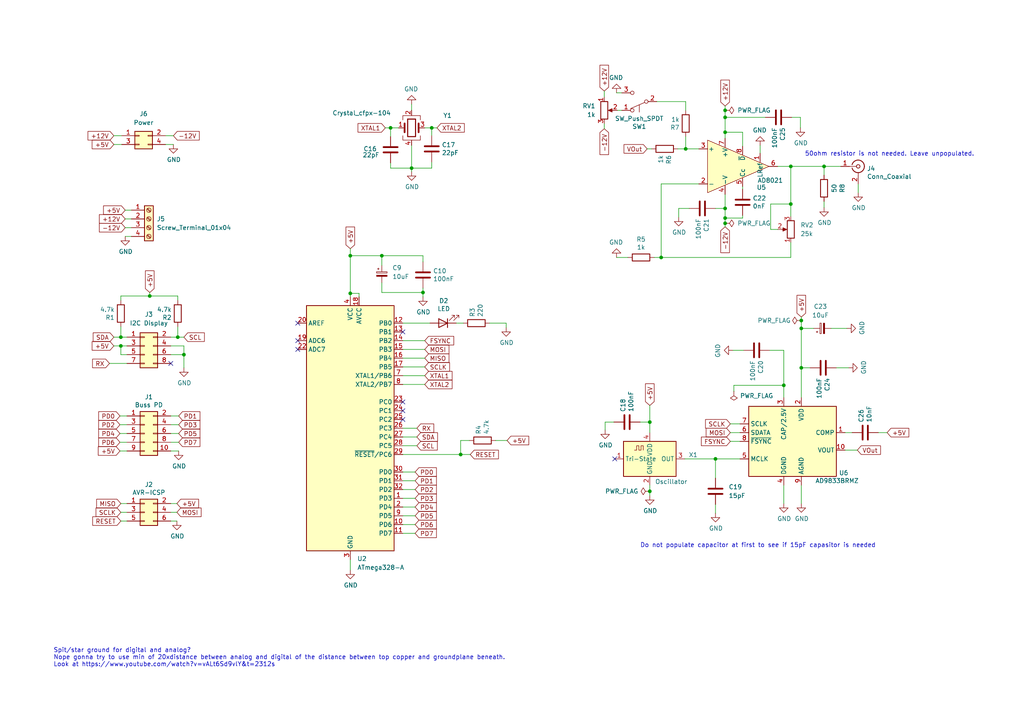
<source format=kicad_sch>
(kicad_sch (version 20211123) (generator eeschema)

  (uuid d88958ac-68cd-4955-a63f-0eaa329dec86)

  (paper "A4")

  (title_block
    (title "Signal Generator")
    (date "2022-02-21")
    (rev "0.3")
    (company "Joachim Westlund")
  )

  (lib_symbols
    (symbol "Connector:Conn_Coaxial" (pin_names (offset 1.016) hide) (in_bom yes) (on_board yes)
      (property "Reference" "J" (id 0) (at 0.254 3.048 0)
        (effects (font (size 1.27 1.27)))
      )
      (property "Value" "Conn_Coaxial" (id 1) (at 2.921 0 90)
        (effects (font (size 1.27 1.27)))
      )
      (property "Footprint" "" (id 2) (at 0 0 0)
        (effects (font (size 1.27 1.27)) hide)
      )
      (property "Datasheet" " ~" (id 3) (at 0 0 0)
        (effects (font (size 1.27 1.27)) hide)
      )
      (property "ki_keywords" "BNC SMA SMB SMC LEMO coaxial connector CINCH RCA" (id 4) (at 0 0 0)
        (effects (font (size 1.27 1.27)) hide)
      )
      (property "ki_description" "coaxial connector (BNC, SMA, SMB, SMC, Cinch/RCA, LEMO, ...)" (id 5) (at 0 0 0)
        (effects (font (size 1.27 1.27)) hide)
      )
      (property "ki_fp_filters" "*BNC* *SMA* *SMB* *SMC* *Cinch* *LEMO*" (id 6) (at 0 0 0)
        (effects (font (size 1.27 1.27)) hide)
      )
      (symbol "Conn_Coaxial_0_1"
        (arc (start -1.778 -0.508) (mid 0.222 -1.808) (end 1.778 0)
          (stroke (width 0.254) (type default) (color 0 0 0 0))
          (fill (type none))
        )
        (polyline
          (pts
            (xy -2.54 0)
            (xy -0.508 0)
          )
          (stroke (width 0) (type default) (color 0 0 0 0))
          (fill (type none))
        )
        (polyline
          (pts
            (xy 0 -2.54)
            (xy 0 -1.778)
          )
          (stroke (width 0) (type default) (color 0 0 0 0))
          (fill (type none))
        )
        (circle (center 0 0) (radius 0.508)
          (stroke (width 0.2032) (type default) (color 0 0 0 0))
          (fill (type none))
        )
        (arc (start 1.778 0) (mid 0.222 1.8083) (end -1.778 0.508)
          (stroke (width 0.254) (type default) (color 0 0 0 0))
          (fill (type none))
        )
      )
      (symbol "Conn_Coaxial_1_1"
        (pin passive line (at -5.08 0 0) (length 2.54)
          (name "In" (effects (font (size 1.27 1.27))))
          (number "1" (effects (font (size 1.27 1.27))))
        )
        (pin passive line (at 0 -5.08 90) (length 2.54)
          (name "Ext" (effects (font (size 1.27 1.27))))
          (number "2" (effects (font (size 1.27 1.27))))
        )
      )
    )
    (symbol "Connector:Screw_Terminal_01x04" (pin_names (offset 1.016) hide) (in_bom yes) (on_board yes)
      (property "Reference" "J" (id 0) (at 0 5.08 0)
        (effects (font (size 1.27 1.27)))
      )
      (property "Value" "Screw_Terminal_01x04" (id 1) (at 0 -7.62 0)
        (effects (font (size 1.27 1.27)))
      )
      (property "Footprint" "" (id 2) (at 0 0 0)
        (effects (font (size 1.27 1.27)) hide)
      )
      (property "Datasheet" "~" (id 3) (at 0 0 0)
        (effects (font (size 1.27 1.27)) hide)
      )
      (property "ki_keywords" "screw terminal" (id 4) (at 0 0 0)
        (effects (font (size 1.27 1.27)) hide)
      )
      (property "ki_description" "Generic screw terminal, single row, 01x04, script generated (kicad-library-utils/schlib/autogen/connector/)" (id 5) (at 0 0 0)
        (effects (font (size 1.27 1.27)) hide)
      )
      (property "ki_fp_filters" "TerminalBlock*:*" (id 6) (at 0 0 0)
        (effects (font (size 1.27 1.27)) hide)
      )
      (symbol "Screw_Terminal_01x04_1_1"
        (rectangle (start -1.27 3.81) (end 1.27 -6.35)
          (stroke (width 0.254) (type default) (color 0 0 0 0))
          (fill (type background))
        )
        (circle (center 0 -5.08) (radius 0.635)
          (stroke (width 0.1524) (type default) (color 0 0 0 0))
          (fill (type none))
        )
        (circle (center 0 -2.54) (radius 0.635)
          (stroke (width 0.1524) (type default) (color 0 0 0 0))
          (fill (type none))
        )
        (polyline
          (pts
            (xy -0.5334 -4.7498)
            (xy 0.3302 -5.588)
          )
          (stroke (width 0.1524) (type default) (color 0 0 0 0))
          (fill (type none))
        )
        (polyline
          (pts
            (xy -0.5334 -2.2098)
            (xy 0.3302 -3.048)
          )
          (stroke (width 0.1524) (type default) (color 0 0 0 0))
          (fill (type none))
        )
        (polyline
          (pts
            (xy -0.5334 0.3302)
            (xy 0.3302 -0.508)
          )
          (stroke (width 0.1524) (type default) (color 0 0 0 0))
          (fill (type none))
        )
        (polyline
          (pts
            (xy -0.5334 2.8702)
            (xy 0.3302 2.032)
          )
          (stroke (width 0.1524) (type default) (color 0 0 0 0))
          (fill (type none))
        )
        (polyline
          (pts
            (xy -0.3556 -4.572)
            (xy 0.508 -5.4102)
          )
          (stroke (width 0.1524) (type default) (color 0 0 0 0))
          (fill (type none))
        )
        (polyline
          (pts
            (xy -0.3556 -2.032)
            (xy 0.508 -2.8702)
          )
          (stroke (width 0.1524) (type default) (color 0 0 0 0))
          (fill (type none))
        )
        (polyline
          (pts
            (xy -0.3556 0.508)
            (xy 0.508 -0.3302)
          )
          (stroke (width 0.1524) (type default) (color 0 0 0 0))
          (fill (type none))
        )
        (polyline
          (pts
            (xy -0.3556 3.048)
            (xy 0.508 2.2098)
          )
          (stroke (width 0.1524) (type default) (color 0 0 0 0))
          (fill (type none))
        )
        (circle (center 0 0) (radius 0.635)
          (stroke (width 0.1524) (type default) (color 0 0 0 0))
          (fill (type none))
        )
        (circle (center 0 2.54) (radius 0.635)
          (stroke (width 0.1524) (type default) (color 0 0 0 0))
          (fill (type none))
        )
        (pin passive line (at -5.08 2.54 0) (length 3.81)
          (name "Pin_1" (effects (font (size 1.27 1.27))))
          (number "1" (effects (font (size 1.27 1.27))))
        )
        (pin passive line (at -5.08 0 0) (length 3.81)
          (name "Pin_2" (effects (font (size 1.27 1.27))))
          (number "2" (effects (font (size 1.27 1.27))))
        )
        (pin passive line (at -5.08 -2.54 0) (length 3.81)
          (name "Pin_3" (effects (font (size 1.27 1.27))))
          (number "3" (effects (font (size 1.27 1.27))))
        )
        (pin passive line (at -5.08 -5.08 0) (length 3.81)
          (name "Pin_4" (effects (font (size 1.27 1.27))))
          (number "4" (effects (font (size 1.27 1.27))))
        )
      )
    )
    (symbol "Connector_Generic:Conn_02x02_Odd_Even" (pin_names (offset 1.016) hide) (in_bom yes) (on_board yes)
      (property "Reference" "J" (id 0) (at 1.27 2.54 0)
        (effects (font (size 1.27 1.27)))
      )
      (property "Value" "Conn_02x02_Odd_Even" (id 1) (at 1.27 -5.08 0)
        (effects (font (size 1.27 1.27)))
      )
      (property "Footprint" "" (id 2) (at 0 0 0)
        (effects (font (size 1.27 1.27)) hide)
      )
      (property "Datasheet" "~" (id 3) (at 0 0 0)
        (effects (font (size 1.27 1.27)) hide)
      )
      (property "ki_keywords" "connector" (id 4) (at 0 0 0)
        (effects (font (size 1.27 1.27)) hide)
      )
      (property "ki_description" "Generic connector, double row, 02x02, odd/even pin numbering scheme (row 1 odd numbers, row 2 even numbers), script generated (kicad-library-utils/schlib/autogen/connector/)" (id 5) (at 0 0 0)
        (effects (font (size 1.27 1.27)) hide)
      )
      (property "ki_fp_filters" "Connector*:*_2x??_*" (id 6) (at 0 0 0)
        (effects (font (size 1.27 1.27)) hide)
      )
      (symbol "Conn_02x02_Odd_Even_1_1"
        (rectangle (start -1.27 -2.413) (end 0 -2.667)
          (stroke (width 0.1524) (type default) (color 0 0 0 0))
          (fill (type none))
        )
        (rectangle (start -1.27 0.127) (end 0 -0.127)
          (stroke (width 0.1524) (type default) (color 0 0 0 0))
          (fill (type none))
        )
        (rectangle (start -1.27 1.27) (end 3.81 -3.81)
          (stroke (width 0.254) (type default) (color 0 0 0 0))
          (fill (type background))
        )
        (rectangle (start 3.81 -2.413) (end 2.54 -2.667)
          (stroke (width 0.1524) (type default) (color 0 0 0 0))
          (fill (type none))
        )
        (rectangle (start 3.81 0.127) (end 2.54 -0.127)
          (stroke (width 0.1524) (type default) (color 0 0 0 0))
          (fill (type none))
        )
        (pin passive line (at -5.08 0 0) (length 3.81)
          (name "Pin_1" (effects (font (size 1.27 1.27))))
          (number "1" (effects (font (size 1.27 1.27))))
        )
        (pin passive line (at 7.62 0 180) (length 3.81)
          (name "Pin_2" (effects (font (size 1.27 1.27))))
          (number "2" (effects (font (size 1.27 1.27))))
        )
        (pin passive line (at -5.08 -2.54 0) (length 3.81)
          (name "Pin_3" (effects (font (size 1.27 1.27))))
          (number "3" (effects (font (size 1.27 1.27))))
        )
        (pin passive line (at 7.62 -2.54 180) (length 3.81)
          (name "Pin_4" (effects (font (size 1.27 1.27))))
          (number "4" (effects (font (size 1.27 1.27))))
        )
      )
    )
    (symbol "Connector_Generic:Conn_02x03_Odd_Even" (pin_names (offset 1.016) hide) (in_bom yes) (on_board yes)
      (property "Reference" "J" (id 0) (at 1.27 5.08 0)
        (effects (font (size 1.27 1.27)))
      )
      (property "Value" "Conn_02x03_Odd_Even" (id 1) (at 1.27 -5.08 0)
        (effects (font (size 1.27 1.27)))
      )
      (property "Footprint" "" (id 2) (at 0 0 0)
        (effects (font (size 1.27 1.27)) hide)
      )
      (property "Datasheet" "~" (id 3) (at 0 0 0)
        (effects (font (size 1.27 1.27)) hide)
      )
      (property "ki_keywords" "connector" (id 4) (at 0 0 0)
        (effects (font (size 1.27 1.27)) hide)
      )
      (property "ki_description" "Generic connector, double row, 02x03, odd/even pin numbering scheme (row 1 odd numbers, row 2 even numbers), script generated (kicad-library-utils/schlib/autogen/connector/)" (id 5) (at 0 0 0)
        (effects (font (size 1.27 1.27)) hide)
      )
      (property "ki_fp_filters" "Connector*:*_2x??_*" (id 6) (at 0 0 0)
        (effects (font (size 1.27 1.27)) hide)
      )
      (symbol "Conn_02x03_Odd_Even_1_1"
        (rectangle (start -1.27 -2.413) (end 0 -2.667)
          (stroke (width 0.1524) (type default) (color 0 0 0 0))
          (fill (type none))
        )
        (rectangle (start -1.27 0.127) (end 0 -0.127)
          (stroke (width 0.1524) (type default) (color 0 0 0 0))
          (fill (type none))
        )
        (rectangle (start -1.27 2.667) (end 0 2.413)
          (stroke (width 0.1524) (type default) (color 0 0 0 0))
          (fill (type none))
        )
        (rectangle (start -1.27 3.81) (end 3.81 -3.81)
          (stroke (width 0.254) (type default) (color 0 0 0 0))
          (fill (type background))
        )
        (rectangle (start 3.81 -2.413) (end 2.54 -2.667)
          (stroke (width 0.1524) (type default) (color 0 0 0 0))
          (fill (type none))
        )
        (rectangle (start 3.81 0.127) (end 2.54 -0.127)
          (stroke (width 0.1524) (type default) (color 0 0 0 0))
          (fill (type none))
        )
        (rectangle (start 3.81 2.667) (end 2.54 2.413)
          (stroke (width 0.1524) (type default) (color 0 0 0 0))
          (fill (type none))
        )
        (pin passive line (at -5.08 2.54 0) (length 3.81)
          (name "Pin_1" (effects (font (size 1.27 1.27))))
          (number "1" (effects (font (size 1.27 1.27))))
        )
        (pin passive line (at 7.62 2.54 180) (length 3.81)
          (name "Pin_2" (effects (font (size 1.27 1.27))))
          (number "2" (effects (font (size 1.27 1.27))))
        )
        (pin passive line (at -5.08 0 0) (length 3.81)
          (name "Pin_3" (effects (font (size 1.27 1.27))))
          (number "3" (effects (font (size 1.27 1.27))))
        )
        (pin passive line (at 7.62 0 180) (length 3.81)
          (name "Pin_4" (effects (font (size 1.27 1.27))))
          (number "4" (effects (font (size 1.27 1.27))))
        )
        (pin passive line (at -5.08 -2.54 0) (length 3.81)
          (name "Pin_5" (effects (font (size 1.27 1.27))))
          (number "5" (effects (font (size 1.27 1.27))))
        )
        (pin passive line (at 7.62 -2.54 180) (length 3.81)
          (name "Pin_6" (effects (font (size 1.27 1.27))))
          (number "6" (effects (font (size 1.27 1.27))))
        )
      )
    )
    (symbol "Connector_Generic:Conn_02x04_Odd_Even" (pin_names (offset 1.016) hide) (in_bom yes) (on_board yes)
      (property "Reference" "J" (id 0) (at 1.27 5.08 0)
        (effects (font (size 1.27 1.27)))
      )
      (property "Value" "Conn_02x04_Odd_Even" (id 1) (at 1.27 -7.62 0)
        (effects (font (size 1.27 1.27)))
      )
      (property "Footprint" "" (id 2) (at 0 0 0)
        (effects (font (size 1.27 1.27)) hide)
      )
      (property "Datasheet" "~" (id 3) (at 0 0 0)
        (effects (font (size 1.27 1.27)) hide)
      )
      (property "ki_keywords" "connector" (id 4) (at 0 0 0)
        (effects (font (size 1.27 1.27)) hide)
      )
      (property "ki_description" "Generic connector, double row, 02x04, odd/even pin numbering scheme (row 1 odd numbers, row 2 even numbers), script generated (kicad-library-utils/schlib/autogen/connector/)" (id 5) (at 0 0 0)
        (effects (font (size 1.27 1.27)) hide)
      )
      (property "ki_fp_filters" "Connector*:*_2x??_*" (id 6) (at 0 0 0)
        (effects (font (size 1.27 1.27)) hide)
      )
      (symbol "Conn_02x04_Odd_Even_1_1"
        (rectangle (start -1.27 -4.953) (end 0 -5.207)
          (stroke (width 0.1524) (type default) (color 0 0 0 0))
          (fill (type none))
        )
        (rectangle (start -1.27 -2.413) (end 0 -2.667)
          (stroke (width 0.1524) (type default) (color 0 0 0 0))
          (fill (type none))
        )
        (rectangle (start -1.27 0.127) (end 0 -0.127)
          (stroke (width 0.1524) (type default) (color 0 0 0 0))
          (fill (type none))
        )
        (rectangle (start -1.27 2.667) (end 0 2.413)
          (stroke (width 0.1524) (type default) (color 0 0 0 0))
          (fill (type none))
        )
        (rectangle (start -1.27 3.81) (end 3.81 -6.35)
          (stroke (width 0.254) (type default) (color 0 0 0 0))
          (fill (type background))
        )
        (rectangle (start 3.81 -4.953) (end 2.54 -5.207)
          (stroke (width 0.1524) (type default) (color 0 0 0 0))
          (fill (type none))
        )
        (rectangle (start 3.81 -2.413) (end 2.54 -2.667)
          (stroke (width 0.1524) (type default) (color 0 0 0 0))
          (fill (type none))
        )
        (rectangle (start 3.81 0.127) (end 2.54 -0.127)
          (stroke (width 0.1524) (type default) (color 0 0 0 0))
          (fill (type none))
        )
        (rectangle (start 3.81 2.667) (end 2.54 2.413)
          (stroke (width 0.1524) (type default) (color 0 0 0 0))
          (fill (type none))
        )
        (pin passive line (at -5.08 2.54 0) (length 3.81)
          (name "Pin_1" (effects (font (size 1.27 1.27))))
          (number "1" (effects (font (size 1.27 1.27))))
        )
        (pin passive line (at 7.62 2.54 180) (length 3.81)
          (name "Pin_2" (effects (font (size 1.27 1.27))))
          (number "2" (effects (font (size 1.27 1.27))))
        )
        (pin passive line (at -5.08 0 0) (length 3.81)
          (name "Pin_3" (effects (font (size 1.27 1.27))))
          (number "3" (effects (font (size 1.27 1.27))))
        )
        (pin passive line (at 7.62 0 180) (length 3.81)
          (name "Pin_4" (effects (font (size 1.27 1.27))))
          (number "4" (effects (font (size 1.27 1.27))))
        )
        (pin passive line (at -5.08 -2.54 0) (length 3.81)
          (name "Pin_5" (effects (font (size 1.27 1.27))))
          (number "5" (effects (font (size 1.27 1.27))))
        )
        (pin passive line (at 7.62 -2.54 180) (length 3.81)
          (name "Pin_6" (effects (font (size 1.27 1.27))))
          (number "6" (effects (font (size 1.27 1.27))))
        )
        (pin passive line (at -5.08 -5.08 0) (length 3.81)
          (name "Pin_7" (effects (font (size 1.27 1.27))))
          (number "7" (effects (font (size 1.27 1.27))))
        )
        (pin passive line (at 7.62 -5.08 180) (length 3.81)
          (name "Pin_8" (effects (font (size 1.27 1.27))))
          (number "8" (effects (font (size 1.27 1.27))))
        )
      )
    )
    (symbol "Connector_Generic:Conn_02x05_Odd_Even" (pin_names (offset 1.016) hide) (in_bom yes) (on_board yes)
      (property "Reference" "J" (id 0) (at 1.27 7.62 0)
        (effects (font (size 1.27 1.27)))
      )
      (property "Value" "Conn_02x05_Odd_Even" (id 1) (at 1.27 -7.62 0)
        (effects (font (size 1.27 1.27)))
      )
      (property "Footprint" "" (id 2) (at 0 0 0)
        (effects (font (size 1.27 1.27)) hide)
      )
      (property "Datasheet" "~" (id 3) (at 0 0 0)
        (effects (font (size 1.27 1.27)) hide)
      )
      (property "ki_keywords" "connector" (id 4) (at 0 0 0)
        (effects (font (size 1.27 1.27)) hide)
      )
      (property "ki_description" "Generic connector, double row, 02x05, odd/even pin numbering scheme (row 1 odd numbers, row 2 even numbers), script generated (kicad-library-utils/schlib/autogen/connector/)" (id 5) (at 0 0 0)
        (effects (font (size 1.27 1.27)) hide)
      )
      (property "ki_fp_filters" "Connector*:*_2x??_*" (id 6) (at 0 0 0)
        (effects (font (size 1.27 1.27)) hide)
      )
      (symbol "Conn_02x05_Odd_Even_1_1"
        (rectangle (start -1.27 -4.953) (end 0 -5.207)
          (stroke (width 0.1524) (type default) (color 0 0 0 0))
          (fill (type none))
        )
        (rectangle (start -1.27 -2.413) (end 0 -2.667)
          (stroke (width 0.1524) (type default) (color 0 0 0 0))
          (fill (type none))
        )
        (rectangle (start -1.27 0.127) (end 0 -0.127)
          (stroke (width 0.1524) (type default) (color 0 0 0 0))
          (fill (type none))
        )
        (rectangle (start -1.27 2.667) (end 0 2.413)
          (stroke (width 0.1524) (type default) (color 0 0 0 0))
          (fill (type none))
        )
        (rectangle (start -1.27 5.207) (end 0 4.953)
          (stroke (width 0.1524) (type default) (color 0 0 0 0))
          (fill (type none))
        )
        (rectangle (start -1.27 6.35) (end 3.81 -6.35)
          (stroke (width 0.254) (type default) (color 0 0 0 0))
          (fill (type background))
        )
        (rectangle (start 3.81 -4.953) (end 2.54 -5.207)
          (stroke (width 0.1524) (type default) (color 0 0 0 0))
          (fill (type none))
        )
        (rectangle (start 3.81 -2.413) (end 2.54 -2.667)
          (stroke (width 0.1524) (type default) (color 0 0 0 0))
          (fill (type none))
        )
        (rectangle (start 3.81 0.127) (end 2.54 -0.127)
          (stroke (width 0.1524) (type default) (color 0 0 0 0))
          (fill (type none))
        )
        (rectangle (start 3.81 2.667) (end 2.54 2.413)
          (stroke (width 0.1524) (type default) (color 0 0 0 0))
          (fill (type none))
        )
        (rectangle (start 3.81 5.207) (end 2.54 4.953)
          (stroke (width 0.1524) (type default) (color 0 0 0 0))
          (fill (type none))
        )
        (pin passive line (at -5.08 5.08 0) (length 3.81)
          (name "Pin_1" (effects (font (size 1.27 1.27))))
          (number "1" (effects (font (size 1.27 1.27))))
        )
        (pin passive line (at 7.62 -5.08 180) (length 3.81)
          (name "Pin_10" (effects (font (size 1.27 1.27))))
          (number "10" (effects (font (size 1.27 1.27))))
        )
        (pin passive line (at 7.62 5.08 180) (length 3.81)
          (name "Pin_2" (effects (font (size 1.27 1.27))))
          (number "2" (effects (font (size 1.27 1.27))))
        )
        (pin passive line (at -5.08 2.54 0) (length 3.81)
          (name "Pin_3" (effects (font (size 1.27 1.27))))
          (number "3" (effects (font (size 1.27 1.27))))
        )
        (pin passive line (at 7.62 2.54 180) (length 3.81)
          (name "Pin_4" (effects (font (size 1.27 1.27))))
          (number "4" (effects (font (size 1.27 1.27))))
        )
        (pin passive line (at -5.08 0 0) (length 3.81)
          (name "Pin_5" (effects (font (size 1.27 1.27))))
          (number "5" (effects (font (size 1.27 1.27))))
        )
        (pin passive line (at 7.62 0 180) (length 3.81)
          (name "Pin_6" (effects (font (size 1.27 1.27))))
          (number "6" (effects (font (size 1.27 1.27))))
        )
        (pin passive line (at -5.08 -2.54 0) (length 3.81)
          (name "Pin_7" (effects (font (size 1.27 1.27))))
          (number "7" (effects (font (size 1.27 1.27))))
        )
        (pin passive line (at 7.62 -2.54 180) (length 3.81)
          (name "Pin_8" (effects (font (size 1.27 1.27))))
          (number "8" (effects (font (size 1.27 1.27))))
        )
        (pin passive line (at -5.08 -5.08 0) (length 3.81)
          (name "Pin_9" (effects (font (size 1.27 1.27))))
          (number "9" (effects (font (size 1.27 1.27))))
        )
      )
    )
    (symbol "Device:C" (pin_numbers hide) (pin_names (offset 0.254)) (in_bom yes) (on_board yes)
      (property "Reference" "C" (id 0) (at 0.635 2.54 0)
        (effects (font (size 1.27 1.27)) (justify left))
      )
      (property "Value" "C" (id 1) (at 0.635 -2.54 0)
        (effects (font (size 1.27 1.27)) (justify left))
      )
      (property "Footprint" "" (id 2) (at 0.9652 -3.81 0)
        (effects (font (size 1.27 1.27)) hide)
      )
      (property "Datasheet" "~" (id 3) (at 0 0 0)
        (effects (font (size 1.27 1.27)) hide)
      )
      (property "ki_keywords" "cap capacitor" (id 4) (at 0 0 0)
        (effects (font (size 1.27 1.27)) hide)
      )
      (property "ki_description" "Unpolarized capacitor" (id 5) (at 0 0 0)
        (effects (font (size 1.27 1.27)) hide)
      )
      (property "ki_fp_filters" "C_*" (id 6) (at 0 0 0)
        (effects (font (size 1.27 1.27)) hide)
      )
      (symbol "C_0_1"
        (polyline
          (pts
            (xy -2.032 -0.762)
            (xy 2.032 -0.762)
          )
          (stroke (width 0.508) (type default) (color 0 0 0 0))
          (fill (type none))
        )
        (polyline
          (pts
            (xy -2.032 0.762)
            (xy 2.032 0.762)
          )
          (stroke (width 0.508) (type default) (color 0 0 0 0))
          (fill (type none))
        )
      )
      (symbol "C_1_1"
        (pin passive line (at 0 3.81 270) (length 2.794)
          (name "~" (effects (font (size 1.27 1.27))))
          (number "1" (effects (font (size 1.27 1.27))))
        )
        (pin passive line (at 0 -3.81 90) (length 2.794)
          (name "~" (effects (font (size 1.27 1.27))))
          (number "2" (effects (font (size 1.27 1.27))))
        )
      )
    )
    (symbol "Device:C_Polarized_Small" (pin_numbers hide) (pin_names (offset 0.254) hide) (in_bom yes) (on_board yes)
      (property "Reference" "C" (id 0) (at 0.254 1.778 0)
        (effects (font (size 1.27 1.27)) (justify left))
      )
      (property "Value" "C_Polarized_Small" (id 1) (at 0.254 -2.032 0)
        (effects (font (size 1.27 1.27)) (justify left))
      )
      (property "Footprint" "" (id 2) (at 0 0 0)
        (effects (font (size 1.27 1.27)) hide)
      )
      (property "Datasheet" "~" (id 3) (at 0 0 0)
        (effects (font (size 1.27 1.27)) hide)
      )
      (property "ki_keywords" "cap capacitor" (id 4) (at 0 0 0)
        (effects (font (size 1.27 1.27)) hide)
      )
      (property "ki_description" "Polarized capacitor, small symbol" (id 5) (at 0 0 0)
        (effects (font (size 1.27 1.27)) hide)
      )
      (property "ki_fp_filters" "CP_*" (id 6) (at 0 0 0)
        (effects (font (size 1.27 1.27)) hide)
      )
      (symbol "C_Polarized_Small_0_1"
        (rectangle (start -1.524 -0.3048) (end 1.524 -0.6858)
          (stroke (width 0) (type default) (color 0 0 0 0))
          (fill (type outline))
        )
        (rectangle (start -1.524 0.6858) (end 1.524 0.3048)
          (stroke (width 0) (type default) (color 0 0 0 0))
          (fill (type none))
        )
        (polyline
          (pts
            (xy -1.27 1.524)
            (xy -0.762 1.524)
          )
          (stroke (width 0) (type default) (color 0 0 0 0))
          (fill (type none))
        )
        (polyline
          (pts
            (xy -1.016 1.27)
            (xy -1.016 1.778)
          )
          (stroke (width 0) (type default) (color 0 0 0 0))
          (fill (type none))
        )
      )
      (symbol "C_Polarized_Small_1_1"
        (pin passive line (at 0 2.54 270) (length 1.8542)
          (name "~" (effects (font (size 1.27 1.27))))
          (number "1" (effects (font (size 1.27 1.27))))
        )
        (pin passive line (at 0 -2.54 90) (length 1.8542)
          (name "~" (effects (font (size 1.27 1.27))))
          (number "2" (effects (font (size 1.27 1.27))))
        )
      )
    )
    (symbol "Device:Crystal_GND24" (pin_names (offset 1.016) hide) (in_bom yes) (on_board yes)
      (property "Reference" "Y" (id 0) (at 3.175 5.08 0)
        (effects (font (size 1.27 1.27)) (justify left))
      )
      (property "Value" "Crystal_GND24" (id 1) (at 3.175 3.175 0)
        (effects (font (size 1.27 1.27)) (justify left))
      )
      (property "Footprint" "" (id 2) (at 0 0 0)
        (effects (font (size 1.27 1.27)) hide)
      )
      (property "Datasheet" "~" (id 3) (at 0 0 0)
        (effects (font (size 1.27 1.27)) hide)
      )
      (property "ki_keywords" "quartz ceramic resonator oscillator" (id 4) (at 0 0 0)
        (effects (font (size 1.27 1.27)) hide)
      )
      (property "ki_description" "Four pin crystal, GND on pins 2 and 4" (id 5) (at 0 0 0)
        (effects (font (size 1.27 1.27)) hide)
      )
      (property "ki_fp_filters" "Crystal*" (id 6) (at 0 0 0)
        (effects (font (size 1.27 1.27)) hide)
      )
      (symbol "Crystal_GND24_0_1"
        (rectangle (start -1.143 2.54) (end 1.143 -2.54)
          (stroke (width 0.3048) (type default) (color 0 0 0 0))
          (fill (type none))
        )
        (polyline
          (pts
            (xy -2.54 0)
            (xy -2.032 0)
          )
          (stroke (width 0) (type default) (color 0 0 0 0))
          (fill (type none))
        )
        (polyline
          (pts
            (xy -2.032 -1.27)
            (xy -2.032 1.27)
          )
          (stroke (width 0.508) (type default) (color 0 0 0 0))
          (fill (type none))
        )
        (polyline
          (pts
            (xy 0 -3.81)
            (xy 0 -3.556)
          )
          (stroke (width 0) (type default) (color 0 0 0 0))
          (fill (type none))
        )
        (polyline
          (pts
            (xy 0 3.556)
            (xy 0 3.81)
          )
          (stroke (width 0) (type default) (color 0 0 0 0))
          (fill (type none))
        )
        (polyline
          (pts
            (xy 2.032 -1.27)
            (xy 2.032 1.27)
          )
          (stroke (width 0.508) (type default) (color 0 0 0 0))
          (fill (type none))
        )
        (polyline
          (pts
            (xy 2.032 0)
            (xy 2.54 0)
          )
          (stroke (width 0) (type default) (color 0 0 0 0))
          (fill (type none))
        )
        (polyline
          (pts
            (xy -2.54 -2.286)
            (xy -2.54 -3.556)
            (xy 2.54 -3.556)
            (xy 2.54 -2.286)
          )
          (stroke (width 0) (type default) (color 0 0 0 0))
          (fill (type none))
        )
        (polyline
          (pts
            (xy -2.54 2.286)
            (xy -2.54 3.556)
            (xy 2.54 3.556)
            (xy 2.54 2.286)
          )
          (stroke (width 0) (type default) (color 0 0 0 0))
          (fill (type none))
        )
      )
      (symbol "Crystal_GND24_1_1"
        (pin passive line (at -3.81 0 0) (length 1.27)
          (name "1" (effects (font (size 1.27 1.27))))
          (number "1" (effects (font (size 1.27 1.27))))
        )
        (pin passive line (at 0 5.08 270) (length 1.27)
          (name "2" (effects (font (size 1.27 1.27))))
          (number "2" (effects (font (size 1.27 1.27))))
        )
        (pin passive line (at 3.81 0 180) (length 1.27)
          (name "3" (effects (font (size 1.27 1.27))))
          (number "3" (effects (font (size 1.27 1.27))))
        )
        (pin passive line (at 0 -5.08 90) (length 1.27)
          (name "4" (effects (font (size 1.27 1.27))))
          (number "4" (effects (font (size 1.27 1.27))))
        )
      )
    )
    (symbol "Device:LED" (pin_numbers hide) (pin_names (offset 1.016) hide) (in_bom yes) (on_board yes)
      (property "Reference" "D" (id 0) (at 0 2.54 0)
        (effects (font (size 1.27 1.27)))
      )
      (property "Value" "LED" (id 1) (at 0 -2.54 0)
        (effects (font (size 1.27 1.27)))
      )
      (property "Footprint" "" (id 2) (at 0 0 0)
        (effects (font (size 1.27 1.27)) hide)
      )
      (property "Datasheet" "~" (id 3) (at 0 0 0)
        (effects (font (size 1.27 1.27)) hide)
      )
      (property "ki_keywords" "LED diode" (id 4) (at 0 0 0)
        (effects (font (size 1.27 1.27)) hide)
      )
      (property "ki_description" "Light emitting diode" (id 5) (at 0 0 0)
        (effects (font (size 1.27 1.27)) hide)
      )
      (property "ki_fp_filters" "LED* LED_SMD:* LED_THT:*" (id 6) (at 0 0 0)
        (effects (font (size 1.27 1.27)) hide)
      )
      (symbol "LED_0_1"
        (polyline
          (pts
            (xy -1.27 -1.27)
            (xy -1.27 1.27)
          )
          (stroke (width 0.254) (type default) (color 0 0 0 0))
          (fill (type none))
        )
        (polyline
          (pts
            (xy -1.27 0)
            (xy 1.27 0)
          )
          (stroke (width 0) (type default) (color 0 0 0 0))
          (fill (type none))
        )
        (polyline
          (pts
            (xy 1.27 -1.27)
            (xy 1.27 1.27)
            (xy -1.27 0)
            (xy 1.27 -1.27)
          )
          (stroke (width 0.254) (type default) (color 0 0 0 0))
          (fill (type none))
        )
        (polyline
          (pts
            (xy -3.048 -0.762)
            (xy -4.572 -2.286)
            (xy -3.81 -2.286)
            (xy -4.572 -2.286)
            (xy -4.572 -1.524)
          )
          (stroke (width 0) (type default) (color 0 0 0 0))
          (fill (type none))
        )
        (polyline
          (pts
            (xy -1.778 -0.762)
            (xy -3.302 -2.286)
            (xy -2.54 -2.286)
            (xy -3.302 -2.286)
            (xy -3.302 -1.524)
          )
          (stroke (width 0) (type default) (color 0 0 0 0))
          (fill (type none))
        )
      )
      (symbol "LED_1_1"
        (pin passive line (at -3.81 0 0) (length 2.54)
          (name "K" (effects (font (size 1.27 1.27))))
          (number "1" (effects (font (size 1.27 1.27))))
        )
        (pin passive line (at 3.81 0 180) (length 2.54)
          (name "A" (effects (font (size 1.27 1.27))))
          (number "2" (effects (font (size 1.27 1.27))))
        )
      )
    )
    (symbol "Device:R" (pin_numbers hide) (pin_names (offset 0)) (in_bom yes) (on_board yes)
      (property "Reference" "R" (id 0) (at 2.032 0 90)
        (effects (font (size 1.27 1.27)))
      )
      (property "Value" "R" (id 1) (at 0 0 90)
        (effects (font (size 1.27 1.27)))
      )
      (property "Footprint" "" (id 2) (at -1.778 0 90)
        (effects (font (size 1.27 1.27)) hide)
      )
      (property "Datasheet" "~" (id 3) (at 0 0 0)
        (effects (font (size 1.27 1.27)) hide)
      )
      (property "ki_keywords" "R res resistor" (id 4) (at 0 0 0)
        (effects (font (size 1.27 1.27)) hide)
      )
      (property "ki_description" "Resistor" (id 5) (at 0 0 0)
        (effects (font (size 1.27 1.27)) hide)
      )
      (property "ki_fp_filters" "R_*" (id 6) (at 0 0 0)
        (effects (font (size 1.27 1.27)) hide)
      )
      (symbol "R_0_1"
        (rectangle (start -1.016 -2.54) (end 1.016 2.54)
          (stroke (width 0.254) (type default) (color 0 0 0 0))
          (fill (type none))
        )
      )
      (symbol "R_1_1"
        (pin passive line (at 0 3.81 270) (length 1.27)
          (name "~" (effects (font (size 1.27 1.27))))
          (number "1" (effects (font (size 1.27 1.27))))
        )
        (pin passive line (at 0 -3.81 90) (length 1.27)
          (name "~" (effects (font (size 1.27 1.27))))
          (number "2" (effects (font (size 1.27 1.27))))
        )
      )
    )
    (symbol "Device:R_Potentiometer" (pin_names (offset 1.016) hide) (in_bom yes) (on_board yes)
      (property "Reference" "RV" (id 0) (at -4.445 0 90)
        (effects (font (size 1.27 1.27)))
      )
      (property "Value" "R_Potentiometer" (id 1) (at -2.54 0 90)
        (effects (font (size 1.27 1.27)))
      )
      (property "Footprint" "" (id 2) (at 0 0 0)
        (effects (font (size 1.27 1.27)) hide)
      )
      (property "Datasheet" "~" (id 3) (at 0 0 0)
        (effects (font (size 1.27 1.27)) hide)
      )
      (property "ki_keywords" "resistor variable" (id 4) (at 0 0 0)
        (effects (font (size 1.27 1.27)) hide)
      )
      (property "ki_description" "Potentiometer" (id 5) (at 0 0 0)
        (effects (font (size 1.27 1.27)) hide)
      )
      (property "ki_fp_filters" "Potentiometer*" (id 6) (at 0 0 0)
        (effects (font (size 1.27 1.27)) hide)
      )
      (symbol "R_Potentiometer_0_1"
        (polyline
          (pts
            (xy 2.54 0)
            (xy 1.524 0)
          )
          (stroke (width 0) (type default) (color 0 0 0 0))
          (fill (type none))
        )
        (polyline
          (pts
            (xy 1.143 0)
            (xy 2.286 0.508)
            (xy 2.286 -0.508)
            (xy 1.143 0)
          )
          (stroke (width 0) (type default) (color 0 0 0 0))
          (fill (type outline))
        )
        (rectangle (start 1.016 2.54) (end -1.016 -2.54)
          (stroke (width 0.254) (type default) (color 0 0 0 0))
          (fill (type none))
        )
      )
      (symbol "R_Potentiometer_1_1"
        (pin passive line (at 0 3.81 270) (length 1.27)
          (name "1" (effects (font (size 1.27 1.27))))
          (number "1" (effects (font (size 1.27 1.27))))
        )
        (pin passive line (at 3.81 0 180) (length 1.27)
          (name "2" (effects (font (size 1.27 1.27))))
          (number "2" (effects (font (size 1.27 1.27))))
        )
        (pin passive line (at 0 -3.81 90) (length 1.27)
          (name "3" (effects (font (size 1.27 1.27))))
          (number "3" (effects (font (size 1.27 1.27))))
        )
      )
    )
    (symbol "Interface:AD9833xRM" (in_bom yes) (on_board yes)
      (property "Reference" "U" (id 0) (at -12.7 11.43 0)
        (effects (font (size 1.27 1.27)) (justify left))
      )
      (property "Value" "AD9833xRM" (id 1) (at 5.08 11.43 0)
        (effects (font (size 1.27 1.27)) (justify left))
      )
      (property "Footprint" "Package_SO:MSOP-10_3x3mm_P0.5mm" (id 2) (at 0 -15.24 0)
        (effects (font (size 1.27 1.27)) hide)
      )
      (property "Datasheet" "https://www.analog.com/media/en/technical-documentation/data-sheets/ad9833.pdf" (id 3) (at -1.27 7.62 0)
        (effects (font (size 1.27 1.27)) hide)
      )
      (property "ki_keywords" "Direct Digital Synthesizer DDS" (id 4) (at 0 0 0)
        (effects (font (size 1.27 1.27)) hide)
      )
      (property "ki_description" "10 bit 25 MHz Programmable Waveform Generator, 2.3V to 5.5V, 12.65mW, MSOP-10" (id 5) (at 0 0 0)
        (effects (font (size 1.27 1.27)) hide)
      )
      (property "ki_fp_filters" "MSOP*3x3mm*P0.5mm*" (id 6) (at 0 0 0)
        (effects (font (size 1.27 1.27)) hide)
      )
      (symbol "AD9833xRM_0_1"
        (rectangle (start -12.7 10.16) (end 12.7 -10.16)
          (stroke (width 0.254) (type default) (color 0 0 0 0))
          (fill (type background))
        )
      )
      (symbol "AD9833xRM_1_1"
        (pin passive line (at 15.24 2.54 180) (length 2.54)
          (name "COMP" (effects (font (size 1.27 1.27))))
          (number "1" (effects (font (size 1.27 1.27))))
        )
        (pin output line (at 15.24 -2.54 180) (length 2.54)
          (name "VOUT" (effects (font (size 1.27 1.27))))
          (number "10" (effects (font (size 1.27 1.27))))
        )
        (pin power_in line (at 2.54 12.7 270) (length 2.54)
          (name "VDD" (effects (font (size 1.27 1.27))))
          (number "2" (effects (font (size 1.27 1.27))))
        )
        (pin power_in line (at -2.54 12.7 270) (length 2.54)
          (name "CAP/2.5V" (effects (font (size 1.27 1.27))))
          (number "3" (effects (font (size 1.27 1.27))))
        )
        (pin power_in line (at -2.54 -12.7 90) (length 2.54)
          (name "DGND" (effects (font (size 1.27 1.27))))
          (number "4" (effects (font (size 1.27 1.27))))
        )
        (pin input line (at -15.24 -5.08 0) (length 2.54)
          (name "MCLK" (effects (font (size 1.27 1.27))))
          (number "5" (effects (font (size 1.27 1.27))))
        )
        (pin input line (at -15.24 2.54 0) (length 2.54)
          (name "SDATA" (effects (font (size 1.27 1.27))))
          (number "6" (effects (font (size 1.27 1.27))))
        )
        (pin input line (at -15.24 5.08 0) (length 2.54)
          (name "SCLK" (effects (font (size 1.27 1.27))))
          (number "7" (effects (font (size 1.27 1.27))))
        )
        (pin input line (at -15.24 0 0) (length 2.54)
          (name "~{FSYNC}" (effects (font (size 1.27 1.27))))
          (number "8" (effects (font (size 1.27 1.27))))
        )
        (pin power_in line (at 2.54 -12.7 90) (length 2.54)
          (name "AGND" (effects (font (size 1.27 1.27))))
          (number "9" (effects (font (size 1.27 1.27))))
        )
      )
    )
    (symbol "MCU_Microchip_ATmega:ATmega328-A" (in_bom yes) (on_board yes)
      (property "Reference" "U" (id 0) (at -12.7 36.83 0)
        (effects (font (size 1.27 1.27)) (justify left bottom))
      )
      (property "Value" "ATmega328-A" (id 1) (at 2.54 -36.83 0)
        (effects (font (size 1.27 1.27)) (justify left top))
      )
      (property "Footprint" "Package_QFP:TQFP-32_7x7mm_P0.8mm" (id 2) (at 0 0 0)
        (effects (font (size 1.27 1.27) italic) hide)
      )
      (property "Datasheet" "http://ww1.microchip.com/downloads/en/DeviceDoc/ATmega328_P%20AVR%20MCU%20with%20picoPower%20Technology%20Data%20Sheet%2040001984A.pdf" (id 3) (at 0 0 0)
        (effects (font (size 1.27 1.27)) hide)
      )
      (property "ki_keywords" "AVR 8bit Microcontroller MegaAVR" (id 4) (at 0 0 0)
        (effects (font (size 1.27 1.27)) hide)
      )
      (property "ki_description" "20MHz, 32kB Flash, 2kB SRAM, 1kB EEPROM, TQFP-32" (id 5) (at 0 0 0)
        (effects (font (size 1.27 1.27)) hide)
      )
      (property "ki_fp_filters" "TQFP*7x7mm*P0.8mm*" (id 6) (at 0 0 0)
        (effects (font (size 1.27 1.27)) hide)
      )
      (symbol "ATmega328-A_0_1"
        (rectangle (start -12.7 -35.56) (end 12.7 35.56)
          (stroke (width 0.254) (type default) (color 0 0 0 0))
          (fill (type background))
        )
      )
      (symbol "ATmega328-A_1_1"
        (pin bidirectional line (at 15.24 -20.32 180) (length 2.54)
          (name "PD3" (effects (font (size 1.27 1.27))))
          (number "1" (effects (font (size 1.27 1.27))))
        )
        (pin bidirectional line (at 15.24 -27.94 180) (length 2.54)
          (name "PD6" (effects (font (size 1.27 1.27))))
          (number "10" (effects (font (size 1.27 1.27))))
        )
        (pin bidirectional line (at 15.24 -30.48 180) (length 2.54)
          (name "PD7" (effects (font (size 1.27 1.27))))
          (number "11" (effects (font (size 1.27 1.27))))
        )
        (pin bidirectional line (at 15.24 30.48 180) (length 2.54)
          (name "PB0" (effects (font (size 1.27 1.27))))
          (number "12" (effects (font (size 1.27 1.27))))
        )
        (pin bidirectional line (at 15.24 27.94 180) (length 2.54)
          (name "PB1" (effects (font (size 1.27 1.27))))
          (number "13" (effects (font (size 1.27 1.27))))
        )
        (pin bidirectional line (at 15.24 25.4 180) (length 2.54)
          (name "PB2" (effects (font (size 1.27 1.27))))
          (number "14" (effects (font (size 1.27 1.27))))
        )
        (pin bidirectional line (at 15.24 22.86 180) (length 2.54)
          (name "PB3" (effects (font (size 1.27 1.27))))
          (number "15" (effects (font (size 1.27 1.27))))
        )
        (pin bidirectional line (at 15.24 20.32 180) (length 2.54)
          (name "PB4" (effects (font (size 1.27 1.27))))
          (number "16" (effects (font (size 1.27 1.27))))
        )
        (pin bidirectional line (at 15.24 17.78 180) (length 2.54)
          (name "PB5" (effects (font (size 1.27 1.27))))
          (number "17" (effects (font (size 1.27 1.27))))
        )
        (pin power_in line (at 2.54 38.1 270) (length 2.54)
          (name "AVCC" (effects (font (size 1.27 1.27))))
          (number "18" (effects (font (size 1.27 1.27))))
        )
        (pin input line (at -15.24 25.4 0) (length 2.54)
          (name "ADC6" (effects (font (size 1.27 1.27))))
          (number "19" (effects (font (size 1.27 1.27))))
        )
        (pin bidirectional line (at 15.24 -22.86 180) (length 2.54)
          (name "PD4" (effects (font (size 1.27 1.27))))
          (number "2" (effects (font (size 1.27 1.27))))
        )
        (pin passive line (at -15.24 30.48 0) (length 2.54)
          (name "AREF" (effects (font (size 1.27 1.27))))
          (number "20" (effects (font (size 1.27 1.27))))
        )
        (pin passive line (at 0 -38.1 90) (length 2.54) hide
          (name "GND" (effects (font (size 1.27 1.27))))
          (number "21" (effects (font (size 1.27 1.27))))
        )
        (pin input line (at -15.24 22.86 0) (length 2.54)
          (name "ADC7" (effects (font (size 1.27 1.27))))
          (number "22" (effects (font (size 1.27 1.27))))
        )
        (pin bidirectional line (at 15.24 7.62 180) (length 2.54)
          (name "PC0" (effects (font (size 1.27 1.27))))
          (number "23" (effects (font (size 1.27 1.27))))
        )
        (pin bidirectional line (at 15.24 5.08 180) (length 2.54)
          (name "PC1" (effects (font (size 1.27 1.27))))
          (number "24" (effects (font (size 1.27 1.27))))
        )
        (pin bidirectional line (at 15.24 2.54 180) (length 2.54)
          (name "PC2" (effects (font (size 1.27 1.27))))
          (number "25" (effects (font (size 1.27 1.27))))
        )
        (pin bidirectional line (at 15.24 0 180) (length 2.54)
          (name "PC3" (effects (font (size 1.27 1.27))))
          (number "26" (effects (font (size 1.27 1.27))))
        )
        (pin bidirectional line (at 15.24 -2.54 180) (length 2.54)
          (name "PC4" (effects (font (size 1.27 1.27))))
          (number "27" (effects (font (size 1.27 1.27))))
        )
        (pin bidirectional line (at 15.24 -5.08 180) (length 2.54)
          (name "PC5" (effects (font (size 1.27 1.27))))
          (number "28" (effects (font (size 1.27 1.27))))
        )
        (pin bidirectional line (at 15.24 -7.62 180) (length 2.54)
          (name "~{RESET}/PC6" (effects (font (size 1.27 1.27))))
          (number "29" (effects (font (size 1.27 1.27))))
        )
        (pin power_in line (at 0 -38.1 90) (length 2.54)
          (name "GND" (effects (font (size 1.27 1.27))))
          (number "3" (effects (font (size 1.27 1.27))))
        )
        (pin bidirectional line (at 15.24 -12.7 180) (length 2.54)
          (name "PD0" (effects (font (size 1.27 1.27))))
          (number "30" (effects (font (size 1.27 1.27))))
        )
        (pin bidirectional line (at 15.24 -15.24 180) (length 2.54)
          (name "PD1" (effects (font (size 1.27 1.27))))
          (number "31" (effects (font (size 1.27 1.27))))
        )
        (pin bidirectional line (at 15.24 -17.78 180) (length 2.54)
          (name "PD2" (effects (font (size 1.27 1.27))))
          (number "32" (effects (font (size 1.27 1.27))))
        )
        (pin power_in line (at 0 38.1 270) (length 2.54)
          (name "VCC" (effects (font (size 1.27 1.27))))
          (number "4" (effects (font (size 1.27 1.27))))
        )
        (pin passive line (at 0 -38.1 90) (length 2.54) hide
          (name "GND" (effects (font (size 1.27 1.27))))
          (number "5" (effects (font (size 1.27 1.27))))
        )
        (pin passive line (at 0 38.1 270) (length 2.54) hide
          (name "VCC" (effects (font (size 1.27 1.27))))
          (number "6" (effects (font (size 1.27 1.27))))
        )
        (pin bidirectional line (at 15.24 15.24 180) (length 2.54)
          (name "XTAL1/PB6" (effects (font (size 1.27 1.27))))
          (number "7" (effects (font (size 1.27 1.27))))
        )
        (pin bidirectional line (at 15.24 12.7 180) (length 2.54)
          (name "XTAL2/PB7" (effects (font (size 1.27 1.27))))
          (number "8" (effects (font (size 1.27 1.27))))
        )
        (pin bidirectional line (at 15.24 -25.4 180) (length 2.54)
          (name "PD5" (effects (font (size 1.27 1.27))))
          (number "9" (effects (font (size 1.27 1.27))))
        )
      )
    )
    (symbol "Oscillator:ECS-2520MV-xxx-xx" (in_bom yes) (on_board yes)
      (property "Reference" "X" (id 0) (at -5.08 6.35 0)
        (effects (font (size 1.27 1.27)) (justify left))
      )
      (property "Value" "ECS-2520MV-xxx-xx" (id 1) (at 1.27 -6.35 0)
        (effects (font (size 1.27 1.27)) (justify left))
      )
      (property "Footprint" "Oscillator:Oscillator_SMD_ECS_2520MV-xxx-xx-4Pin_2.5x2.0mm" (id 2) (at 11.43 -8.89 0)
        (effects (font (size 1.27 1.27)) hide)
      )
      (property "Datasheet" "https://www.ecsxtal.com/store/pdf/ECS-2520MV.pdf" (id 3) (at -4.445 3.175 0)
        (effects (font (size 1.27 1.27)) hide)
      )
      (property "ki_keywords" "Crystal Clock Oscillator ECS SMD" (id 4) (at 0 0 0)
        (effects (font (size 1.27 1.27)) hide)
      )
      (property "ki_description" "HCMOS Crystal Clock Oscillator, 2.5x2.0 mm SMD" (id 5) (at 0 0 0)
        (effects (font (size 1.27 1.27)) hide)
      )
      (property "ki_fp_filters" "Oscillator*SMD*ECS*2520MV*2.5x2.0mm*" (id 6) (at 0 0 0)
        (effects (font (size 1.27 1.27)) hide)
      )
      (symbol "ECS-2520MV-xxx-xx_0_1"
        (rectangle (start -7.62 5.08) (end 7.62 -5.08)
          (stroke (width 0.254) (type default) (color 0 0 0 0))
          (fill (type background))
        )
        (polyline
          (pts
            (xy -4.445 2.54)
            (xy -3.81 2.54)
            (xy -3.81 3.81)
            (xy -3.175 3.81)
            (xy -3.175 2.54)
            (xy -2.54 2.54)
            (xy -2.54 3.81)
            (xy -1.905 3.81)
            (xy -1.905 2.54)
          )
          (stroke (width 0) (type default) (color 0 0 0 0))
          (fill (type none))
        )
      )
      (symbol "ECS-2520MV-xxx-xx_1_1"
        (pin input line (at -10.16 0 0) (length 2.54)
          (name "Tri-State" (effects (font (size 1.27 1.27))))
          (number "1" (effects (font (size 1.27 1.27))))
        )
        (pin power_in line (at 0 -7.62 90) (length 2.54)
          (name "GND" (effects (font (size 1.27 1.27))))
          (number "2" (effects (font (size 1.27 1.27))))
        )
        (pin output line (at 10.16 0 180) (length 2.54)
          (name "OUT" (effects (font (size 1.27 1.27))))
          (number "3" (effects (font (size 1.27 1.27))))
        )
        (pin power_in line (at 0 7.62 270) (length 2.54)
          (name "VDD" (effects (font (size 1.27 1.27))))
          (number "4" (effects (font (size 1.27 1.27))))
        )
      )
    )
    (symbol "Switch:SW_Push_SPDT" (pin_names (offset 0) hide) (in_bom yes) (on_board yes)
      (property "Reference" "SW" (id 0) (at 0 4.318 0)
        (effects (font (size 1.27 1.27)))
      )
      (property "Value" "SW_Push_SPDT" (id 1) (at 0 -5.08 0)
        (effects (font (size 1.27 1.27)))
      )
      (property "Footprint" "" (id 2) (at 0 0 0)
        (effects (font (size 1.27 1.27)) hide)
      )
      (property "Datasheet" "~" (id 3) (at 0 0 0)
        (effects (font (size 1.27 1.27)) hide)
      )
      (property "ki_keywords" "switch single-pole double-throw spdt ON-ON" (id 4) (at 0 0 0)
        (effects (font (size 1.27 1.27)) hide)
      )
      (property "ki_description" "Momentary Switch, single pole double throw" (id 5) (at 0 0 0)
        (effects (font (size 1.27 1.27)) hide)
      )
      (symbol "SW_Push_SPDT_0_0"
        (circle (center -2.032 0) (radius 0.508)
          (stroke (width 0) (type default) (color 0 0 0 0))
          (fill (type none))
        )
        (polyline
          (pts
            (xy 0 1.016)
            (xy 0 3.048)
          )
          (stroke (width 0) (type default) (color 0 0 0 0))
          (fill (type none))
        )
        (circle (center 2.032 -2.54) (radius 0.508)
          (stroke (width 0) (type default) (color 0 0 0 0))
          (fill (type none))
        )
      )
      (symbol "SW_Push_SPDT_0_1"
        (polyline
          (pts
            (xy -1.524 0.254)
            (xy 2.54 2.032)
          )
          (stroke (width 0) (type default) (color 0 0 0 0))
          (fill (type none))
        )
        (circle (center 2.032 2.54) (radius 0.508)
          (stroke (width 0) (type default) (color 0 0 0 0))
          (fill (type none))
        )
      )
      (symbol "SW_Push_SPDT_1_1"
        (pin passive line (at 5.08 2.54 180) (length 2.54)
          (name "A" (effects (font (size 1.27 1.27))))
          (number "1" (effects (font (size 1.27 1.27))))
        )
        (pin passive line (at -5.08 0 0) (length 2.54)
          (name "B" (effects (font (size 1.27 1.27))))
          (number "2" (effects (font (size 1.27 1.27))))
        )
        (pin passive line (at 5.08 -2.54 180) (length 2.54)
          (name "C" (effects (font (size 1.27 1.27))))
          (number "3" (effects (font (size 1.27 1.27))))
        )
      )
    )
    (symbol "ad8021:AD8021" (pin_names (offset 0.2032)) (in_bom yes) (on_board yes)
      (property "Reference" "U" (id 0) (at 9.144 -7.62 0)
        (effects (font (size 1.27 1.27)))
      )
      (property "Value" "AD8021" (id 1) (at 12.192 -5.08 0)
        (effects (font (size 1.27 1.27)))
      )
      (property "Footprint" "" (id 2) (at 0 0 0)
        (effects (font (size 1.27 1.27)) hide)
      )
      (property "Datasheet" "" (id 3) (at 0 0 0)
        (effects (font (size 1.27 1.27)) hide)
      )
      (symbol "AD8021_0_1"
        (polyline
          (pts
            (xy -5.08 -5.08)
            (xy -5.08 7.62)
            (xy 12.7 0)
            (xy -5.08 -7.62)
            (xy -5.08 -5.08)
          )
          (stroke (width 0) (type default) (color 0 0 0 0))
          (fill (type background))
        )
      )
      (symbol "AD8021_1_1"
        (pin input line (at 10.16 3.81 270) (length 2.54)
          (name "LRef~{}" (effects (font (size 1.27 1.27))))
          (number "1" (effects (font (size 1.27 1.27))))
        )
        (pin input line (at -7.62 -5.08 0) (length 2.54)
          (name "-" (effects (font (size 1.27 1.27))))
          (number "2" (effects (font (size 1.27 1.27))))
        )
        (pin input line (at -7.62 5.08 0) (length 2.54)
          (name "+" (effects (font (size 1.27 1.27))))
          (number "3" (effects (font (size 1.27 1.27))))
        )
        (pin power_in line (at 0 -8.128 90) (length 2.54)
          (name "-V" (effects (font (size 1.27 1.27))))
          (number "4" (effects (font (size 1.27 1.27))))
        )
        (pin input line (at 5.08 -5.842 90) (length 2.54)
          (name "Cc" (effects (font (size 1.27 1.27))))
          (number "5" (effects (font (size 1.27 1.27))))
        )
        (pin output line (at 15.24 0 180) (length 2.54)
          (name "~" (effects (font (size 1.27 1.27))))
          (number "6" (effects (font (size 1.27 1.27))))
        )
        (pin power_in line (at 0 8.128 270) (length 2.54)
          (name "+V" (effects (font (size 1.27 1.27))))
          (number "7" (effects (font (size 1.27 1.27))))
        )
        (pin input line (at 5.08 5.842 270) (length 2.54)
          (name "~{D}" (effects (font (size 1.27 1.27))))
          (number "8" (effects (font (size 1.27 1.27))))
        )
      )
    )
    (symbol "power:GND" (power) (pin_names (offset 0)) (in_bom yes) (on_board yes)
      (property "Reference" "#PWR" (id 0) (at 0 -6.35 0)
        (effects (font (size 1.27 1.27)) hide)
      )
      (property "Value" "GND" (id 1) (at 0 -3.81 0)
        (effects (font (size 1.27 1.27)))
      )
      (property "Footprint" "" (id 2) (at 0 0 0)
        (effects (font (size 1.27 1.27)) hide)
      )
      (property "Datasheet" "" (id 3) (at 0 0 0)
        (effects (font (size 1.27 1.27)) hide)
      )
      (property "ki_keywords" "power-flag" (id 4) (at 0 0 0)
        (effects (font (size 1.27 1.27)) hide)
      )
      (property "ki_description" "Power symbol creates a global label with name \"GND\" , ground" (id 5) (at 0 0 0)
        (effects (font (size 1.27 1.27)) hide)
      )
      (symbol "GND_0_1"
        (polyline
          (pts
            (xy 0 0)
            (xy 0 -1.27)
            (xy 1.27 -1.27)
            (xy 0 -2.54)
            (xy -1.27 -1.27)
            (xy 0 -1.27)
          )
          (stroke (width 0) (type default) (color 0 0 0 0))
          (fill (type none))
        )
      )
      (symbol "GND_1_1"
        (pin power_in line (at 0 0 270) (length 0) hide
          (name "GND" (effects (font (size 1.27 1.27))))
          (number "1" (effects (font (size 1.27 1.27))))
        )
      )
    )
    (symbol "power:PWR_FLAG" (power) (pin_numbers hide) (pin_names (offset 0) hide) (in_bom yes) (on_board yes)
      (property "Reference" "#FLG" (id 0) (at 0 1.905 0)
        (effects (font (size 1.27 1.27)) hide)
      )
      (property "Value" "PWR_FLAG" (id 1) (at 0 3.81 0)
        (effects (font (size 1.27 1.27)))
      )
      (property "Footprint" "" (id 2) (at 0 0 0)
        (effects (font (size 1.27 1.27)) hide)
      )
      (property "Datasheet" "~" (id 3) (at 0 0 0)
        (effects (font (size 1.27 1.27)) hide)
      )
      (property "ki_keywords" "power-flag" (id 4) (at 0 0 0)
        (effects (font (size 1.27 1.27)) hide)
      )
      (property "ki_description" "Special symbol for telling ERC where power comes from" (id 5) (at 0 0 0)
        (effects (font (size 1.27 1.27)) hide)
      )
      (symbol "PWR_FLAG_0_0"
        (pin power_out line (at 0 0 90) (length 0)
          (name "pwr" (effects (font (size 1.27 1.27))))
          (number "1" (effects (font (size 1.27 1.27))))
        )
      )
      (symbol "PWR_FLAG_0_1"
        (polyline
          (pts
            (xy 0 0)
            (xy 0 1.27)
            (xy -1.016 1.905)
            (xy 0 2.54)
            (xy 1.016 1.905)
            (xy 0 1.27)
          )
          (stroke (width 0) (type default) (color 0 0 0 0))
          (fill (type none))
        )
      )
    )
  )

  (junction (at 232.41 92.964) (diameter 0) (color 0 0 0 0)
    (uuid 04371f4e-2e09-45f0-a241-41ccb17726d5)
  )
  (junction (at 122.682 84.836) (diameter 0) (color 0 0 0 0)
    (uuid 0f560957-a8c5-442f-b20c-c2d88613742c)
  )
  (junction (at 51.562 97.79) (diameter 0) (color 0 0 0 0)
    (uuid 113ffcdf-4c54-4e37-81dc-f91efa934ba7)
  )
  (junction (at 53.34 102.87) (diameter 0) (color 0 0 0 0)
    (uuid 114215d0-b3b0-4470-80a3-01283af38647)
  )
  (junction (at 188.468 142.494) (diameter 0) (color 0 0 0 0)
    (uuid 2342f35f-d9f9-41ad-ad9f-9e39269d6261)
  )
  (junction (at 210.312 32.004) (diameter 0) (color 0 0 0 0)
    (uuid 2f7d9542-bb4a-4051-8558-2abcf5908d4a)
  )
  (junction (at 232.41 106.68) (diameter 0) (color 0 0 0 0)
    (uuid 363945f6-fbef-42be-99cf-4a8a48434d92)
  )
  (junction (at 198.882 43.18) (diameter 0) (color 0 0 0 0)
    (uuid 3a70978e-dcc2-4620-a99c-514362812927)
  )
  (junction (at 239.014 48.26) (diameter 0) (color 0 0 0 0)
    (uuid 3efa2ece-8f3f-4a8c-96e9-6ab3ec6f1f70)
  )
  (junction (at 35.052 97.79) (diameter 0) (color 0 0 0 0)
    (uuid 3f2a6679-91d7-4b6c-bf5c-c4d5abb2bc44)
  )
  (junction (at 101.6 74.168) (diameter 0) (color 0 0 0 0)
    (uuid 422b10b9-e829-44a2-8808-05edd8cb3050)
  )
  (junction (at 119.38 48.768) (diameter 0) (color 0 0 0 0)
    (uuid 465137b4-f6f7-4d51-9b40-b161947d5cc1)
  )
  (junction (at 43.434 85.852) (diameter 0) (color 0 0 0 0)
    (uuid 49b5f540-e128-4e08-bb09-f321f8e64056)
  )
  (junction (at 210.312 63.246) (diameter 0) (color 0 0 0 0)
    (uuid 4a54c707-7b6f-4a3d-a74d-5e3526114aba)
  )
  (junction (at 35.052 100.33) (diameter 0) (color 0 0 0 0)
    (uuid 539af29d-75e8-4e3a-b6c1-84823f8a4e2d)
  )
  (junction (at 210.312 64.77) (diameter 0) (color 0 0 0 0)
    (uuid 5e5d295a-baaa-4759-a599-850e9e9e5cb5)
  )
  (junction (at 210.312 34.036) (diameter 0) (color 0 0 0 0)
    (uuid 633292d3-80c5-4986-be82-ce926e9f09f4)
  )
  (junction (at 191.77 74.676) (diameter 0) (color 0 0 0 0)
    (uuid 6395eb62-9a0c-475e-a1e8-a128c1ac11b1)
  )
  (junction (at 229.362 59.182) (diameter 0) (color 0 0 0 0)
    (uuid 6ae963fb-e34f-4e11-9adf-78839a5b2ef1)
  )
  (junction (at 232.41 95.25) (diameter 0) (color 0 0 0 0)
    (uuid 7c5f3091-7791-43b3-8d50-43f6a72274c9)
  )
  (junction (at 101.6 85.09) (diameter 0) (color 0 0 0 0)
    (uuid 99186658-0361-40ba-ae93-62f23c5622e6)
  )
  (junction (at 110.744 74.168) (diameter 0) (color 0 0 0 0)
    (uuid b12e5309-5d01-40ef-a9c3-8453e00a555e)
  )
  (junction (at 133.604 131.826) (diameter 0) (color 0 0 0 0)
    (uuid befdfbe5-f3e5-423b-a34e-7bba3f218536)
  )
  (junction (at 210.312 38.354) (diameter 0) (color 0 0 0 0)
    (uuid c1bac86f-cbf6-4c5b-b60d-c26fa73d9c09)
  )
  (junction (at 229.362 48.26) (diameter 0) (color 0 0 0 0)
    (uuid cd5e758d-cb66-484a-ae8b-21f53ceee49e)
  )
  (junction (at 207.518 133.096) (diameter 0) (color 0 0 0 0)
    (uuid d0210344-3893-4507-bad7-c1d58684da0a)
  )
  (junction (at 188.468 122.428) (diameter 0) (color 0 0 0 0)
    (uuid d32956af-146b-4a09-a053-d9d64b8dd86d)
  )
  (junction (at 125.222 37.084) (diameter 0) (color 0 0 0 0)
    (uuid e50c80c5-80c4-46a3-8c1e-c9c3a71a0934)
  )
  (junction (at 210.312 60.452) (diameter 0) (color 0 0 0 0)
    (uuid f2480d0c-9b08-4037-9175-b2369af04d4c)
  )
  (junction (at 113.284 37.084) (diameter 0) (color 0 0 0 0)
    (uuid f33ec0db-ef0f-4576-8054-2833161a8f30)
  )
  (junction (at 227.33 111.76) (diameter 0) (color 0 0 0 0)
    (uuid f38f1425-34db-4d8a-83ba-164796f54387)
  )

  (no_connect (at 116.84 121.666) (uuid 05682446-1819-4f8a-b112-fd939944b8f1))
  (no_connect (at 116.84 116.586) (uuid 05682446-1819-4f8a-b112-fd939944b8f2))
  (no_connect (at 116.84 119.126) (uuid 05682446-1819-4f8a-b112-fd939944b8f3))
  (no_connect (at 49.53 105.41) (uuid 215d806f-ba31-4c67-a3e2-44d3710ca768))
  (no_connect (at 86.36 98.806) (uuid 2518d4ea-25cc-4e57-a0d6-8482034e7318))
  (no_connect (at 116.84 96.266) (uuid 799e761c-1426-40e9-a069-1f4cb353bfaa))
  (no_connect (at 178.308 133.096) (uuid 9f969b13-1795-4747-8326-93bdc304ed56))
  (no_connect (at 86.36 93.726) (uuid db851147-6a1e-4d19-898c-0ba71182359b))
  (no_connect (at 86.36 101.346) (uuid e69c64f9-717d-4a97-b3df-80325ec2fa63))

  (wire (pts (xy 53.34 97.79) (xy 51.562 97.79))
    (stroke (width 0) (type default) (color 0 0 0 0))
    (uuid 000b46d6-b833-4804-8f56-56d539f76d09)
  )
  (wire (pts (xy 49.53 148.59) (xy 51.308 148.59))
    (stroke (width 0) (type default) (color 0 0 0 0))
    (uuid 015f5586-ba76-4a98-9114-f5cd2c67134d)
  )
  (wire (pts (xy 110.744 82.042) (xy 110.744 84.836))
    (stroke (width 0) (type default) (color 0 0 0 0))
    (uuid 02538207-54a8-4266-8d51-23871852b2ff)
  )
  (wire (pts (xy 136.144 127.762) (xy 133.604 127.762))
    (stroke (width 0) (type default) (color 0 0 0 0))
    (uuid 05d3e08e-e1f9-46cf-93d0-836d1306d03a)
  )
  (wire (pts (xy 188.468 122.428) (xy 188.468 125.476))
    (stroke (width 0) (type default) (color 0 0 0 0))
    (uuid 06665bf8-cef1-4e75-8d5b-1537b3c1b090)
  )
  (wire (pts (xy 113.284 37.084) (xy 111.76 37.084))
    (stroke (width 0) (type default) (color 0 0 0 0))
    (uuid 0ba17a9b-d889-426c-b4fe-048bed6b6be8)
  )
  (wire (pts (xy 199.898 60.452) (xy 196.85 60.452))
    (stroke (width 0) (type default) (color 0 0 0 0))
    (uuid 0cbeb329-a88d-4a47-a5c2-a1d693de2f8c)
  )
  (wire (pts (xy 232.41 106.68) (xy 232.41 95.25))
    (stroke (width 0) (type default) (color 0 0 0 0))
    (uuid 0cc9bf07-55b9-458f-b8aa-41b2f51fa940)
  )
  (wire (pts (xy 122.682 74.168) (xy 110.744 74.168))
    (stroke (width 0) (type default) (color 0 0 0 0))
    (uuid 0d993e48-cea3-4104-9c5a-d8f97b64a3ac)
  )
  (wire (pts (xy 31.75 105.41) (xy 36.83 105.41))
    (stroke (width 0) (type default) (color 0 0 0 0))
    (uuid 0e687455-1791-49f8-8732-d01a7fbd4d70)
  )
  (wire (pts (xy 214.63 133.096) (xy 207.518 133.096))
    (stroke (width 0) (type default) (color 0 0 0 0))
    (uuid 0fb27e11-fde6-4a25-adbb-e9684771b369)
  )
  (wire (pts (xy 104.14 86.106) (xy 104.14 85.09))
    (stroke (width 0) (type default) (color 0 0 0 0))
    (uuid 10d8ad0e-6a08-4053-92aa-23a15910fd21)
  )
  (wire (pts (xy 245.11 130.556) (xy 248.666 130.556))
    (stroke (width 0) (type default) (color 0 0 0 0))
    (uuid 10e52e95-44f3-4059-a86d-dcda603e0623)
  )
  (wire (pts (xy 119.38 30.226) (xy 119.38 32.004))
    (stroke (width 0) (type default) (color 0 0 0 0))
    (uuid 138fd5e4-dbb2-4db4-bb03-be8016041546)
  )
  (wire (pts (xy 188.468 140.716) (xy 188.468 142.494))
    (stroke (width 0) (type default) (color 0 0 0 0))
    (uuid 178ae27e-edb9-4ffb-bd13-c0a6dd659606)
  )
  (wire (pts (xy 110.744 84.836) (xy 122.682 84.836))
    (stroke (width 0) (type default) (color 0 0 0 0))
    (uuid 17ed3508-fa2e-4593-a799-bfd39a6cc14d)
  )
  (wire (pts (xy 133.604 131.826) (xy 136.398 131.826))
    (stroke (width 0) (type default) (color 0 0 0 0))
    (uuid 1c052668-6749-425a-9a77-35f046c8aa39)
  )
  (wire (pts (xy 43.434 84.836) (xy 43.434 85.852))
    (stroke (width 0) (type default) (color 0 0 0 0))
    (uuid 1cacb878-9da4-41fc-aa80-018bc841e19a)
  )
  (wire (pts (xy 51.562 87.122) (xy 51.562 85.852))
    (stroke (width 0) (type default) (color 0 0 0 0))
    (uuid 1de61170-5337-44c5-ba28-bd477db4bff1)
  )
  (wire (pts (xy 101.6 74.168) (xy 101.6 85.09))
    (stroke (width 0) (type default) (color 0 0 0 0))
    (uuid 20901d7e-a300-4069-8967-a6a7e97a68bc)
  )
  (wire (pts (xy 36.83 102.87) (xy 35.052 102.87))
    (stroke (width 0) (type default) (color 0 0 0 0))
    (uuid 20e329db-3bb4-4ba5-b441-72be0c9f2cc3)
  )
  (wire (pts (xy 35.052 94.742) (xy 35.052 97.79))
    (stroke (width 0) (type default) (color 0 0 0 0))
    (uuid 2102c637-9f11-48f1-aae6-b4139dc22be2)
  )
  (wire (pts (xy 241.046 95.25) (xy 245.618 95.25))
    (stroke (width 0) (type default) (color 0 0 0 0))
    (uuid 212bf70c-2324-47d9-8700-59771063baeb)
  )
  (wire (pts (xy 180.34 26.924) (xy 178.816 26.924))
    (stroke (width 0) (type default) (color 0 0 0 0))
    (uuid 252f1275-081d-4d77-8bd5-3b9e6916ef42)
  )
  (wire (pts (xy 215.392 42.418) (xy 215.392 38.354))
    (stroke (width 0) (type default) (color 0 0 0 0))
    (uuid 25bc3602-3fb4-4a04-94e3-21ba22562c24)
  )
  (wire (pts (xy 35.052 97.79) (xy 36.83 97.79))
    (stroke (width 0) (type default) (color 0 0 0 0))
    (uuid 272c2a78-b5f5-4b61-aed3-ec69e0e92729)
  )
  (wire (pts (xy 210.312 38.354) (xy 210.312 40.132))
    (stroke (width 0) (type default) (color 0 0 0 0))
    (uuid 283c990c-ae5a-4e41-a3ad-b40ca29fe90e)
  )
  (wire (pts (xy 229.362 48.26) (xy 229.362 59.182))
    (stroke (width 0) (type default) (color 0 0 0 0))
    (uuid 291935ec-f8ff-41f0-8717-e68b8af7b8c1)
  )
  (wire (pts (xy 119.38 49.784) (xy 119.38 48.768))
    (stroke (width 0) (type default) (color 0 0 0 0))
    (uuid 29cbb0bc-f66b-4d11-80e7-5bb270e42496)
  )
  (wire (pts (xy 104.14 85.09) (xy 101.6 85.09))
    (stroke (width 0) (type default) (color 0 0 0 0))
    (uuid 2b64d2cb-d62a-4762-97ea-f1b0d4293c4f)
  )
  (wire (pts (xy 210.312 30.734) (xy 210.312 32.004))
    (stroke (width 0) (type default) (color 0 0 0 0))
    (uuid 2c60448a-e30f-46b2-89e1-a44f51688efc)
  )
  (wire (pts (xy 36.83 148.59) (xy 35.052 148.59))
    (stroke (width 0) (type default) (color 0 0 0 0))
    (uuid 2f424da3-8fae-4941-bc6d-20044787372f)
  )
  (wire (pts (xy 198.882 43.18) (xy 202.692 43.18))
    (stroke (width 0) (type default) (color 0 0 0 0))
    (uuid 319639ae-c2c5-486d-93b1-d03bb1b64252)
  )
  (wire (pts (xy 113.284 48.768) (xy 119.38 48.768))
    (stroke (width 0) (type default) (color 0 0 0 0))
    (uuid 355ced6c-c08a-4586-9a09-7a9c624536f6)
  )
  (wire (pts (xy 191.77 74.676) (xy 189.738 74.676))
    (stroke (width 0) (type default) (color 0 0 0 0))
    (uuid 36db3022-9166-4220-b383-4b4efb040b49)
  )
  (wire (pts (xy 48.006 39.37) (xy 50.292 39.37))
    (stroke (width 0) (type default) (color 0 0 0 0))
    (uuid 3796e71f-1655-494b-a8bf-5417e009a2b5)
  )
  (wire (pts (xy 212.852 111.76) (xy 227.33 111.76))
    (stroke (width 0) (type default) (color 0 0 0 0))
    (uuid 3955a9ac-a883-475f-9a8a-06ee21657211)
  )
  (wire (pts (xy 51.562 85.852) (xy 43.434 85.852))
    (stroke (width 0) (type default) (color 0 0 0 0))
    (uuid 3a1a39fc-8030-4c93-9d9c-d79ba6824099)
  )
  (wire (pts (xy 179.07 32.004) (xy 180.34 32.004))
    (stroke (width 0) (type default) (color 0 0 0 0))
    (uuid 3a41dd27-ec14-44d5-b505-aad1d829f79a)
  )
  (wire (pts (xy 116.84 154.686) (xy 120.396 154.686))
    (stroke (width 0) (type default) (color 0 0 0 0))
    (uuid 3bbbbb7d-391c-4fee-ac81-3c47878edc38)
  )
  (wire (pts (xy 188.468 142.494) (xy 188.468 143.764))
    (stroke (width 0) (type default) (color 0 0 0 0))
    (uuid 3ddb4104-6690-4be2-8f8d-9cda7c440e7b)
  )
  (wire (pts (xy 36.83 146.05) (xy 35.052 146.05))
    (stroke (width 0) (type default) (color 0 0 0 0))
    (uuid 41485de5-6ed3-4c83-b69e-ef83ae18093c)
  )
  (wire (pts (xy 239.014 50.8) (xy 239.014 48.26))
    (stroke (width 0) (type default) (color 0 0 0 0))
    (uuid 430d6d73-9de6-41ca-b788-178d709f4aae)
  )
  (wire (pts (xy 101.6 162.306) (xy 101.6 165.354))
    (stroke (width 0) (type default) (color 0 0 0 0))
    (uuid 4344bc11-e822-474b-8d61-d12211e719b1)
  )
  (wire (pts (xy 211.836 122.936) (xy 214.63 122.936))
    (stroke (width 0) (type default) (color 0 0 0 0))
    (uuid 4346fe55-f906-453a-b81a-1c013104a598)
  )
  (wire (pts (xy 246.126 106.68) (xy 242.57 106.68))
    (stroke (width 0) (type default) (color 0 0 0 0))
    (uuid 44035e53-ff94-45ad-801f-55a1ce042a0d)
  )
  (wire (pts (xy 49.53 100.33) (xy 53.34 100.33))
    (stroke (width 0) (type default) (color 0 0 0 0))
    (uuid 456c5e47-d71e-4708-b061-1e61634d8648)
  )
  (wire (pts (xy 49.53 146.05) (xy 51.308 146.05))
    (stroke (width 0) (type default) (color 0 0 0 0))
    (uuid 46cbe85d-ff47-428e-b187-4ebd50a66e0c)
  )
  (wire (pts (xy 220.472 42.164) (xy 220.472 44.45))
    (stroke (width 0) (type default) (color 0 0 0 0))
    (uuid 49575217-40b0-4890-8acf-12982cca52b5)
  )
  (wire (pts (xy 223.52 66.548) (xy 223.52 59.182))
    (stroke (width 0) (type default) (color 0 0 0 0))
    (uuid 49a65079-57a9-46fc-8711-1d7f2cab8dbf)
  )
  (wire (pts (xy 123.19 101.346) (xy 116.84 101.346))
    (stroke (width 0) (type default) (color 0 0 0 0))
    (uuid 4a7e3849-3bc9-4bb3-b16a-fab2f5cee0e5)
  )
  (wire (pts (xy 210.312 63.246) (xy 210.312 64.77))
    (stroke (width 0) (type default) (color 0 0 0 0))
    (uuid 4aa97874-2fd2-414c-b381-9420384c2fd8)
  )
  (wire (pts (xy 210.312 56.388) (xy 210.312 60.452))
    (stroke (width 0) (type default) (color 0 0 0 0))
    (uuid 4b1fce17-dec7-457e-ba3b-a77604e77dc9)
  )
  (wire (pts (xy 49.53 125.73) (xy 51.816 125.73))
    (stroke (width 0) (type default) (color 0 0 0 0))
    (uuid 4bbde53d-6894-4e18-9480-84a6a26d5f6b)
  )
  (wire (pts (xy 43.434 85.852) (xy 35.052 85.852))
    (stroke (width 0) (type default) (color 0 0 0 0))
    (uuid 4ce9470f-5633-41bf-89ac-74a810939893)
  )
  (wire (pts (xy 229.362 74.676) (xy 191.77 74.676))
    (stroke (width 0) (type default) (color 0 0 0 0))
    (uuid 4ea63c05-f746-41de-a5eb-2c6344bc44a7)
  )
  (wire (pts (xy 49.53 151.13) (xy 51.308 151.13))
    (stroke (width 0) (type default) (color 0 0 0 0))
    (uuid 541721d1-074b-496e-a833-813044b3e8ca)
  )
  (wire (pts (xy 36.83 125.73) (xy 34.798 125.73))
    (stroke (width 0) (type default) (color 0 0 0 0))
    (uuid 54ed3ee1-891b-418e-ab9c-6a18747d7388)
  )
  (wire (pts (xy 227.33 111.76) (xy 227.33 101.6))
    (stroke (width 0) (type default) (color 0 0 0 0))
    (uuid 55fe1e61-91d5-4c8f-bb38-2efcfb08c5e4)
  )
  (wire (pts (xy 211.836 128.016) (xy 214.63 128.016))
    (stroke (width 0) (type default) (color 0 0 0 0))
    (uuid 56d2bc5d-fd72-4542-ab0f-053a5fd60efa)
  )
  (wire (pts (xy 248.92 53.34) (xy 248.92 55.88))
    (stroke (width 0) (type default) (color 0 0 0 0))
    (uuid 582622a2-fad4-4737-9a80-be9fffbba8ab)
  )
  (wire (pts (xy 53.34 100.33) (xy 53.34 102.87))
    (stroke (width 0) (type default) (color 0 0 0 0))
    (uuid 59238275-2a72-4827-ae19-279ca104d8af)
  )
  (wire (pts (xy 120.396 144.526) (xy 116.84 144.526))
    (stroke (width 0) (type default) (color 0 0 0 0))
    (uuid 5bab6a37-1fdf-4cf8-b571-44c962ed86e9)
  )
  (wire (pts (xy 175.26 26.416) (xy 175.26 28.194))
    (stroke (width 0) (type default) (color 0 0 0 0))
    (uuid 5c7d6eaf-f256-4349-8203-d2e836872231)
  )
  (wire (pts (xy 227.33 115.316) (xy 227.33 111.76))
    (stroke (width 0) (type default) (color 0 0 0 0))
    (uuid 5e7c3a32-8dda-4e6a-9838-c94d1f165575)
  )
  (wire (pts (xy 101.6 85.09) (xy 101.6 86.106))
    (stroke (width 0) (type default) (color 0 0 0 0))
    (uuid 5f312b85-6822-40a3-b417-2df49696ca2d)
  )
  (wire (pts (xy 227.33 101.6) (xy 223.266 101.6))
    (stroke (width 0) (type default) (color 0 0 0 0))
    (uuid 5f31b97b-d794-46d6-bbd9-7a5638bcf704)
  )
  (wire (pts (xy 122.682 84.836) (xy 122.682 86.106))
    (stroke (width 0) (type default) (color 0 0 0 0))
    (uuid 5f6afe3e-3cb2-473a-819c-dc94ae52a6be)
  )
  (wire (pts (xy 198.882 39.624) (xy 198.882 43.18))
    (stroke (width 0) (type default) (color 0 0 0 0))
    (uuid 62a1f3d4-027d-4ecf-a37a-6fcf4263e9d2)
  )
  (wire (pts (xy 33.02 100.33) (xy 35.052 100.33))
    (stroke (width 0) (type default) (color 0 0 0 0))
    (uuid 62f15a9a-9893-486e-9ad0-ea43f88fc9e7)
  )
  (wire (pts (xy 116.84 124.206) (xy 120.904 124.206))
    (stroke (width 0) (type default) (color 0 0 0 0))
    (uuid 637cee42-1432-4b9a-b128-2b643120ea2b)
  )
  (wire (pts (xy 126.746 37.084) (xy 125.222 37.084))
    (stroke (width 0) (type default) (color 0 0 0 0))
    (uuid 63caf46e-0228-40de-b819-c6bd29dd1711)
  )
  (wire (pts (xy 133.604 127.762) (xy 133.604 131.826))
    (stroke (width 0) (type default) (color 0 0 0 0))
    (uuid 6bd46644-7209-4d4d-acd8-f4c0d045bc61)
  )
  (wire (pts (xy 53.34 102.87) (xy 53.34 106.68))
    (stroke (width 0) (type default) (color 0 0 0 0))
    (uuid 6c4f5504-fd56-4067-9389-9ca2e746e00b)
  )
  (wire (pts (xy 120.396 147.066) (xy 116.84 147.066))
    (stroke (width 0) (type default) (color 0 0 0 0))
    (uuid 706c1cb9-5d96-4282-9efc-6147f0125147)
  )
  (wire (pts (xy 232.41 92.964) (xy 232.41 91.948))
    (stroke (width 0) (type default) (color 0 0 0 0))
    (uuid 7073a299-08a7-4f44-b94a-9edb853ae80f)
  )
  (wire (pts (xy 239.014 48.26) (xy 243.84 48.26))
    (stroke (width 0) (type default) (color 0 0 0 0))
    (uuid 70d34adf-9bd8-469e-8c77-5c0d7adf511e)
  )
  (wire (pts (xy 239.014 58.42) (xy 239.014 60.198))
    (stroke (width 0) (type default) (color 0 0 0 0))
    (uuid 718e5c6d-0e4c-46d8-a149-2f2bfc54c7f1)
  )
  (wire (pts (xy 125.222 37.084) (xy 123.19 37.084))
    (stroke (width 0) (type default) (color 0 0 0 0))
    (uuid 7233cb6b-d8fd-4fcd-9b4f-8b0ed19b1b12)
  )
  (wire (pts (xy 245.11 125.476) (xy 247.142 125.476))
    (stroke (width 0) (type default) (color 0 0 0 0))
    (uuid 73ee7e03-97a8-4121-b568-c25f3934a935)
  )
  (wire (pts (xy 257.302 125.476) (xy 254.762 125.476))
    (stroke (width 0) (type default) (color 0 0 0 0))
    (uuid 74855e0d-40e4-4940-a544-edae9207b2ea)
  )
  (wire (pts (xy 36.83 123.19) (xy 34.798 123.19))
    (stroke (width 0) (type default) (color 0 0 0 0))
    (uuid 749d9ed0-2ff2-4b55-abc5-f7231ec3aa28)
  )
  (wire (pts (xy 125.222 39.37) (xy 125.222 37.084))
    (stroke (width 0) (type default) (color 0 0 0 0))
    (uuid 761c8e29-382a-475c-a37a-7201cc9cd0f5)
  )
  (wire (pts (xy 221.996 34.036) (xy 210.312 34.036))
    (stroke (width 0) (type default) (color 0 0 0 0))
    (uuid 7744b6ee-910d-401d-b730-65c35d3d8092)
  )
  (wire (pts (xy 215.392 38.354) (xy 210.312 38.354))
    (stroke (width 0) (type default) (color 0 0 0 0))
    (uuid 7760a75a-d74b-4185-b34e-cbc7b2c339b6)
  )
  (wire (pts (xy 48.006 41.91) (xy 50.292 41.91))
    (stroke (width 0) (type default) (color 0 0 0 0))
    (uuid 778c956b-185c-423c-b765-2caa0249587c)
  )
  (wire (pts (xy 232.156 34.036) (xy 232.156 37.084))
    (stroke (width 0) (type default) (color 0 0 0 0))
    (uuid 78f9c3d3-3556-46f6-9744-05ad54b330f0)
  )
  (wire (pts (xy 123.19 98.806) (xy 116.84 98.806))
    (stroke (width 0) (type default) (color 0 0 0 0))
    (uuid 79451892-db6b-4999-916d-6392174ee493)
  )
  (wire (pts (xy 123.19 108.966) (xy 116.84 108.966))
    (stroke (width 0) (type default) (color 0 0 0 0))
    (uuid 7acd513a-187b-4936-9f93-2e521ce33ad5)
  )
  (wire (pts (xy 132.334 93.726) (xy 134.366 93.726))
    (stroke (width 0) (type default) (color 0 0 0 0))
    (uuid 7bea05d4-1dec-4cd6-aa53-302dde803254)
  )
  (wire (pts (xy 229.362 48.26) (xy 239.014 48.26))
    (stroke (width 0) (type default) (color 0 0 0 0))
    (uuid 7db990e4-92e1-4f99-b4d2-435bbec1ba83)
  )
  (wire (pts (xy 207.518 133.096) (xy 198.628 133.096))
    (stroke (width 0) (type default) (color 0 0 0 0))
    (uuid 7e2ced6e-9a2b-4429-83c2-80fc596da968)
  )
  (wire (pts (xy 49.53 102.87) (xy 53.34 102.87))
    (stroke (width 0) (type default) (color 0 0 0 0))
    (uuid 7f4b9dc5-c6e1-4a41-a100-1ed30c28c96a)
  )
  (wire (pts (xy 207.518 60.452) (xy 210.312 60.452))
    (stroke (width 0) (type default) (color 0 0 0 0))
    (uuid 810ed4ff-ffe2-4032-9af6-fb5ada3bae5b)
  )
  (wire (pts (xy 207.518 133.096) (xy 207.518 138.684))
    (stroke (width 0) (type default) (color 0 0 0 0))
    (uuid 815f0f0f-f0b9-49ad-a478-397cf7c9ef2a)
  )
  (wire (pts (xy 215.646 101.6) (xy 212.598 101.6))
    (stroke (width 0) (type default) (color 0 0 0 0))
    (uuid 84d4e166-b429-409a-ab37-c6a10fd82ff5)
  )
  (wire (pts (xy 215.392 62.484) (xy 215.392 63.246))
    (stroke (width 0) (type default) (color 0 0 0 0))
    (uuid 869d6302-ae22-478f-9723-3feacbb12eef)
  )
  (wire (pts (xy 223.52 59.182) (xy 229.362 59.182))
    (stroke (width 0) (type default) (color 0 0 0 0))
    (uuid 87ba184f-bff5-4989-8217-6af375cc3dd8)
  )
  (wire (pts (xy 116.84 103.886) (xy 123.19 103.886))
    (stroke (width 0) (type default) (color 0 0 0 0))
    (uuid 888fd7cb-2fc6-480c-bcfa-0b71303087d3)
  )
  (wire (pts (xy 116.84 136.906) (xy 120.396 136.906))
    (stroke (width 0) (type default) (color 0 0 0 0))
    (uuid 88deea08-baa5-4041-beb7-01c299cf00e6)
  )
  (wire (pts (xy 36.83 120.65) (xy 34.798 120.65))
    (stroke (width 0) (type default) (color 0 0 0 0))
    (uuid 8a8c373f-9bc3-4cf7-8f41-4802da916698)
  )
  (wire (pts (xy 232.41 95.25) (xy 232.41 92.964))
    (stroke (width 0) (type default) (color 0 0 0 0))
    (uuid 8ac400bf-c9b3-4af4-b0a7-9aa9ab4ad17e)
  )
  (wire (pts (xy 232.41 140.716) (xy 232.41 146.05))
    (stroke (width 0) (type default) (color 0 0 0 0))
    (uuid 8bdea5f6-7a53-427a-92b8-fd15994c2e8c)
  )
  (wire (pts (xy 210.312 64.77) (xy 210.312 65.786))
    (stroke (width 0) (type default) (color 0 0 0 0))
    (uuid 8cce0df9-dfbe-41dd-a363-b834116eb3a7)
  )
  (wire (pts (xy 123.19 111.506) (xy 116.84 111.506))
    (stroke (width 0) (type default) (color 0 0 0 0))
    (uuid 8e295ed4-82cb-4d9f-8888-7ad2dd4d5129)
  )
  (wire (pts (xy 225.552 66.548) (xy 223.52 66.548))
    (stroke (width 0) (type default) (color 0 0 0 0))
    (uuid 8efee08b-b92e-4ba6-8722-c058e18114fe)
  )
  (wire (pts (xy 232.156 34.036) (xy 229.616 34.036))
    (stroke (width 0) (type default) (color 0 0 0 0))
    (uuid 92a23ed4-a5ea-4cea-bc33-0a83191a0d32)
  )
  (wire (pts (xy 116.84 141.986) (xy 120.396 141.986))
    (stroke (width 0) (type default) (color 0 0 0 0))
    (uuid 92f063a3-7cce-4a96-8a3a-cf5767f700c6)
  )
  (wire (pts (xy 113.284 39.624) (xy 113.284 37.084))
    (stroke (width 0) (type default) (color 0 0 0 0))
    (uuid 94a10cae-6ef2-4b64-9d98-fb22aa3306cc)
  )
  (wire (pts (xy 120.904 129.286) (xy 116.84 129.286))
    (stroke (width 0) (type default) (color 0 0 0 0))
    (uuid 96ef76a5-90c3-4767-98ba-2b61887e28d3)
  )
  (wire (pts (xy 234.95 106.68) (xy 232.41 106.68))
    (stroke (width 0) (type default) (color 0 0 0 0))
    (uuid 97dcf785-3264-40a1-a36e-8842acab24fb)
  )
  (wire (pts (xy 212.852 113.538) (xy 212.852 111.76))
    (stroke (width 0) (type default) (color 0 0 0 0))
    (uuid 98b96ab6-9a7c-44c1-ab6f-85f9a32e19ee)
  )
  (wire (pts (xy 191.77 53.34) (xy 202.692 53.34))
    (stroke (width 0) (type default) (color 0 0 0 0))
    (uuid 9912ccd8-1c0c-4fd7-a73f-59f2fd71fb10)
  )
  (wire (pts (xy 229.362 70.358) (xy 229.362 74.676))
    (stroke (width 0) (type default) (color 0 0 0 0))
    (uuid 9954d640-e1dc-4789-abb5-b8837a3badd8)
  )
  (wire (pts (xy 120.396 152.146) (xy 116.84 152.146))
    (stroke (width 0) (type default) (color 0 0 0 0))
    (uuid 9ed09117-33cf-45a3-85a7-2606522feaf8)
  )
  (wire (pts (xy 178.054 122.428) (xy 175.514 122.428))
    (stroke (width 0) (type default) (color 0 0 0 0))
    (uuid 9fdca5c2-1fbd-4774-a9c3-8795a40c206d)
  )
  (wire (pts (xy 175.514 122.428) (xy 175.514 124.714))
    (stroke (width 0) (type default) (color 0 0 0 0))
    (uuid a0d52767-051a-423c-a600-928281f27952)
  )
  (wire (pts (xy 185.674 122.428) (xy 188.468 122.428))
    (stroke (width 0) (type default) (color 0 0 0 0))
    (uuid a239fd1d-dfbb-49fd-b565-8c3de9dcf42b)
  )
  (wire (pts (xy 227.33 140.716) (xy 227.33 146.05))
    (stroke (width 0) (type default) (color 0 0 0 0))
    (uuid a599509f-fbb9-4db4-9adf-9e96bab1138d)
  )
  (wire (pts (xy 198.882 29.464) (xy 198.882 32.004))
    (stroke (width 0) (type default) (color 0 0 0 0))
    (uuid a5c8e189-1ddc-4a66-984b-e0fd1529d346)
  )
  (wire (pts (xy 33.02 39.37) (xy 35.306 39.37))
    (stroke (width 0) (type default) (color 0 0 0 0))
    (uuid a5e349c2-4667-44d3-a98e-c1c4571b7ece)
  )
  (wire (pts (xy 232.41 115.316) (xy 232.41 106.68))
    (stroke (width 0) (type default) (color 0 0 0 0))
    (uuid a7f2e97b-29f3-44fd-bf8a-97a3c1528b61)
  )
  (wire (pts (xy 115.57 37.084) (xy 113.284 37.084))
    (stroke (width 0) (type default) (color 0 0 0 0))
    (uuid a7fc0812-140f-4d96-9cd8-ead8c1c610b1)
  )
  (wire (pts (xy 123.19 106.426) (xy 116.84 106.426))
    (stroke (width 0) (type default) (color 0 0 0 0))
    (uuid a92f3b72-ed6d-4d99-9da6-35771bec3c77)
  )
  (wire (pts (xy 35.052 85.852) (xy 35.052 87.122))
    (stroke (width 0) (type default) (color 0 0 0 0))
    (uuid aa23bfe3-454b-4a2b-bfe1-101c747eb84e)
  )
  (wire (pts (xy 120.396 139.446) (xy 116.84 139.446))
    (stroke (width 0) (type default) (color 0 0 0 0))
    (uuid ad4d05f5-6957-42f8-b65c-c657b9a26485)
  )
  (wire (pts (xy 36.322 66.04) (xy 38.1 66.04))
    (stroke (width 0) (type default) (color 0 0 0 0))
    (uuid adfcb378-3c37-482f-8e64-cb64053db7e7)
  )
  (wire (pts (xy 210.312 32.004) (xy 210.312 34.036))
    (stroke (width 0) (type default) (color 0 0 0 0))
    (uuid ae43e962-3d6f-460c-9ad2-7ad46d5f0c1d)
  )
  (wire (pts (xy 36.83 130.81) (xy 34.798 130.81))
    (stroke (width 0) (type default) (color 0 0 0 0))
    (uuid af76ce95-feca-41fb-bf31-edaa26d6766a)
  )
  (wire (pts (xy 36.322 63.5) (xy 38.1 63.5))
    (stroke (width 0) (type default) (color 0 0 0 0))
    (uuid b5d8a167-2bac-4c6d-a418-f0fa23b1c1b6)
  )
  (wire (pts (xy 188.468 117.602) (xy 188.468 122.428))
    (stroke (width 0) (type default) (color 0 0 0 0))
    (uuid b9d4de74-d246-495d-8b63-12ab2133d6d6)
  )
  (wire (pts (xy 187.706 43.18) (xy 188.976 43.18))
    (stroke (width 0) (type default) (color 0 0 0 0))
    (uuid bb59b92a-e4d0-4b9e-82cd-26304f5c15b8)
  )
  (wire (pts (xy 141.986 93.726) (xy 146.812 93.726))
    (stroke (width 0) (type default) (color 0 0 0 0))
    (uuid bd085057-7c0e-463a-982b-968a2dc1f0f8)
  )
  (wire (pts (xy 125.222 46.99) (xy 125.222 48.768))
    (stroke (width 0) (type default) (color 0 0 0 0))
    (uuid c2dd13db-24b6-40f1-b75b-b9ab893d92ea)
  )
  (wire (pts (xy 49.53 130.81) (xy 51.816 130.81))
    (stroke (width 0) (type default) (color 0 0 0 0))
    (uuid c3d5daf8-d359-42b2-a7c2-0d080ba7e212)
  )
  (wire (pts (xy 113.284 47.244) (xy 113.284 48.768))
    (stroke (width 0) (type default) (color 0 0 0 0))
    (uuid c401e9c6-1deb-4979-99be-7c801c952098)
  )
  (wire (pts (xy 211.836 125.476) (xy 214.63 125.476))
    (stroke (width 0) (type default) (color 0 0 0 0))
    (uuid c512fed3-9770-476b-b048-e781b4f3cd72)
  )
  (wire (pts (xy 146.812 93.726) (xy 146.812 94.996))
    (stroke (width 0) (type default) (color 0 0 0 0))
    (uuid c66a19ed-90c0-4502-ae75-6a4c4ab9f297)
  )
  (wire (pts (xy 225.552 48.26) (xy 229.362 48.26))
    (stroke (width 0) (type default) (color 0 0 0 0))
    (uuid c71f56c1-5b7c-4373-9716-fffac482104c)
  )
  (wire (pts (xy 51.562 97.79) (xy 49.53 97.79))
    (stroke (width 0) (type default) (color 0 0 0 0))
    (uuid c7cd39db-931a-4d86-96b8-57e6b39f58f9)
  )
  (wire (pts (xy 119.38 42.164) (xy 119.38 48.768))
    (stroke (width 0) (type default) (color 0 0 0 0))
    (uuid cb6d531b-a2d2-4c4f-b1e4-3b78334fb389)
  )
  (wire (pts (xy 51.562 94.742) (xy 51.562 97.79))
    (stroke (width 0) (type default) (color 0 0 0 0))
    (uuid ceb12634-32ca-4cbf-9ff5-5e8b53ab18ad)
  )
  (wire (pts (xy 122.682 75.946) (xy 122.682 74.168))
    (stroke (width 0) (type default) (color 0 0 0 0))
    (uuid cf21dfe3-ab4f-4ad9-b7cf-dc892d833b13)
  )
  (wire (pts (xy 36.83 151.13) (xy 35.052 151.13))
    (stroke (width 0) (type default) (color 0 0 0 0))
    (uuid d05faa1f-5f69-41bf-86d3-2cd224432e1b)
  )
  (wire (pts (xy 116.84 93.726) (xy 124.714 93.726))
    (stroke (width 0) (type default) (color 0 0 0 0))
    (uuid d1cd5391-31d2-459f-8adb-4ae3f304a833)
  )
  (wire (pts (xy 178.816 74.676) (xy 182.118 74.676))
    (stroke (width 0) (type default) (color 0 0 0 0))
    (uuid d2f8076c-1a16-4888-a787-5072625e87ac)
  )
  (wire (pts (xy 175.26 35.814) (xy 175.26 37.338))
    (stroke (width 0) (type default) (color 0 0 0 0))
    (uuid d38aa458-d7c4-47af-ba08-2b6be506a3fd)
  )
  (wire (pts (xy 49.53 128.27) (xy 51.816 128.27))
    (stroke (width 0) (type default) (color 0 0 0 0))
    (uuid d3dd7cdb-b730-487d-804d-99150ba318ef)
  )
  (wire (pts (xy 229.362 59.182) (xy 229.362 62.738))
    (stroke (width 0) (type default) (color 0 0 0 0))
    (uuid d45d1afe-78e6-4045-862c-b274469da903)
  )
  (wire (pts (xy 215.392 54.102) (xy 215.392 54.864))
    (stroke (width 0) (type default) (color 0 0 0 0))
    (uuid d66d3c12-11ce-4566-9a45-962e329503d8)
  )
  (wire (pts (xy 119.38 48.768) (xy 125.222 48.768))
    (stroke (width 0) (type default) (color 0 0 0 0))
    (uuid d8200a86-aa75-47a3-ad2a-7f4c9c999a6f)
  )
  (wire (pts (xy 120.904 126.746) (xy 116.84 126.746))
    (stroke (width 0) (type default) (color 0 0 0 0))
    (uuid db6412d3-e6c3-4bdd-abf4-a8f55d56df31)
  )
  (wire (pts (xy 122.682 83.566) (xy 122.682 84.836))
    (stroke (width 0) (type default) (color 0 0 0 0))
    (uuid dd334895-c8ff-4719-bac4-c0b289bb5899)
  )
  (wire (pts (xy 191.77 53.34) (xy 191.77 74.676))
    (stroke (width 0) (type default) (color 0 0 0 0))
    (uuid dd46a290-1961-4f93-ae31-a939ec946f66)
  )
  (wire (pts (xy 33.02 97.79) (xy 35.052 97.79))
    (stroke (width 0) (type default) (color 0 0 0 0))
    (uuid dd70858b-2f9a-4b3f-9af5-ead3a9ba57e9)
  )
  (wire (pts (xy 210.312 34.036) (xy 210.312 38.354))
    (stroke (width 0) (type default) (color 0 0 0 0))
    (uuid dda1e6ca-91ec-4136-b90b-3c54d79454b9)
  )
  (wire (pts (xy 49.53 120.65) (xy 51.816 120.65))
    (stroke (width 0) (type default) (color 0 0 0 0))
    (uuid e11ae5a5-aa10-4f10-b346-f16e33c7899a)
  )
  (wire (pts (xy 215.392 63.246) (xy 210.312 63.246))
    (stroke (width 0) (type default) (color 0 0 0 0))
    (uuid e1b88aa4-d887-4eea-83ff-5c009f4390c4)
  )
  (wire (pts (xy 35.052 102.87) (xy 35.052 100.33))
    (stroke (width 0) (type default) (color 0 0 0 0))
    (uuid e1efe3f4-4738-43fd-a1fd-4e5e94803e7d)
  )
  (wire (pts (xy 110.744 74.168) (xy 110.744 76.962))
    (stroke (width 0) (type default) (color 0 0 0 0))
    (uuid e2b24e25-1a0d-434a-876b-c595b47d80d2)
  )
  (wire (pts (xy 116.84 131.826) (xy 133.604 131.826))
    (stroke (width 0) (type default) (color 0 0 0 0))
    (uuid eaa0d51a-ee4e-4d3a-a801-bddb7027e94c)
  )
  (wire (pts (xy 210.312 60.452) (xy 210.312 63.246))
    (stroke (width 0) (type default) (color 0 0 0 0))
    (uuid eac8d865-0226-4958-b547-6b5592f39713)
  )
  (wire (pts (xy 116.84 149.606) (xy 120.396 149.606))
    (stroke (width 0) (type default) (color 0 0 0 0))
    (uuid eb391a95-1c1d-4613-b508-c76b8bc13a73)
  )
  (wire (pts (xy 207.518 146.304) (xy 207.518 148.844))
    (stroke (width 0) (type default) (color 0 0 0 0))
    (uuid ecbc25fc-b68b-4a84-ad60-d37810130fa3)
  )
  (wire (pts (xy 35.052 100.33) (xy 36.83 100.33))
    (stroke (width 0) (type default) (color 0 0 0 0))
    (uuid ed7f727b-f12c-42a8-a86c-b5f5d6bc97c6)
  )
  (wire (pts (xy 49.53 123.19) (xy 51.816 123.19))
    (stroke (width 0) (type default) (color 0 0 0 0))
    (uuid f23ac723-a36d-491d-9473-7ec0ffed332d)
  )
  (wire (pts (xy 196.85 60.452) (xy 196.85 62.992))
    (stroke (width 0) (type default) (color 0 0 0 0))
    (uuid f345e52a-8e0a-425a-b438-90809dd3b799)
  )
  (wire (pts (xy 235.966 95.25) (xy 232.41 95.25))
    (stroke (width 0) (type default) (color 0 0 0 0))
    (uuid f5c43e09-08d6-4a29-a53a-3b9ea7fb34cd)
  )
  (wire (pts (xy 196.596 43.18) (xy 198.882 43.18))
    (stroke (width 0) (type default) (color 0 0 0 0))
    (uuid f6983918-fe05-46ea-b355-bc522ec53440)
  )
  (wire (pts (xy 147.066 127.762) (xy 143.764 127.762))
    (stroke (width 0) (type default) (color 0 0 0 0))
    (uuid f699494a-77d6-4c73-bd50-29c1c1c5b879)
  )
  (wire (pts (xy 36.322 60.96) (xy 38.1 60.96))
    (stroke (width 0) (type default) (color 0 0 0 0))
    (uuid f840e582-3e3e-40f0-9090-ff2670e97c9f)
  )
  (wire (pts (xy 110.744 74.168) (xy 101.6 74.168))
    (stroke (width 0) (type default) (color 0 0 0 0))
    (uuid fad4c712-0a2e-465d-a9f8-83d26bd66e37)
  )
  (wire (pts (xy 33.02 41.91) (xy 35.306 41.91))
    (stroke (width 0) (type default) (color 0 0 0 0))
    (uuid fc0972f7-4e53-4207-869b-abc84a85866f)
  )
  (wire (pts (xy 190.5 29.464) (xy 198.882 29.464))
    (stroke (width 0) (type default) (color 0 0 0 0))
    (uuid fc4ad874-c922-4070-89f9-7262080469d8)
  )
  (wire (pts (xy 101.6 72.136) (xy 101.6 74.168))
    (stroke (width 0) (type default) (color 0 0 0 0))
    (uuid fc83cd71-1198-4019-87a1-dc154bceead3)
  )
  (wire (pts (xy 36.83 128.27) (xy 34.798 128.27))
    (stroke (width 0) (type default) (color 0 0 0 0))
    (uuid fd60415a-f01a-46c5-9369-ea970e435e5b)
  )
  (wire (pts (xy 36.322 68.58) (xy 38.1 68.58))
    (stroke (width 0) (type default) (color 0 0 0 0))
    (uuid ff4ca12b-8c6c-4283-89e0-8e02e51e8ecf)
  )

  (text "Spit/star ground for digital and analog?\nNope gonna try to use min of 20xdistance between analog and digital of the distance between top copper and groundplane beneath.\nLook at https://www.youtube.com/watch?v=vALt6Sd9vlY&t=2312s"
    (at 15.494 193.548 0)
    (effects (font (size 1.27 1.27)) (justify left bottom))
    (uuid 1cb22080-0f59-4c18-a6e6-8685ef44ec53)
  )
  (text "50ohm resistor is not needed. Leave unpopulated." (at 233.426 45.466 0)
    (effects (font (size 1.27 1.27)) (justify left bottom))
    (uuid 66995d16-cfec-4e86-976f-51923bdbce29)
  )
  (text "Do not populate capacitor at first to see if 15pF capasitor is needed"
    (at 185.674 159.004 0)
    (effects (font (size 1.27 1.27)) (justify left bottom))
    (uuid f410ec51-2f3f-4757-802d-d458e0e5c991)
  )

  (global_label "RX" (shape input) (at 31.75 105.41 180) (fields_autoplaced)
    (effects (font (size 1.27 1.27)) (justify right))
    (uuid 08ec55cd-316b-430c-b2a1-74b828ff6b90)
    (property "Intersheet References" "${INTERSHEET_REFS}" (id 0) (at 26.9463 105.3306 0)
      (effects (font (size 1.27 1.27)) (justify right) hide)
    )
  )
  (global_label "PD1" (shape input) (at 120.396 139.446 0) (fields_autoplaced)
    (effects (font (size 1.27 1.27)) (justify left))
    (uuid 099473f1-6598-46ff-a50f-4c520832170d)
    (property "Intersheet References" "${INTERSHEET_REFS}" (id 0) (at -5.842 3.302 0)
      (effects (font (size 1.27 1.27)) hide)
    )
  )
  (global_label "+5V" (shape input) (at 188.468 117.602 90) (fields_autoplaced)
    (effects (font (size 1.27 1.27)) (justify left))
    (uuid 09bbea88-8bd7-48ec-baae-1b4a9a11a40e)
    (property "Intersheet References" "${INTERSHEET_REFS}" (id 0) (at 4.318 3.556 0)
      (effects (font (size 1.27 1.27)) hide)
    )
  )
  (global_label "SCL" (shape input) (at 53.34 97.79 0) (fields_autoplaced)
    (effects (font (size 1.27 1.27)) (justify left))
    (uuid 0c5dddf1-38df-43d2-b49c-e7b691dab0ab)
    (property "Intersheet References" "${INTERSHEET_REFS}" (id 0) (at -4.826 -1.778 0)
      (effects (font (size 1.27 1.27)) hide)
    )
  )
  (global_label "MOSI" (shape input) (at 211.836 125.476 180) (fields_autoplaced)
    (effects (font (size 1.27 1.27)) (justify right))
    (uuid 0f0f7bb5-ade7-4a81-82b4-43be6a8ad05c)
    (property "Intersheet References" "${INTERSHEET_REFS}" (id 0) (at 4.318 3.556 0)
      (effects (font (size 1.27 1.27)) hide)
    )
  )
  (global_label "RESET" (shape input) (at 136.398 131.826 0) (fields_autoplaced)
    (effects (font (size 1.27 1.27)) (justify left))
    (uuid 12c8f4c9-cb79-4390-b96c-a717c693de17)
    (property "Intersheet References" "${INTERSHEET_REFS}" (id 0) (at -5.842 3.302 0)
      (effects (font (size 1.27 1.27)) hide)
    )
  )
  (global_label "SCLK" (shape input) (at 211.836 122.936 180) (fields_autoplaced)
    (effects (font (size 1.27 1.27)) (justify right))
    (uuid 162e5bdd-61a8-46a3-8485-826b5d58e1a1)
    (property "Intersheet References" "${INTERSHEET_REFS}" (id 0) (at 4.318 3.556 0)
      (effects (font (size 1.27 1.27)) hide)
    )
  )
  (global_label "XTAL2" (shape input) (at 126.746 37.084 0) (fields_autoplaced)
    (effects (font (size 1.27 1.27)) (justify left))
    (uuid 17ff35b3-d658-499b-9a46-ea36063fed4e)
    (property "Intersheet References" "${INTERSHEET_REFS}" (id 0) (at -51.816 -32.766 0)
      (effects (font (size 1.27 1.27)) hide)
    )
  )
  (global_label "SCLK" (shape input) (at 35.052 148.59 180) (fields_autoplaced)
    (effects (font (size 1.27 1.27)) (justify right))
    (uuid 18f1018d-5857-4c32-a072-f3de80352f74)
    (property "Intersheet References" "${INTERSHEET_REFS}" (id 0) (at -5.08 13.716 0)
      (effects (font (size 1.27 1.27)) hide)
    )
  )
  (global_label "PD2" (shape input) (at 120.396 141.986 0) (fields_autoplaced)
    (effects (font (size 1.27 1.27)) (justify left))
    (uuid 199124ca-dd64-45cf-a063-97cc545cbea7)
    (property "Intersheet References" "${INTERSHEET_REFS}" (id 0) (at -5.842 3.302 0)
      (effects (font (size 1.27 1.27)) hide)
    )
  )
  (global_label "-12V" (shape input) (at 36.322 66.04 180) (fields_autoplaced)
    (effects (font (size 1.27 1.27)) (justify right))
    (uuid 19de83f7-4034-45bf-baa3-3a4d83a2e657)
    (property "Intersheet References" "${INTERSHEET_REFS}" (id 0) (at 70.866 -121.92 0)
      (effects (font (size 1.27 1.27)) hide)
    )
  )
  (global_label "MOSI" (shape input) (at 123.19 101.346 0) (fields_autoplaced)
    (effects (font (size 1.27 1.27)) (justify left))
    (uuid 1b023dd4-5185-4576-b544-68a05b9c360b)
    (property "Intersheet References" "${INTERSHEET_REFS}" (id 0) (at -5.842 3.302 0)
      (effects (font (size 1.27 1.27)) hide)
    )
  )
  (global_label "PD6" (shape input) (at 34.798 128.27 180) (fields_autoplaced)
    (effects (font (size 1.27 1.27)) (justify right))
    (uuid 24adc223-60f0-4497-98a3-d664c5a13280)
    (property "Intersheet References" "${INTERSHEET_REFS}" (id 0) (at -5.08 8.636 0)
      (effects (font (size 1.27 1.27)) hide)
    )
  )
  (global_label "PD5" (shape input) (at 51.816 125.73 0) (fields_autoplaced)
    (effects (font (size 1.27 1.27)) (justify left))
    (uuid 278a91dc-d57d-4a5c-a045-34b6bd84131f)
    (property "Intersheet References" "${INTERSHEET_REFS}" (id 0) (at -5.08 8.636 0)
      (effects (font (size 1.27 1.27)) hide)
    )
  )
  (global_label "PD1" (shape input) (at 51.816 120.65 0) (fields_autoplaced)
    (effects (font (size 1.27 1.27)) (justify left))
    (uuid 29126f72-63f7-4275-8b12-6b96a71c6f17)
    (property "Intersheet References" "${INTERSHEET_REFS}" (id 0) (at -5.08 8.636 0)
      (effects (font (size 1.27 1.27)) hide)
    )
  )
  (global_label "PD2" (shape input) (at 34.798 123.19 180) (fields_autoplaced)
    (effects (font (size 1.27 1.27)) (justify right))
    (uuid 2ea8fa6f-efc3-40fe-bcf9-05bfa46ead4f)
    (property "Intersheet References" "${INTERSHEET_REFS}" (id 0) (at -5.08 8.636 0)
      (effects (font (size 1.27 1.27)) hide)
    )
  )
  (global_label "FSYNC" (shape input) (at 211.836 128.016 180) (fields_autoplaced)
    (effects (font (size 1.27 1.27)) (justify right))
    (uuid 2f3fba7a-cf45-4bd8-9035-07e6fa0b4732)
    (property "Intersheet References" "${INTERSHEET_REFS}" (id 0) (at 4.318 3.556 0)
      (effects (font (size 1.27 1.27)) hide)
    )
  )
  (global_label "PD7" (shape input) (at 120.396 154.686 0) (fields_autoplaced)
    (effects (font (size 1.27 1.27)) (justify left))
    (uuid 3b65c51e-c243-447e-bee9-832d94c1630e)
    (property "Intersheet References" "${INTERSHEET_REFS}" (id 0) (at -5.842 3.302 0)
      (effects (font (size 1.27 1.27)) hide)
    )
  )
  (global_label "MOSI" (shape input) (at 51.308 148.59 0) (fields_autoplaced)
    (effects (font (size 1.27 1.27)) (justify left))
    (uuid 3d552623-2969-4b15-8623-368144f225e9)
    (property "Intersheet References" "${INTERSHEET_REFS}" (id 0) (at -5.08 13.716 0)
      (effects (font (size 1.27 1.27)) hide)
    )
  )
  (global_label "+5V" (shape input) (at 36.322 60.96 180) (fields_autoplaced)
    (effects (font (size 1.27 1.27)) (justify right))
    (uuid 43e077fc-02f8-4168-8237-42d800410de1)
    (property "Intersheet References" "${INTERSHEET_REFS}" (id 0) (at -32.512 168.402 0)
      (effects (font (size 1.27 1.27)) hide)
    )
  )
  (global_label "PD4" (shape input) (at 34.798 125.73 180) (fields_autoplaced)
    (effects (font (size 1.27 1.27)) (justify right))
    (uuid 4cc0e615-05a0-4f42-a208-4011ba8ef841)
    (property "Intersheet References" "${INTERSHEET_REFS}" (id 0) (at -5.08 8.636 0)
      (effects (font (size 1.27 1.27)) hide)
    )
  )
  (global_label "PD3" (shape input) (at 120.396 144.526 0) (fields_autoplaced)
    (effects (font (size 1.27 1.27)) (justify left))
    (uuid 57f248a7-365e-4c42-b80d-5a7d1f9dfaf3)
    (property "Intersheet References" "${INTERSHEET_REFS}" (id 0) (at -5.842 3.302 0)
      (effects (font (size 1.27 1.27)) hide)
    )
  )
  (global_label "PD7" (shape input) (at 51.816 128.27 0) (fields_autoplaced)
    (effects (font (size 1.27 1.27)) (justify left))
    (uuid 631c7be5-8dc2-4df4-ab73-737bb928e763)
    (property "Intersheet References" "${INTERSHEET_REFS}" (id 0) (at -5.08 8.636 0)
      (effects (font (size 1.27 1.27)) hide)
    )
  )
  (global_label "+12V" (shape input) (at 36.322 63.5 180) (fields_autoplaced)
    (effects (font (size 1.27 1.27)) (justify right))
    (uuid 6b88d532-1bfa-413d-a8b8-47606c8289ff)
    (property "Intersheet References" "${INTERSHEET_REFS}" (id 0) (at 12.7 251.46 0)
      (effects (font (size 1.27 1.27)) hide)
    )
  )
  (global_label "VOut" (shape input) (at 248.666 130.556 0) (fields_autoplaced)
    (effects (font (size 1.27 1.27)) (justify left))
    (uuid 6b91a3ee-fdcd-4bfe-ad57-c8d5ea9903a8)
    (property "Intersheet References" "${INTERSHEET_REFS}" (id 0) (at 4.318 3.556 0)
      (effects (font (size 1.27 1.27)) hide)
    )
  )
  (global_label "+12V" (shape input) (at 33.02 39.37 180) (fields_autoplaced)
    (effects (font (size 1.27 1.27)) (justify right))
    (uuid 71217bde-749f-46f1-9318-00c8c38ae542)
    (property "Intersheet References" "${INTERSHEET_REFS}" (id 0) (at 9.398 227.33 0)
      (effects (font (size 1.27 1.27)) hide)
    )
  )
  (global_label "VOut" (shape input) (at 187.706 43.18 180) (fields_autoplaced)
    (effects (font (size 1.27 1.27)) (justify right))
    (uuid 74f5ec08-7600-4a0b-a9e4-aae29f9ea08a)
    (property "Intersheet References" "${INTERSHEET_REFS}" (id 0) (at 181.088 43.1006 0)
      (effects (font (size 1.27 1.27)) (justify right) hide)
    )
  )
  (global_label "XTAL1" (shape input) (at 111.76 37.084 180) (fields_autoplaced)
    (effects (font (size 1.27 1.27)) (justify right))
    (uuid 78b44915-d68e-4488-a873-34767153ef98)
    (property "Intersheet References" "${INTERSHEET_REFS}" (id 0) (at -51.816 -32.766 0)
      (effects (font (size 1.27 1.27)) hide)
    )
  )
  (global_label "PD4" (shape input) (at 120.396 147.066 0) (fields_autoplaced)
    (effects (font (size 1.27 1.27)) (justify left))
    (uuid 80095e91-6317-4cfb-9aea-884c9a1accc5)
    (property "Intersheet References" "${INTERSHEET_REFS}" (id 0) (at -5.842 3.302 0)
      (effects (font (size 1.27 1.27)) hide)
    )
  )
  (global_label "XTAL1" (shape input) (at 123.19 108.966 0) (fields_autoplaced)
    (effects (font (size 1.27 1.27)) (justify left))
    (uuid 8486c294-aa7e-43c3-b257-1ca3356dd17a)
    (property "Intersheet References" "${INTERSHEET_REFS}" (id 0) (at -5.842 3.302 0)
      (effects (font (size 1.27 1.27)) hide)
    )
  )
  (global_label "MISO" (shape input) (at 35.052 146.05 180) (fields_autoplaced)
    (effects (font (size 1.27 1.27)) (justify right))
    (uuid 8bd46048-cab7-4adf-af9a-bc2710c1894c)
    (property "Intersheet References" "${INTERSHEET_REFS}" (id 0) (at -5.08 13.716 0)
      (effects (font (size 1.27 1.27)) hide)
    )
  )
  (global_label "PD0" (shape input) (at 34.798 120.65 180) (fields_autoplaced)
    (effects (font (size 1.27 1.27)) (justify right))
    (uuid 8d063f79-9282-4820-bcf4-1ff3c006cf08)
    (property "Intersheet References" "${INTERSHEET_REFS}" (id 0) (at -5.08 8.636 0)
      (effects (font (size 1.27 1.27)) hide)
    )
  )
  (global_label "PD0" (shape input) (at 120.396 136.906 0) (fields_autoplaced)
    (effects (font (size 1.27 1.27)) (justify left))
    (uuid 9112ddd5-10d5-48b8-954f-f1d5adcacbd9)
    (property "Intersheet References" "${INTERSHEET_REFS}" (id 0) (at -5.842 3.302 0)
      (effects (font (size 1.27 1.27)) hide)
    )
  )
  (global_label "RESET" (shape input) (at 35.052 151.13 180) (fields_autoplaced)
    (effects (font (size 1.27 1.27)) (justify right))
    (uuid 92848721-49b5-4e4c-b042-6fd51e1d562f)
    (property "Intersheet References" "${INTERSHEET_REFS}" (id 0) (at -5.08 13.716 0)
      (effects (font (size 1.27 1.27)) hide)
    )
  )
  (global_label "MISO" (shape input) (at 123.19 103.886 0) (fields_autoplaced)
    (effects (font (size 1.27 1.27)) (justify left))
    (uuid 946404ba-9297-43ec-9d67-30184041145f)
    (property "Intersheet References" "${INTERSHEET_REFS}" (id 0) (at -5.842 3.302 0)
      (effects (font (size 1.27 1.27)) hide)
    )
  )
  (global_label "SDA" (shape input) (at 120.904 126.746 0) (fields_autoplaced)
    (effects (font (size 1.27 1.27)) (justify left))
    (uuid 94d24676-7ae3-483c-8bd6-88d31adf00b4)
    (property "Intersheet References" "${INTERSHEET_REFS}" (id 0) (at -5.842 3.302 0)
      (effects (font (size 1.27 1.27)) hide)
    )
  )
  (global_label "SCL" (shape input) (at 120.904 129.286 0) (fields_autoplaced)
    (effects (font (size 1.27 1.27)) (justify left))
    (uuid 966ee9ec-860e-45bb-af89-30bda72b2032)
    (property "Intersheet References" "${INTERSHEET_REFS}" (id 0) (at -5.842 3.302 0)
      (effects (font (size 1.27 1.27)) hide)
    )
  )
  (global_label "PD5" (shape input) (at 120.396 149.606 0) (fields_autoplaced)
    (effects (font (size 1.27 1.27)) (justify left))
    (uuid 968a6172-7a4e-40ab-a78a-e4d03671e136)
    (property "Intersheet References" "${INTERSHEET_REFS}" (id 0) (at -5.842 3.302 0)
      (effects (font (size 1.27 1.27)) hide)
    )
  )
  (global_label "+12V" (shape input) (at 175.26 26.416 90) (fields_autoplaced)
    (effects (font (size 1.27 1.27)) (justify left))
    (uuid 96db52e2-6336-4f5e-846e-528c594d0509)
    (property "Intersheet References" "${INTERSHEET_REFS}" (id 0) (at -12.7 2.794 0)
      (effects (font (size 1.27 1.27)) hide)
    )
  )
  (global_label "FSYNC" (shape input) (at 123.19 98.806 0) (fields_autoplaced)
    (effects (font (size 1.27 1.27)) (justify left))
    (uuid 9e0e6fc0-a269-4822-b93d-4c5e6689ff11)
    (property "Intersheet References" "${INTERSHEET_REFS}" (id 0) (at -5.842 3.302 0)
      (effects (font (size 1.27 1.27)) hide)
    )
  )
  (global_label "+5V" (shape input) (at 33.02 100.33 180) (fields_autoplaced)
    (effects (font (size 1.27 1.27)) (justify right))
    (uuid a3fab380-991d-404b-95d5-1c209b047b6e)
    (property "Intersheet References" "${INTERSHEET_REFS}" (id 0) (at -4.826 -1.778 0)
      (effects (font (size 1.27 1.27)) hide)
    )
  )
  (global_label "SCLK" (shape input) (at 123.19 106.426 0) (fields_autoplaced)
    (effects (font (size 1.27 1.27)) (justify left))
    (uuid a76a574b-1cac-43eb-81e6-0e2e278cea39)
    (property "Intersheet References" "${INTERSHEET_REFS}" (id 0) (at -5.842 3.302 0)
      (effects (font (size 1.27 1.27)) hide)
    )
  )
  (global_label "-12V" (shape input) (at 210.312 65.786 270) (fields_autoplaced)
    (effects (font (size 1.27 1.27)) (justify right))
    (uuid a8fb8ee0-623f-4870-a716-ecc88f37ef9a)
    (property "Intersheet References" "${INTERSHEET_REFS}" (id 0) (at -12.7 2.794 0)
      (effects (font (size 1.27 1.27)) hide)
    )
  )
  (global_label "RX" (shape input) (at 120.904 124.206 0) (fields_autoplaced)
    (effects (font (size 1.27 1.27)) (justify left))
    (uuid ad43fcd3-6393-4226-8ad5-d1c3249a6f97)
    (property "Intersheet References" "${INTERSHEET_REFS}" (id 0) (at 125.7077 124.2854 0)
      (effects (font (size 1.27 1.27)) (justify left) hide)
    )
  )
  (global_label "XTAL2" (shape input) (at 123.19 111.506 0) (fields_autoplaced)
    (effects (font (size 1.27 1.27)) (justify left))
    (uuid aee7520e-3bfc-435f-a66b-1dd1f5aa6a87)
    (property "Intersheet References" "${INTERSHEET_REFS}" (id 0) (at -5.842 3.302 0)
      (effects (font (size 1.27 1.27)) hide)
    )
  )
  (global_label "+5V" (shape input) (at 51.308 146.05 0) (fields_autoplaced)
    (effects (font (size 1.27 1.27)) (justify left))
    (uuid bc3b3f93-69e0-44a5-b919-319b81d13095)
    (property "Intersheet References" "${INTERSHEET_REFS}" (id 0) (at -5.08 13.716 0)
      (effects (font (size 1.27 1.27)) hide)
    )
  )
  (global_label "PD6" (shape input) (at 120.396 152.146 0) (fields_autoplaced)
    (effects (font (size 1.27 1.27)) (justify left))
    (uuid c1b11207-7c0a-49b3-a41d-2fe677d5f3b8)
    (property "Intersheet References" "${INTERSHEET_REFS}" (id 0) (at -5.842 3.302 0)
      (effects (font (size 1.27 1.27)) hide)
    )
  )
  (global_label "+5V" (shape input) (at 34.798 130.81 180) (fields_autoplaced)
    (effects (font (size 1.27 1.27)) (justify right))
    (uuid c210293b-1d7a-4e96-92e9-058784106727)
    (property "Intersheet References" "${INTERSHEET_REFS}" (id 0) (at -5.08 8.636 0)
      (effects (font (size 1.27 1.27)) hide)
    )
  )
  (global_label "+5V" (shape input) (at 147.066 127.762 0) (fields_autoplaced)
    (effects (font (size 1.27 1.27)) (justify left))
    (uuid ca5b6af8-ca05-4338-b852-b51f2b49b1db)
    (property "Intersheet References" "${INTERSHEET_REFS}" (id 0) (at -5.842 3.302 0)
      (effects (font (size 1.27 1.27)) hide)
    )
  )
  (global_label "+5V" (shape input) (at 257.302 125.476 0) (fields_autoplaced)
    (effects (font (size 1.27 1.27)) (justify left))
    (uuid d767f2ff-12ec-4778-96cb-3fdd7a473d60)
    (property "Intersheet References" "${INTERSHEET_REFS}" (id 0) (at 4.318 3.556 0)
      (effects (font (size 1.27 1.27)) hide)
    )
  )
  (global_label "PD3" (shape input) (at 51.816 123.19 0) (fields_autoplaced)
    (effects (font (size 1.27 1.27)) (justify left))
    (uuid da546d77-4b03-4562-8fc6-837fd68e7691)
    (property "Intersheet References" "${INTERSHEET_REFS}" (id 0) (at -5.08 8.636 0)
      (effects (font (size 1.27 1.27)) hide)
    )
  )
  (global_label "-12V" (shape input) (at 175.26 37.338 270) (fields_autoplaced)
    (effects (font (size 1.27 1.27)) (justify right))
    (uuid dde8619c-5a8c-40eb-9845-65e6a654222d)
    (property "Intersheet References" "${INTERSHEET_REFS}" (id 0) (at -12.7 2.794 0)
      (effects (font (size 1.27 1.27)) hide)
    )
  )
  (global_label "+5V" (shape input) (at 101.6 72.136 90) (fields_autoplaced)
    (effects (font (size 1.27 1.27)) (justify left))
    (uuid df2a6036-7274-4398-9365-148b6ddab90d)
    (property "Intersheet References" "${INTERSHEET_REFS}" (id 0) (at -5.842 3.302 0)
      (effects (font (size 1.27 1.27)) hide)
    )
  )
  (global_label "+5V" (shape input) (at 33.02 41.91 180) (fields_autoplaced)
    (effects (font (size 1.27 1.27)) (justify right))
    (uuid e418dc9a-4cbd-45af-a7f6-fc8dc5561c15)
    (property "Intersheet References" "${INTERSHEET_REFS}" (id 0) (at -35.814 149.352 0)
      (effects (font (size 1.27 1.27)) hide)
    )
  )
  (global_label "+5V" (shape input) (at 232.41 91.948 90) (fields_autoplaced)
    (effects (font (size 1.27 1.27)) (justify left))
    (uuid e87738fc-e372-4c48-9de9-398fd8b4874c)
    (property "Intersheet References" "${INTERSHEET_REFS}" (id 0) (at 4.318 3.556 0)
      (effects (font (size 1.27 1.27)) hide)
    )
  )
  (global_label "+5V" (shape input) (at 43.434 84.836 90) (fields_autoplaced)
    (effects (font (size 1.27 1.27)) (justify left))
    (uuid eaa9c91e-75eb-4443-87fb-23f46e5124e5)
    (property "Intersheet References" "${INTERSHEET_REFS}" (id 0) (at -64.008 16.002 0)
      (effects (font (size 1.27 1.27)) hide)
    )
  )
  (global_label "+12V" (shape input) (at 210.312 30.734 90) (fields_autoplaced)
    (effects (font (size 1.27 1.27)) (justify left))
    (uuid f3044f68-903d-4063-b253-30d8e3a83eae)
    (property "Intersheet References" "${INTERSHEET_REFS}" (id 0) (at -12.7 2.794 0)
      (effects (font (size 1.27 1.27)) hide)
    )
  )
  (global_label "SDA" (shape input) (at 33.02 97.79 180) (fields_autoplaced)
    (effects (font (size 1.27 1.27)) (justify right))
    (uuid f8b47531-6c06-4e54-9fc9-cd9d0f3dd69f)
    (property "Intersheet References" "${INTERSHEET_REFS}" (id 0) (at -4.826 -1.778 0)
      (effects (font (size 1.27 1.27)) hide)
    )
  )
  (global_label "-12V" (shape input) (at 50.292 39.37 0) (fields_autoplaced)
    (effects (font (size 1.27 1.27)) (justify left))
    (uuid ff5cc68c-aa55-43d7-bc23-e4468e0b6546)
    (property "Intersheet References" "${INTERSHEET_REFS}" (id 0) (at 15.748 227.33 0)
      (effects (font (size 1.27 1.27)) hide)
    )
  )

  (symbol (lib_id "Interface:AD9833xRM") (at 229.87 128.016 0) (unit 1)
    (in_bom yes) (on_board yes)
    (uuid 00000000-0000-0000-0000-00006131bf32)
    (property "Reference" "U6" (id 0) (at 243.332 137.16 0)
      (effects (font (size 1.27 1.27)) (justify left))
    )
    (property "Value" "AD9833BRMZ" (id 1) (at 236.474 139.446 0)
      (effects (font (size 1.27 1.27)) (justify left))
    )
    (property "Footprint" "Package_SO:MSOP-10_3x3mm_P0.5mm" (id 2) (at 229.87 143.256 0)
      (effects (font (size 1.27 1.27)) hide)
    )
    (property "Datasheet" "https://www.analog.com/media/en/technical-documentation/data-sheets/ad9833.pdf" (id 3) (at 228.6 120.396 0)
      (effects (font (size 1.27 1.27)) hide)
    )
    (property "Manuf." "Analog Devices Inc" (id 4) (at 229.87 128.016 0)
      (effects (font (size 1.27 1.27)) hide)
    )
    (property "Manuf.#" "AD9833BRMZ" (id 5) (at 229.87 128.016 0)
      (effects (font (size 1.27 1.27)) hide)
    )
    (property "DigiKey#" "505-AD9833BRMZ-ND" (id 6) (at 229.87 128.016 0)
      (effects (font (size 1.27 1.27)) hide)
    )
    (pin "1" (uuid 786647ea-a572-46b0-b843-8c855785587a))
    (pin "10" (uuid de32134f-2a90-44c1-80ff-b5e9bf6c3c1f))
    (pin "2" (uuid 571981ce-767b-4131-8ccd-1245b7cdae37))
    (pin "3" (uuid b51eb38a-e005-4429-a1e5-825ad7a5f25f))
    (pin "4" (uuid 8b541770-0b9e-499b-bfdb-b00e02f0c443))
    (pin "5" (uuid 40093782-8d1b-4eea-8df3-3a17850e73ca))
    (pin "6" (uuid 29353d86-04d6-48ac-8533-0607bc5b5a0f))
    (pin "7" (uuid 7969ee29-4799-4f1f-a42e-76e9c287d2a5))
    (pin "8" (uuid 8cb09afa-0f72-4059-b558-3b4de8731aa3))
    (pin "9" (uuid 79970e2b-7dd4-4c5e-9ca0-cc9a12e7d4ae))
  )

  (symbol (lib_id "ad8021:AD8021") (at 210.312 48.26 0) (unit 1)
    (in_bom yes) (on_board yes)
    (uuid 00000000-0000-0000-0000-000061774f73)
    (property "Reference" "U5" (id 0) (at 219.456 54.356 0)
      (effects (font (size 1.27 1.27)) (justify left))
    )
    (property "Value" "AD8021" (id 1) (at 219.71 52.324 0)
      (effects (font (size 1.27 1.27)) (justify left))
    )
    (property "Footprint" "Package_SO:SOIC-8_3.9x4.9mm_P1.27mm" (id 2) (at 210.312 48.26 0)
      (effects (font (size 1.27 1.27)) hide)
    )
    (property "Datasheet" "" (id 3) (at 210.312 48.26 0)
      (effects (font (size 1.27 1.27)) hide)
    )
    (property "Manuf." "Analog Devices" (id 4) (at 210.312 48.26 0)
      (effects (font (size 1.27 1.27)) hide)
    )
    (property "Manuf.#" "AD8021ARZ" (id 5) (at 210.312 48.26 0)
      (effects (font (size 1.27 1.27)) hide)
    )
    (property "LCSC#" "C17135" (id 6) (at 210.312 48.26 0)
      (effects (font (size 1.27 1.27)) hide)
    )
    (pin "1" (uuid 0be61208-6bd9-4bff-9511-77a2d9a2d899))
    (pin "2" (uuid 9e8dbe6a-fdf2-4c31-9748-b2419eca4b94))
    (pin "3" (uuid 7b54ecf5-767e-4c3d-b064-66481516c893))
    (pin "4" (uuid de9107d3-fb53-4a5f-8fa3-2e70400b88e6))
    (pin "5" (uuid 7ab521d6-fdf6-49aa-94b1-8a9d19dcd512))
    (pin "6" (uuid 7266f88d-5e25-4ef1-9105-1a8931b788ec))
    (pin "7" (uuid c234bfae-aa99-4b9a-b1a2-c2693cc66986))
    (pin "8" (uuid 2266d865-23ab-4f25-ad6e-bec890d3e3d9))
  )

  (symbol (lib_id "power:GND") (at 220.472 42.164 180) (unit 1)
    (in_bom yes) (on_board yes)
    (uuid 00000000-0000-0000-0000-000061785994)
    (property "Reference" "#PWR025" (id 0) (at 220.472 35.814 0)
      (effects (font (size 1.27 1.27)) hide)
    )
    (property "Value" "GND" (id 1) (at 220.345 37.7698 0))
    (property "Footprint" "" (id 2) (at 220.472 42.164 0)
      (effects (font (size 1.27 1.27)) hide)
    )
    (property "Datasheet" "" (id 3) (at 220.472 42.164 0)
      (effects (font (size 1.27 1.27)) hide)
    )
    (pin "1" (uuid 89519622-2de4-4c79-bd2c-158fe2f1a0eb))
  )

  (symbol (lib_id "Device:C") (at 215.392 58.674 0) (unit 1)
    (in_bom yes) (on_board yes)
    (uuid 00000000-0000-0000-0000-0000617916d4)
    (property "Reference" "C22" (id 0) (at 218.313 57.5056 0)
      (effects (font (size 1.27 1.27)) (justify left))
    )
    (property "Value" "0nF" (id 1) (at 218.313 59.817 0)
      (effects (font (size 1.27 1.27)) (justify left))
    )
    (property "Footprint" "Capacitor_SMD:C_0805_2012Metric_Pad1.18x1.45mm_HandSolder" (id 2) (at 216.3572 62.484 0)
      (effects (font (size 1.27 1.27)) hide)
    )
    (property "Datasheet" "~" (id 3) (at 215.392 58.674 0)
      (effects (font (size 1.27 1.27)) hide)
    )
    (pin "1" (uuid 5bd89e67-56e1-48ee-a2d2-50aceaa27ccc))
    (pin "2" (uuid a50df53d-50d3-47bf-b9c4-150706de100a))
  )

  (symbol (lib_id "Connector:Conn_Coaxial") (at 248.92 48.26 0) (unit 1)
    (in_bom yes) (on_board yes)
    (uuid 00000000-0000-0000-0000-0000617ab915)
    (property "Reference" "J4" (id 0) (at 251.46 48.895 0)
      (effects (font (size 1.27 1.27)) (justify left))
    )
    (property "Value" "Conn_Coaxial" (id 1) (at 251.46 51.2064 0)
      (effects (font (size 1.27 1.27)) (justify left))
    )
    (property "Footprint" "Connector_PinHeader_2.54mm:PinHeader_1x02_P2.54mm_Vertical" (id 2) (at 248.92 48.26 0)
      (effects (font (size 1.27 1.27)) hide)
    )
    (property "Datasheet" " ~" (id 3) (at 248.92 48.26 0)
      (effects (font (size 1.27 1.27)) hide)
    )
    (property "Manuf." "dosinconn" (id 4) (at 248.92 48.26 0)
      (effects (font (size 1.27 1.27)) hide)
    )
    (property "Manuf.#" "DOSIN-801-0075" (id 5) (at 248.92 48.26 0)
      (effects (font (size 1.27 1.27)) hide)
    )
    (property "LCSC#" "C521207" (id 6) (at 248.92 48.26 0)
      (effects (font (size 1.27 1.27)) hide)
    )
    (pin "1" (uuid cffec304-b2ad-4124-9ab6-d375a0b558ef))
    (pin "2" (uuid 4a91d357-9456-478e-8e53-7dace4fba72d))
  )

  (symbol (lib_id "power:GND") (at 248.92 55.88 0) (unit 1)
    (in_bom yes) (on_board yes)
    (uuid 00000000-0000-0000-0000-0000617b031d)
    (property "Reference" "#PWR030" (id 0) (at 248.92 62.23 0)
      (effects (font (size 1.27 1.27)) hide)
    )
    (property "Value" "GND" (id 1) (at 249.047 60.2742 0))
    (property "Footprint" "" (id 2) (at 248.92 55.88 0)
      (effects (font (size 1.27 1.27)) hide)
    )
    (property "Datasheet" "" (id 3) (at 248.92 55.88 0)
      (effects (font (size 1.27 1.27)) hide)
    )
    (pin "1" (uuid 19822050-0561-40c8-b6a4-ae2349ffa86d))
  )

  (symbol (lib_id "Switch:SW_Push_SPDT") (at 185.42 29.464 180) (unit 1)
    (in_bom yes) (on_board yes)
    (uuid 00000000-0000-0000-0000-0000618b491b)
    (property "Reference" "SW1" (id 0) (at 185.42 36.703 0))
    (property "Value" "SW_Push_SPDT" (id 1) (at 185.42 34.3916 0))
    (property "Footprint" "Connector_PinHeader_2.54mm:PinHeader_1x03_P2.54mm_Vertical" (id 2) (at 185.42 29.464 0)
      (effects (font (size 1.27 1.27)) hide)
    )
    (property "Datasheet" "~" (id 3) (at 185.42 29.464 0)
      (effects (font (size 1.27 1.27)) hide)
    )
    (pin "1" (uuid 0ea3cefa-40dd-4231-87e4-e9a0289d91ef))
    (pin "2" (uuid 580a5354-cf0a-4eee-b1e3-a7e1e2f69ea4))
    (pin "3" (uuid f8734a1c-b989-4ec9-a31e-e159ea628208))
  )

  (symbol (lib_id "power:GND") (at 178.816 26.924 180) (unit 1)
    (in_bom yes) (on_board yes)
    (uuid 00000000-0000-0000-0000-0000618fd81e)
    (property "Reference" "#PWR019" (id 0) (at 178.816 20.574 0)
      (effects (font (size 1.27 1.27)) hide)
    )
    (property "Value" "GND" (id 1) (at 178.689 22.5298 0))
    (property "Footprint" "" (id 2) (at 178.816 26.924 0)
      (effects (font (size 1.27 1.27)) hide)
    )
    (property "Datasheet" "" (id 3) (at 178.816 26.924 0)
      (effects (font (size 1.27 1.27)) hide)
    )
    (pin "1" (uuid 59cb69dd-490e-493b-862a-9924eb60b10f))
  )

  (symbol (lib_id "Device:R") (at 185.928 74.676 270) (unit 1)
    (in_bom yes) (on_board yes)
    (uuid 00000000-0000-0000-0000-0000618fd982)
    (property "Reference" "R5" (id 0) (at 185.928 69.4182 90))
    (property "Value" "1k" (id 1) (at 185.928 71.7296 90))
    (property "Footprint" "Resistor_SMD:R_0805_2012Metric_Pad1.20x1.40mm_HandSolder" (id 2) (at 185.928 72.898 90)
      (effects (font (size 1.27 1.27)) hide)
    )
    (property "Datasheet" "~" (id 3) (at 185.928 74.676 0)
      (effects (font (size 1.27 1.27)) hide)
    )
    (pin "1" (uuid fcdd0877-eaf1-491c-aeff-7729163896d9))
    (pin "2" (uuid 0cc5a606-be37-46d1-80db-b26a937d99a1))
  )

  (symbol (lib_id "Device:R") (at 192.786 43.18 270) (unit 1)
    (in_bom yes) (on_board yes)
    (uuid 00000000-0000-0000-0000-0000619165e3)
    (property "Reference" "R6" (id 0) (at 193.9544 44.958 0)
      (effects (font (size 1.27 1.27)) (justify left))
    )
    (property "Value" "1k" (id 1) (at 191.643 44.958 0)
      (effects (font (size 1.27 1.27)) (justify left))
    )
    (property "Footprint" "Resistor_SMD:R_0805_2012Metric_Pad1.20x1.40mm_HandSolder" (id 2) (at 192.786 41.402 90)
      (effects (font (size 1.27 1.27)) hide)
    )
    (property "Datasheet" "~" (id 3) (at 192.786 43.18 0)
      (effects (font (size 1.27 1.27)) hide)
    )
    (pin "1" (uuid 8b43f0a2-18e1-4e34-b7d7-92f4dff0bce5))
    (pin "2" (uuid 5e737bb7-9ff1-43d7-bb29-d92d56c2e82e))
  )

  (symbol (lib_id "Device:C") (at 203.708 60.452 270) (unit 1)
    (in_bom yes) (on_board yes)
    (uuid 00000000-0000-0000-0000-00006191899e)
    (property "Reference" "C21" (id 0) (at 204.8764 63.373 0)
      (effects (font (size 1.27 1.27)) (justify left))
    )
    (property "Value" "100nF" (id 1) (at 202.565 63.373 0)
      (effects (font (size 1.27 1.27)) (justify left))
    )
    (property "Footprint" "Capacitor_SMD:C_0805_2012Metric_Pad1.18x1.45mm_HandSolder" (id 2) (at 199.898 61.4172 0)
      (effects (font (size 1.27 1.27)) hide)
    )
    (property "Datasheet" "~" (id 3) (at 203.708 60.452 0)
      (effects (font (size 1.27 1.27)) hide)
    )
    (pin "1" (uuid bc2d7175-c9a9-4f81-b539-5cbc268af57d))
    (pin "2" (uuid 90c6315a-c212-498a-9599-3e8b8b39442f))
  )

  (symbol (lib_id "power:GND") (at 196.85 62.992 0) (unit 1)
    (in_bom yes) (on_board yes)
    (uuid 00000000-0000-0000-0000-000061918fd4)
    (property "Reference" "#PWR022" (id 0) (at 196.85 69.342 0)
      (effects (font (size 1.27 1.27)) hide)
    )
    (property "Value" "GND" (id 1) (at 196.977 67.3862 0))
    (property "Footprint" "" (id 2) (at 196.85 62.992 0)
      (effects (font (size 1.27 1.27)) hide)
    )
    (property "Datasheet" "" (id 3) (at 196.85 62.992 0)
      (effects (font (size 1.27 1.27)) hide)
    )
    (pin "1" (uuid 6bd1d9b0-d922-4a11-8e23-3cd108eaffa4))
  )

  (symbol (lib_id "Device:R") (at 198.882 35.814 180) (unit 1)
    (in_bom yes) (on_board yes)
    (uuid 00000000-0000-0000-0000-00006191b2d4)
    (property "Reference" "R7" (id 0) (at 197.104 36.9824 0)
      (effects (font (size 1.27 1.27)) (justify left))
    )
    (property "Value" "1k" (id 1) (at 197.104 34.671 0)
      (effects (font (size 1.27 1.27)) (justify left))
    )
    (property "Footprint" "Resistor_SMD:R_0805_2012Metric_Pad1.20x1.40mm_HandSolder" (id 2) (at 200.66 35.814 90)
      (effects (font (size 1.27 1.27)) hide)
    )
    (property "Datasheet" "~" (id 3) (at 198.882 35.814 0)
      (effects (font (size 1.27 1.27)) hide)
    )
    (pin "1" (uuid 9583c6c0-bc3d-4a36-9ab2-c9e78ae039a6))
    (pin "2" (uuid c8baad8e-84f6-4984-837a-38ef6d0b77b8))
  )

  (symbol (lib_id "Device:C") (at 225.806 34.036 270) (unit 1)
    (in_bom yes) (on_board yes)
    (uuid 00000000-0000-0000-0000-000061920e4d)
    (property "Reference" "C25" (id 0) (at 226.9744 36.957 0)
      (effects (font (size 1.27 1.27)) (justify left))
    )
    (property "Value" "100nF" (id 1) (at 224.663 36.957 0)
      (effects (font (size 1.27 1.27)) (justify left))
    )
    (property "Footprint" "Capacitor_SMD:C_0805_2012Metric_Pad1.18x1.45mm_HandSolder" (id 2) (at 221.996 35.0012 0)
      (effects (font (size 1.27 1.27)) hide)
    )
    (property "Datasheet" "~" (id 3) (at 225.806 34.036 0)
      (effects (font (size 1.27 1.27)) hide)
    )
    (pin "1" (uuid c7a0cfb5-7e64-4e1b-9193-927439b180a4))
    (pin "2" (uuid be8208bf-2340-45be-9b95-bfbc69011834))
  )

  (symbol (lib_id "power:GND") (at 232.156 37.084 0) (unit 1)
    (in_bom yes) (on_board yes)
    (uuid 00000000-0000-0000-0000-000061923e3c)
    (property "Reference" "#PWR028" (id 0) (at 232.156 43.434 0)
      (effects (font (size 1.27 1.27)) hide)
    )
    (property "Value" "GND" (id 1) (at 232.283 41.4782 0))
    (property "Footprint" "" (id 2) (at 232.156 37.084 0)
      (effects (font (size 1.27 1.27)) hide)
    )
    (property "Datasheet" "" (id 3) (at 232.156 37.084 0)
      (effects (font (size 1.27 1.27)) hide)
    )
    (pin "1" (uuid 9faf564a-39ce-44b0-8caa-d5a478978642))
  )

  (symbol (lib_id "power:GND") (at 232.41 146.05 0) (unit 1)
    (in_bom yes) (on_board yes)
    (uuid 00000000-0000-0000-0000-00006192aad0)
    (property "Reference" "#PWR024" (id 0) (at 232.41 152.4 0)
      (effects (font (size 1.27 1.27)) hide)
    )
    (property "Value" "GND" (id 1) (at 232.537 150.4442 0))
    (property "Footprint" "" (id 2) (at 232.41 146.05 0)
      (effects (font (size 1.27 1.27)) hide)
    )
    (property "Datasheet" "" (id 3) (at 232.41 146.05 0)
      (effects (font (size 1.27 1.27)) hide)
    )
    (pin "1" (uuid 3c744949-20c9-495f-819b-b231fc469afd))
  )

  (symbol (lib_id "power:GND") (at 227.33 146.05 0) (unit 1)
    (in_bom yes) (on_board yes)
    (uuid 00000000-0000-0000-0000-00006192ba48)
    (property "Reference" "#PWR023" (id 0) (at 227.33 152.4 0)
      (effects (font (size 1.27 1.27)) hide)
    )
    (property "Value" "GND" (id 1) (at 227.457 150.4442 0))
    (property "Footprint" "" (id 2) (at 227.33 146.05 0)
      (effects (font (size 1.27 1.27)) hide)
    )
    (property "Datasheet" "" (id 3) (at 227.33 146.05 0)
      (effects (font (size 1.27 1.27)) hide)
    )
    (pin "1" (uuid fef66ef6-be0e-4d74-9dc5-37ee9c6bfbad))
  )

  (symbol (lib_id "Device:C") (at 219.456 101.6 270) (unit 1)
    (in_bom yes) (on_board yes)
    (uuid 00000000-0000-0000-0000-000061acdcbc)
    (property "Reference" "C20" (id 0) (at 220.6244 104.521 0)
      (effects (font (size 1.27 1.27)) (justify left))
    )
    (property "Value" "100nF" (id 1) (at 218.313 104.521 0)
      (effects (font (size 1.27 1.27)) (justify left))
    )
    (property "Footprint" "Capacitor_SMD:C_0805_2012Metric_Pad1.18x1.45mm_HandSolder" (id 2) (at 215.646 102.5652 0)
      (effects (font (size 1.27 1.27)) hide)
    )
    (property "Datasheet" "~" (id 3) (at 219.456 101.6 0)
      (effects (font (size 1.27 1.27)) hide)
    )
    (pin "1" (uuid f9ab7d77-acd0-4e1e-b19b-f2a817c5fa10))
    (pin "2" (uuid 324ab83f-5e44-4ed2-9b62-345b75796455))
  )

  (symbol (lib_id "power:GND") (at 212.598 101.6 270) (unit 1)
    (in_bom yes) (on_board yes)
    (uuid 00000000-0000-0000-0000-000061ad75dd)
    (property "Reference" "#PWR021" (id 0) (at 206.248 101.6 0)
      (effects (font (size 1.27 1.27)) hide)
    )
    (property "Value" "GND" (id 1) (at 208.2038 101.727 0))
    (property "Footprint" "" (id 2) (at 212.598 101.6 0)
      (effects (font (size 1.27 1.27)) hide)
    )
    (property "Datasheet" "" (id 3) (at 212.598 101.6 0)
      (effects (font (size 1.27 1.27)) hide)
    )
    (pin "1" (uuid 849ebe70-9169-4c8b-b395-bc096173240c))
  )

  (symbol (lib_id "Device:C") (at 238.76 106.68 270) (unit 1)
    (in_bom yes) (on_board yes)
    (uuid 00000000-0000-0000-0000-000061af6536)
    (property "Reference" "C24" (id 0) (at 239.9284 109.601 0)
      (effects (font (size 1.27 1.27)) (justify left))
    )
    (property "Value" "100nF" (id 1) (at 237.617 109.601 0)
      (effects (font (size 1.27 1.27)) (justify left))
    )
    (property "Footprint" "Capacitor_SMD:C_0805_2012Metric_Pad1.18x1.45mm_HandSolder" (id 2) (at 234.95 107.6452 0)
      (effects (font (size 1.27 1.27)) hide)
    )
    (property "Datasheet" "~" (id 3) (at 238.76 106.68 0)
      (effects (font (size 1.27 1.27)) hide)
    )
    (pin "1" (uuid d506e6ce-5890-4ac5-a76c-dee140d36875))
    (pin "2" (uuid 7bee351d-dee3-45fb-b4ea-22619b98910a))
  )

  (symbol (lib_id "power:GND") (at 245.618 95.25 90) (unit 1)
    (in_bom yes) (on_board yes)
    (uuid 00000000-0000-0000-0000-000061b062d1)
    (property "Reference" "#PWR026" (id 0) (at 251.968 95.25 0)
      (effects (font (size 1.27 1.27)) hide)
    )
    (property "Value" "GND" (id 1) (at 250.0122 95.123 0))
    (property "Footprint" "" (id 2) (at 245.618 95.25 0)
      (effects (font (size 1.27 1.27)) hide)
    )
    (property "Datasheet" "" (id 3) (at 245.618 95.25 0)
      (effects (font (size 1.27 1.27)) hide)
    )
    (pin "1" (uuid 3082f13c-344e-48d2-b113-7d2955ae298b))
  )

  (symbol (lib_id "power:GND") (at 246.126 106.68 90) (unit 1)
    (in_bom yes) (on_board yes)
    (uuid 00000000-0000-0000-0000-000061b06c0a)
    (property "Reference" "#PWR027" (id 0) (at 252.476 106.68 0)
      (effects (font (size 1.27 1.27)) hide)
    )
    (property "Value" "GND" (id 1) (at 250.5202 106.553 0))
    (property "Footprint" "" (id 2) (at 246.126 106.68 0)
      (effects (font (size 1.27 1.27)) hide)
    )
    (property "Datasheet" "" (id 3) (at 246.126 106.68 0)
      (effects (font (size 1.27 1.27)) hide)
    )
    (pin "1" (uuid 31848d28-cff5-490f-b0b3-513c23a0dc7e))
  )

  (symbol (lib_id "Device:R") (at 239.014 54.61 180) (unit 1)
    (in_bom yes) (on_board yes)
    (uuid 00000000-0000-0000-0000-000061b8d77e)
    (property "Reference" "R8" (id 0) (at 244.2718 54.61 90))
    (property "Value" "50" (id 1) (at 241.9604 54.61 90))
    (property "Footprint" "Resistor_SMD:R_0805_2012Metric_Pad1.20x1.40mm_HandSolder" (id 2) (at 240.792 54.61 90)
      (effects (font (size 1.27 1.27)) hide)
    )
    (property "Datasheet" "~" (id 3) (at 239.014 54.61 0)
      (effects (font (size 1.27 1.27)) hide)
    )
    (pin "1" (uuid 4ccaca29-b9b8-48e2-8b82-5ae59ab05b4d))
    (pin "2" (uuid 29f31aca-8b9c-43c3-b72b-cd639e1fa0d4))
  )

  (symbol (lib_id "power:GND") (at 239.014 60.198 0) (unit 1)
    (in_bom yes) (on_board yes)
    (uuid 00000000-0000-0000-0000-000061b91f8c)
    (property "Reference" "#PWR029" (id 0) (at 239.014 66.548 0)
      (effects (font (size 1.27 1.27)) hide)
    )
    (property "Value" "GND" (id 1) (at 239.141 64.5922 0))
    (property "Footprint" "" (id 2) (at 239.014 60.198 0)
      (effects (font (size 1.27 1.27)) hide)
    )
    (property "Datasheet" "" (id 3) (at 239.014 60.198 0)
      (effects (font (size 1.27 1.27)) hide)
    )
    (pin "1" (uuid 68115f92-e2cc-418e-a398-14c54f97f395))
  )

  (symbol (lib_id "Device:C") (at 122.682 79.756 0) (unit 1)
    (in_bom yes) (on_board yes)
    (uuid 00000000-0000-0000-0000-000061c23f05)
    (property "Reference" "C10" (id 0) (at 125.603 78.5876 0)
      (effects (font (size 1.27 1.27)) (justify left))
    )
    (property "Value" "100nF" (id 1) (at 125.603 80.899 0)
      (effects (font (size 1.27 1.27)) (justify left))
    )
    (property "Footprint" "Capacitor_SMD:C_0805_2012Metric_Pad1.18x1.45mm_HandSolder" (id 2) (at 123.6472 83.566 0)
      (effects (font (size 1.27 1.27)) hide)
    )
    (property "Datasheet" "~" (id 3) (at 122.682 79.756 0)
      (effects (font (size 1.27 1.27)) hide)
    )
    (pin "1" (uuid 99d64916-9432-4509-bbd1-4db9b56f5ca9))
    (pin "2" (uuid b6ed300a-85fc-47a0-998b-00672f95f9f1))
  )

  (symbol (lib_id "power:GND") (at 122.682 86.106 0) (unit 1)
    (in_bom yes) (on_board yes)
    (uuid 00000000-0000-0000-0000-000061c35d3d)
    (property "Reference" "#PWR011" (id 0) (at 122.682 92.456 0)
      (effects (font (size 1.27 1.27)) hide)
    )
    (property "Value" "GND" (id 1) (at 122.809 90.5002 0))
    (property "Footprint" "" (id 2) (at 122.682 86.106 0)
      (effects (font (size 1.27 1.27)) hide)
    )
    (property "Datasheet" "" (id 3) (at 122.682 86.106 0)
      (effects (font (size 1.27 1.27)) hide)
    )
    (pin "1" (uuid e1815007-e1a6-41db-98f0-fe0a598baf08))
  )

  (symbol (lib_id "power:GND") (at 101.6 165.354 0) (unit 1)
    (in_bom yes) (on_board yes)
    (uuid 00000000-0000-0000-0000-000061c89c38)
    (property "Reference" "#PWR010" (id 0) (at 101.6 171.704 0)
      (effects (font (size 1.27 1.27)) hide)
    )
    (property "Value" "GND" (id 1) (at 101.727 169.7482 0))
    (property "Footprint" "" (id 2) (at 101.6 165.354 0)
      (effects (font (size 1.27 1.27)) hide)
    )
    (property "Datasheet" "" (id 3) (at 101.6 165.354 0)
      (effects (font (size 1.27 1.27)) hide)
    )
    (pin "1" (uuid b71455af-5a66-4676-b5ce-54db58e0971f))
  )

  (symbol (lib_id "Device:R") (at 139.954 127.762 90) (unit 1)
    (in_bom yes) (on_board yes)
    (uuid 00000000-0000-0000-0000-000061c9d076)
    (property "Reference" "R4" (id 0) (at 138.7856 125.984 0)
      (effects (font (size 1.27 1.27)) (justify left))
    )
    (property "Value" "4.7k" (id 1) (at 141.097 125.984 0)
      (effects (font (size 1.27 1.27)) (justify left))
    )
    (property "Footprint" "Resistor_SMD:R_0805_2012Metric_Pad1.20x1.40mm_HandSolder" (id 2) (at 139.954 129.54 90)
      (effects (font (size 1.27 1.27)) hide)
    )
    (property "Datasheet" "~" (id 3) (at 139.954 127.762 0)
      (effects (font (size 1.27 1.27)) hide)
    )
    (pin "1" (uuid 21301dc8-c3c1-4303-86dc-11419661479b))
    (pin "2" (uuid aeaf2554-c305-426e-a20b-1d2ccb0e55e2))
  )

  (symbol (lib_id "Connector_Generic:Conn_02x03_Odd_Even") (at 41.91 148.59 0) (unit 1)
    (in_bom yes) (on_board yes)
    (uuid 00000000-0000-0000-0000-000061cd6904)
    (property "Reference" "J2" (id 0) (at 43.18 140.5382 0))
    (property "Value" "AVR-ICSP" (id 1) (at 43.18 142.8496 0))
    (property "Footprint" "Connector_PinHeader_2.54mm:PinHeader_2x03_P2.54mm_Vertical" (id 2) (at 41.91 148.59 0)
      (effects (font (size 1.27 1.27)) hide)
    )
    (property "Datasheet" "~" (id 3) (at 41.91 148.59 0)
      (effects (font (size 1.27 1.27)) hide)
    )
    (pin "1" (uuid a9987a6c-fb6e-4fe3-b37f-366c5d0b0a30))
    (pin "2" (uuid d3fc8ebc-ddea-49d9-98bf-118a78b7bdfa))
    (pin "3" (uuid 7bee35ed-6ea5-4e3c-9d4d-5bc16a726f9b))
    (pin "4" (uuid 849e21fe-3175-4d70-90a5-bfcd08a9cacc))
    (pin "5" (uuid 50b65d0c-a0a0-472f-ae8a-79ea4b89e41a))
    (pin "6" (uuid 5dd48966-ecc3-4ee0-bd9d-680dbe64ab83))
  )

  (symbol (lib_id "power:GND") (at 51.308 151.13 0) (unit 1)
    (in_bom yes) (on_board yes)
    (uuid 00000000-0000-0000-0000-000061cda612)
    (property "Reference" "#PWR06" (id 0) (at 51.308 157.48 0)
      (effects (font (size 1.27 1.27)) hide)
    )
    (property "Value" "GND" (id 1) (at 51.435 155.5242 0))
    (property "Footprint" "" (id 2) (at 51.308 151.13 0)
      (effects (font (size 1.27 1.27)) hide)
    )
    (property "Datasheet" "" (id 3) (at 51.308 151.13 0)
      (effects (font (size 1.27 1.27)) hide)
    )
    (pin "1" (uuid 81c9aebb-faa0-450c-b98c-639c21d6d4ef))
  )

  (symbol (lib_id "Device:LED") (at 128.524 93.726 180) (unit 1)
    (in_bom yes) (on_board yes)
    (uuid 00000000-0000-0000-0000-000061d37ce6)
    (property "Reference" "D2" (id 0) (at 128.7018 87.249 0))
    (property "Value" "LED" (id 1) (at 128.7018 89.5604 0))
    (property "Footprint" "Capacitor_SMD:C_0805_2012Metric_Pad1.18x1.45mm_HandSolder" (id 2) (at 128.524 93.726 0)
      (effects (font (size 1.27 1.27)) hide)
    )
    (property "Datasheet" "~" (id 3) (at 128.524 93.726 0)
      (effects (font (size 1.27 1.27)) hide)
    )
    (pin "1" (uuid 572e0949-5ea1-454e-81ec-79aa0543c09a))
    (pin "2" (uuid c611e961-9070-4b49-8985-e91d8c74c878))
  )

  (symbol (lib_id "Device:R") (at 138.176 93.726 90) (unit 1)
    (in_bom yes) (on_board yes)
    (uuid 00000000-0000-0000-0000-000061d40c2e)
    (property "Reference" "R3" (id 0) (at 137.0076 91.948 0)
      (effects (font (size 1.27 1.27)) (justify left))
    )
    (property "Value" "220" (id 1) (at 139.319 91.948 0)
      (effects (font (size 1.27 1.27)) (justify left))
    )
    (property "Footprint" "Resistor_SMD:R_1206_3216Metric_Pad1.30x1.75mm_HandSolder" (id 2) (at 138.176 95.504 90)
      (effects (font (size 1.27 1.27)) hide)
    )
    (property "Datasheet" "~" (id 3) (at 138.176 93.726 0)
      (effects (font (size 1.27 1.27)) hide)
    )
    (pin "1" (uuid d17fb03e-afcb-4253-a499-4337c37c428a))
    (pin "2" (uuid 0db89347-9fbc-4ae6-81a8-c6b928fbf04e))
  )

  (symbol (lib_id "Device:C") (at 113.284 43.434 0) (unit 1)
    (in_bom yes) (on_board yes)
    (uuid 00000000-0000-0000-0000-000061d5de9d)
    (property "Reference" "C16" (id 0) (at 105.41 43.18 0)
      (effects (font (size 1.27 1.27)) (justify left))
    )
    (property "Value" "22pF" (id 1) (at 105.156 44.958 0)
      (effects (font (size 1.27 1.27)) (justify left))
    )
    (property "Footprint" "Capacitor_SMD:C_0805_2012Metric_Pad1.18x1.45mm_HandSolder" (id 2) (at 114.2492 47.244 0)
      (effects (font (size 1.27 1.27)) hide)
    )
    (property "Datasheet" "~" (id 3) (at 113.284 43.434 0)
      (effects (font (size 1.27 1.27)) hide)
    )
    (pin "1" (uuid f895b8a8-6198-4f67-8658-4f167c98865a))
    (pin "2" (uuid ee8ea938-0d87-4cef-8f57-9c345aae058b))
  )

  (symbol (lib_id "Device:C") (at 125.222 43.18 0) (unit 1)
    (in_bom yes) (on_board yes)
    (uuid 00000000-0000-0000-0000-000061d6d8af)
    (property "Reference" "C17" (id 0) (at 128.143 42.0116 0)
      (effects (font (size 1.27 1.27)) (justify left))
    )
    (property "Value" "22pF" (id 1) (at 128.143 44.323 0)
      (effects (font (size 1.27 1.27)) (justify left))
    )
    (property "Footprint" "Capacitor_SMD:C_0805_2012Metric_Pad1.18x1.45mm_HandSolder" (id 2) (at 126.1872 46.99 0)
      (effects (font (size 1.27 1.27)) hide)
    )
    (property "Datasheet" "~" (id 3) (at 125.222 43.18 0)
      (effects (font (size 1.27 1.27)) hide)
    )
    (pin "1" (uuid d03fc33d-1acf-4417-ab0a-3ac955469c50))
    (pin "2" (uuid a4649d4d-6aa3-4f07-b7a6-0d73d155ec89))
  )

  (symbol (lib_id "power:GND") (at 119.38 49.784 0) (unit 1)
    (in_bom yes) (on_board yes)
    (uuid 00000000-0000-0000-0000-000061d88ce1)
    (property "Reference" "#PWR015" (id 0) (at 119.38 56.134 0)
      (effects (font (size 1.27 1.27)) hide)
    )
    (property "Value" "GND" (id 1) (at 119.507 54.1782 0))
    (property "Footprint" "" (id 2) (at 119.38 49.784 0)
      (effects (font (size 1.27 1.27)) hide)
    )
    (property "Datasheet" "" (id 3) (at 119.38 49.784 0)
      (effects (font (size 1.27 1.27)) hide)
    )
    (pin "1" (uuid 72b17794-65c9-4e75-9367-2f657e2af302))
  )

  (symbol (lib_id "power:GND") (at 146.812 94.996 0) (unit 1)
    (in_bom yes) (on_board yes)
    (uuid 00000000-0000-0000-0000-000061e4bb92)
    (property "Reference" "#PWR013" (id 0) (at 146.812 101.346 0)
      (effects (font (size 1.27 1.27)) hide)
    )
    (property "Value" "GND" (id 1) (at 146.939 99.3902 0))
    (property "Footprint" "" (id 2) (at 146.812 94.996 0)
      (effects (font (size 1.27 1.27)) hide)
    )
    (property "Datasheet" "" (id 3) (at 146.812 94.996 0)
      (effects (font (size 1.27 1.27)) hide)
    )
    (pin "1" (uuid b2306d34-bba0-4a2d-b75a-a019b7bbb2d7))
  )

  (symbol (lib_id "Connector_Generic:Conn_02x05_Odd_Even") (at 41.91 125.73 0) (unit 1)
    (in_bom yes) (on_board yes)
    (uuid 00000000-0000-0000-0000-000061e54f5f)
    (property "Reference" "J1" (id 0) (at 43.18 115.1382 0))
    (property "Value" "Buss PD" (id 1) (at 43.18 117.4496 0))
    (property "Footprint" "Connector_PinHeader_2.54mm:PinHeader_2x05_P2.54mm_Vertical" (id 2) (at 41.91 125.73 0)
      (effects (font (size 1.27 1.27)) hide)
    )
    (property "Datasheet" "~" (id 3) (at 41.91 125.73 0)
      (effects (font (size 1.27 1.27)) hide)
    )
    (pin "1" (uuid 9917cba8-8158-4371-b085-b92d1a288071))
    (pin "10" (uuid 8d2552e4-162e-48f6-ae36-61075f65c1d4))
    (pin "2" (uuid 481790be-86d4-4132-ab73-2fe1fe536f2e))
    (pin "3" (uuid 99f94aa7-1a56-413c-9569-ee66679653ac))
    (pin "4" (uuid 7172038e-77c8-4369-ad18-b5140fab582d))
    (pin "5" (uuid d99cd513-cd03-4091-8fbd-7f94deb2357f))
    (pin "6" (uuid 4989c5aa-8c89-4ebc-98a5-077396fbcba8))
    (pin "7" (uuid e833340f-3076-447e-9319-960bb1c39f93))
    (pin "8" (uuid 6075efe7-7711-4655-900f-6539e70284be))
    (pin "9" (uuid 14052b08-1222-4446-b6b4-b88f5dfa20a6))
  )

  (symbol (lib_id "power:GND") (at 51.816 130.81 0) (unit 1)
    (in_bom yes) (on_board yes)
    (uuid 00000000-0000-0000-0000-000061ec1853)
    (property "Reference" "#PWR07" (id 0) (at 51.816 137.16 0)
      (effects (font (size 1.27 1.27)) hide)
    )
    (property "Value" "GND" (id 1) (at 51.943 135.2042 0))
    (property "Footprint" "" (id 2) (at 51.816 130.81 0)
      (effects (font (size 1.27 1.27)) hide)
    )
    (property "Datasheet" "" (id 3) (at 51.816 130.81 0)
      (effects (font (size 1.27 1.27)) hide)
    )
    (pin "1" (uuid 74d3d65a-5184-49ff-af58-4a7504997496))
  )

  (symbol (lib_id "Device:R") (at 51.562 90.932 180) (unit 1)
    (in_bom yes) (on_board yes)
    (uuid 00000000-0000-0000-0000-000062014e79)
    (property "Reference" "R2" (id 0) (at 49.784 92.1004 0)
      (effects (font (size 1.27 1.27)) (justify left))
    )
    (property "Value" "4.7k" (id 1) (at 49.784 89.789 0)
      (effects (font (size 1.27 1.27)) (justify left))
    )
    (property "Footprint" "Resistor_SMD:R_0805_2012Metric_Pad1.20x1.40mm_HandSolder" (id 2) (at 53.34 90.932 90)
      (effects (font (size 1.27 1.27)) hide)
    )
    (property "Datasheet" "~" (id 3) (at 51.562 90.932 0)
      (effects (font (size 1.27 1.27)) hide)
    )
    (pin "1" (uuid 0874dddc-49b9-4ba3-9453-a713086d5587))
    (pin "2" (uuid 43a44252-b87b-42f4-b646-396b9270046d))
  )

  (symbol (lib_id "Device:R") (at 35.052 90.932 180) (unit 1)
    (in_bom yes) (on_board yes)
    (uuid 00000000-0000-0000-0000-0000620159fb)
    (property "Reference" "R1" (id 0) (at 33.274 92.1004 0)
      (effects (font (size 1.27 1.27)) (justify left))
    )
    (property "Value" "4.7k" (id 1) (at 33.274 89.789 0)
      (effects (font (size 1.27 1.27)) (justify left))
    )
    (property "Footprint" "Resistor_SMD:R_0805_2012Metric_Pad1.20x1.40mm_HandSolder" (id 2) (at 36.83 90.932 90)
      (effects (font (size 1.27 1.27)) hide)
    )
    (property "Datasheet" "~" (id 3) (at 35.052 90.932 0)
      (effects (font (size 1.27 1.27)) hide)
    )
    (pin "1" (uuid bdff255f-42d5-4c10-ae30-dcc54b1263ba))
    (pin "2" (uuid e19fbd99-8a01-4d66-a0b2-96be8168f084))
  )

  (symbol (lib_id "power:GND") (at 53.34 106.68 0) (unit 1)
    (in_bom yes) (on_board yes)
    (uuid 00000000-0000-0000-0000-000062104153)
    (property "Reference" "#PWR08" (id 0) (at 53.34 113.03 0)
      (effects (font (size 1.27 1.27)) hide)
    )
    (property "Value" "GND" (id 1) (at 53.467 111.0742 0))
    (property "Footprint" "" (id 2) (at 53.34 106.68 0)
      (effects (font (size 1.27 1.27)) hide)
    )
    (property "Datasheet" "" (id 3) (at 53.34 106.68 0)
      (effects (font (size 1.27 1.27)) hide)
    )
    (pin "1" (uuid bbea4f30-768e-4df3-a392-fcac7f24eae6))
  )

  (symbol (lib_id "Oscillator:ECS-2520MV-xxx-xx") (at 188.468 133.096 0) (unit 1)
    (in_bom yes) (on_board yes)
    (uuid 00000000-0000-0000-0000-00006214c340)
    (property "Reference" "X1" (id 0) (at 199.7456 131.9276 0)
      (effects (font (size 1.27 1.27)) (justify left))
    )
    (property "Value" "Oscillator" (id 1) (at 189.992 139.7 0)
      (effects (font (size 1.27 1.27)) (justify left))
    )
    (property "Footprint" "Oscillator:Oscillator_SMD_Abracon_ASV-4Pin_7.0x5.1mm_HandSoldering" (id 2) (at 199.898 141.986 0)
      (effects (font (size 1.27 1.27)) hide)
    )
    (property "Datasheet" "https://datasheet.lcsc.com/lcsc/1912111437_Shenzhen-SCTF-Elec-S7D25-000000A20F30T_C387028.pdf" (id 3) (at 184.023 129.921 0)
      (effects (font (size 1.27 1.27)) hide)
    )
    (property "Manuf." "Shenzhen SCTF Elec" (id 4) (at 188.468 133.096 0)
      (effects (font (size 1.27 1.27)) hide)
    )
    (property "Manuf.#" "S7D25.000000A20F30T" (id 5) (at 188.468 133.096 0)
      (effects (font (size 1.27 1.27)) hide)
    )
    (property "LCSC#" "C387028" (id 6) (at 188.468 133.096 0)
      (effects (font (size 1.27 1.27)) hide)
    )
    (pin "1" (uuid 643e5e9d-e7cc-4400-9e5a-1bc880f2f0b1))
    (pin "2" (uuid 758b3caf-6c44-4663-9462-b047905ec334))
    (pin "3" (uuid 6cb3539d-4232-4169-84f9-c0f860de857a))
    (pin "4" (uuid 9d937146-0136-4d65-a7d7-b36b255e2e4d))
  )

  (symbol (lib_id "power:GND") (at 188.468 143.764 0) (unit 1)
    (in_bom yes) (on_board yes)
    (uuid 00000000-0000-0000-0000-0000622263a0)
    (property "Reference" "#PWR017" (id 0) (at 188.468 150.114 0)
      (effects (font (size 1.27 1.27)) hide)
    )
    (property "Value" "GND" (id 1) (at 188.595 148.1582 0))
    (property "Footprint" "" (id 2) (at 188.468 143.764 0)
      (effects (font (size 1.27 1.27)) hide)
    )
    (property "Datasheet" "" (id 3) (at 188.468 143.764 0)
      (effects (font (size 1.27 1.27)) hide)
    )
    (pin "1" (uuid becd6238-45ab-406d-a4d1-de589cf3cb17))
  )

  (symbol (lib_id "Device:C") (at 181.864 122.428 90) (unit 1)
    (in_bom yes) (on_board yes)
    (uuid 00000000-0000-0000-0000-00006225a826)
    (property "Reference" "C18" (id 0) (at 180.6956 119.507 0)
      (effects (font (size 1.27 1.27)) (justify left))
    )
    (property "Value" "100nF" (id 1) (at 183.007 119.507 0)
      (effects (font (size 1.27 1.27)) (justify left))
    )
    (property "Footprint" "Capacitor_SMD:C_0805_2012Metric_Pad1.18x1.45mm_HandSolder" (id 2) (at 185.674 121.4628 0)
      (effects (font (size 1.27 1.27)) hide)
    )
    (property "Datasheet" "~" (id 3) (at 181.864 122.428 0)
      (effects (font (size 1.27 1.27)) hide)
    )
    (pin "1" (uuid 87069b1b-beb7-4ccb-b34c-3dbae8f09b7d))
    (pin "2" (uuid 6f3cfce9-aae5-472d-bb4c-71db75bc1f93))
  )

  (symbol (lib_id "power:GND") (at 175.514 124.714 0) (unit 1)
    (in_bom yes) (on_board yes)
    (uuid 00000000-0000-0000-0000-00006226ad8e)
    (property "Reference" "#PWR016" (id 0) (at 175.514 131.064 0)
      (effects (font (size 1.27 1.27)) hide)
    )
    (property "Value" "GND" (id 1) (at 175.641 129.1082 0))
    (property "Footprint" "" (id 2) (at 175.514 124.714 0)
      (effects (font (size 1.27 1.27)) hide)
    )
    (property "Datasheet" "" (id 3) (at 175.514 124.714 0)
      (effects (font (size 1.27 1.27)) hide)
    )
    (pin "1" (uuid bdfad94c-bb5b-44ad-a535-157a1a0675d6))
  )

  (symbol (lib_id "Device:C") (at 250.952 125.476 90) (unit 1)
    (in_bom yes) (on_board yes)
    (uuid 00000000-0000-0000-0000-0000622b8e12)
    (property "Reference" "C26" (id 0) (at 249.7836 122.555 0)
      (effects (font (size 1.27 1.27)) (justify left))
    )
    (property "Value" "10nF" (id 1) (at 252.095 122.555 0)
      (effects (font (size 1.27 1.27)) (justify left))
    )
    (property "Footprint" "Capacitor_SMD:C_1206_3216Metric_Pad1.33x1.80mm_HandSolder" (id 2) (at 254.762 124.5108 0)
      (effects (font (size 1.27 1.27)) hide)
    )
    (property "Datasheet" "~" (id 3) (at 250.952 125.476 0)
      (effects (font (size 1.27 1.27)) hide)
    )
    (pin "1" (uuid f7fbd3b5-032f-432d-905b-a58584483414))
    (pin "2" (uuid 5aeb8f3d-79f5-474e-a2f9-70aecb6630d1))
  )

  (symbol (lib_id "power:GND") (at 50.292 41.91 0) (unit 1)
    (in_bom yes) (on_board yes)
    (uuid 05a6b01a-1a7b-4796-886d-448f8425af8d)
    (property "Reference" "#PWR0102" (id 0) (at 50.292 48.26 0)
      (effects (font (size 1.27 1.27)) hide)
    )
    (property "Value" "GND" (id 1) (at 50.419 46.3042 0))
    (property "Footprint" "" (id 2) (at 50.292 41.91 0)
      (effects (font (size 1.27 1.27)) hide)
    )
    (property "Datasheet" "" (id 3) (at 50.292 41.91 0)
      (effects (font (size 1.27 1.27)) hide)
    )
    (pin "1" (uuid baf54513-15d3-4b6d-9d36-e85375e7ecad))
  )

  (symbol (lib_id "Device:R_Potentiometer") (at 229.362 66.548 180) (unit 1)
    (in_bom yes) (on_board yes) (fields_autoplaced)
    (uuid 05ab5460-9dc3-448d-a9a8-4c16ae09a4eb)
    (property "Reference" "RV2" (id 0) (at 232.156 65.2779 0)
      (effects (font (size 1.27 1.27)) (justify right))
    )
    (property "Value" "25k" (id 1) (at 232.156 67.8179 0)
      (effects (font (size 1.27 1.27)) (justify right))
    )
    (property "Footprint" "Connector_PinHeader_2.54mm:PinHeader_1x03_P2.54mm_Vertical" (id 2) (at 229.362 66.548 0)
      (effects (font (size 1.27 1.27)) hide)
    )
    (property "Datasheet" "~" (id 3) (at 229.362 66.548 0)
      (effects (font (size 1.27 1.27)) hide)
    )
    (pin "1" (uuid 76f6f6c3-94dd-4c05-80d7-4d714e25a683))
    (pin "2" (uuid 65092f63-101f-480d-aa2f-6f4ab4db6284))
    (pin "3" (uuid 7a71adb7-4833-4e9b-90c9-26f86daeae87))
  )

  (symbol (lib_id "power:PWR_FLAG") (at 232.41 92.964 90) (unit 1)
    (in_bom yes) (on_board yes)
    (uuid 063e8a0b-5d88-455f-8001-2215bcdf3dda)
    (property "Reference" "#FLG0102" (id 0) (at 230.505 92.964 0)
      (effects (font (size 1.27 1.27)) hide)
    )
    (property "Value" "PWR_FLAG" (id 1) (at 224.536 92.964 90))
    (property "Footprint" "" (id 2) (at 232.41 92.964 0)
      (effects (font (size 1.27 1.27)) hide)
    )
    (property "Datasheet" "~" (id 3) (at 232.41 92.964 0)
      (effects (font (size 1.27 1.27)) hide)
    )
    (pin "1" (uuid 809b071c-4b54-4004-b467-f2b35bbdf199))
  )

  (symbol (lib_id "power:PWR_FLAG") (at 188.468 142.494 90) (unit 1)
    (in_bom yes) (on_board yes)
    (uuid 0d720e10-cea5-40f8-a576-89d022038fc6)
    (property "Reference" "#FLG0105" (id 0) (at 186.563 142.494 0)
      (effects (font (size 1.27 1.27)) hide)
    )
    (property "Value" "PWR_FLAG" (id 1) (at 180.34 142.494 90))
    (property "Footprint" "" (id 2) (at 188.468 142.494 0)
      (effects (font (size 1.27 1.27)) hide)
    )
    (property "Datasheet" "~" (id 3) (at 188.468 142.494 0)
      (effects (font (size 1.27 1.27)) hide)
    )
    (pin "1" (uuid da0f7c42-9f47-4a92-bf0c-43a9be661f0f))
  )

  (symbol (lib_id "Device:C") (at 207.518 142.494 0) (unit 1)
    (in_bom yes) (on_board yes) (fields_autoplaced)
    (uuid 1b9f65bf-861c-4ef3-8ed8-5b8fb2be1e6c)
    (property "Reference" "C19" (id 0) (at 211.328 141.2239 0)
      (effects (font (size 1.27 1.27)) (justify left))
    )
    (property "Value" "15pF" (id 1) (at 211.328 143.7639 0)
      (effects (font (size 1.27 1.27)) (justify left))
    )
    (property "Footprint" "Capacitor_SMD:C_0805_2012Metric_Pad1.18x1.45mm_HandSolder" (id 2) (at 208.4832 146.304 0)
      (effects (font (size 1.27 1.27)) hide)
    )
    (property "Datasheet" "~" (id 3) (at 207.518 142.494 0)
      (effects (font (size 1.27 1.27)) hide)
    )
    (property "Field4" "" (id 4) (at 207.518 142.494 0)
      (effects (font (size 1.27 1.27)) hide)
    )
    (pin "1" (uuid f2ccb2bd-12d0-404a-bd75-e9651e15117c))
    (pin "2" (uuid e990bd36-9b0f-4cdf-979d-484fff5e7d6e))
  )

  (symbol (lib_id "power:GND") (at 178.816 74.676 180) (unit 1)
    (in_bom yes) (on_board yes)
    (uuid 2e7f03f5-f6e5-4a63-855c-8d3a46ac166a)
    (property "Reference" "#PWR018" (id 0) (at 178.816 68.326 0)
      (effects (font (size 1.27 1.27)) hide)
    )
    (property "Value" "GND" (id 1) (at 178.689 70.2818 0))
    (property "Footprint" "" (id 2) (at 178.816 74.676 0)
      (effects (font (size 1.27 1.27)) hide)
    )
    (property "Datasheet" "" (id 3) (at 178.816 74.676 0)
      (effects (font (size 1.27 1.27)) hide)
    )
    (pin "1" (uuid d44b2a6d-a652-44ca-9920-07c44c178092))
  )

  (symbol (lib_id "power:GND") (at 119.38 30.226 180) (unit 1)
    (in_bom yes) (on_board yes)
    (uuid 55a61499-54e1-46d6-bb9e-fac0b5ad41bb)
    (property "Reference" "#PWR0101" (id 0) (at 119.38 23.876 0)
      (effects (font (size 1.27 1.27)) hide)
    )
    (property "Value" "GND" (id 1) (at 119.253 25.8318 0))
    (property "Footprint" "" (id 2) (at 119.38 30.226 0)
      (effects (font (size 1.27 1.27)) hide)
    )
    (property "Datasheet" "" (id 3) (at 119.38 30.226 0)
      (effects (font (size 1.27 1.27)) hide)
    )
    (pin "1" (uuid ff6f215d-249b-4640-82e2-c1709db22b39))
  )

  (symbol (lib_id "power:GND") (at 36.322 68.58 0) (unit 1)
    (in_bom yes) (on_board yes)
    (uuid 665a04ea-d2b0-4002-adc5-67037a18712a)
    (property "Reference" "#PWR01" (id 0) (at 36.322 74.93 0)
      (effects (font (size 1.27 1.27)) hide)
    )
    (property "Value" "GND" (id 1) (at 36.449 72.9742 0))
    (property "Footprint" "" (id 2) (at 36.322 68.58 0)
      (effects (font (size 1.27 1.27)) hide)
    )
    (property "Datasheet" "" (id 3) (at 36.322 68.58 0)
      (effects (font (size 1.27 1.27)) hide)
    )
    (pin "1" (uuid 59e27f5e-432f-49bf-8d5c-4efc69666256))
  )

  (symbol (lib_id "Connector_Generic:Conn_02x02_Odd_Even") (at 40.386 39.37 0) (unit 1)
    (in_bom yes) (on_board yes) (fields_autoplaced)
    (uuid 6f37cc22-e1ec-43d1-8aff-78ff3dca331e)
    (property "Reference" "J6" (id 0) (at 41.656 33.02 0))
    (property "Value" "Power" (id 1) (at 41.656 35.56 0))
    (property "Footprint" "Connector_PinHeader_2.54mm:PinHeader_2x02_P2.54mm_Vertical" (id 2) (at 40.386 39.37 0)
      (effects (font (size 1.27 1.27)) hide)
    )
    (property "Datasheet" "~" (id 3) (at 40.386 39.37 0)
      (effects (font (size 1.27 1.27)) hide)
    )
    (pin "1" (uuid 0b33866e-b5ab-4d7f-b014-1481b26e084a))
    (pin "2" (uuid f4937f46-8c8f-423c-8c7e-aa170ec831ce))
    (pin "3" (uuid 86d2b5bf-44e3-47d7-aa31-d893c0109db4))
    (pin "4" (uuid b43c7322-d68f-4597-8fc2-18ea3bba68e3))
  )

  (symbol (lib_id "Device:Crystal_GND24") (at 119.38 37.084 0) (unit 1)
    (in_bom yes) (on_board yes)
    (uuid 71032dfc-29f3-405c-8a4d-da3fa04dca22)
    (property "Reference" "Y1" (id 0) (at 129.794 33.5026 0))
    (property "Value" "Crystal_cfpx-104" (id 1) (at 104.902 32.766 0))
    (property "Footprint" "Crystal:Crystal_SMD_5032-4Pin_5.0x3.2mm Handsolder" (id 2) (at 119.38 37.084 0)
      (effects (font (size 1.27 1.27)) hide)
    )
    (property "Datasheet" "https://www.electrokit.com/uploads/productfile/41011/cfpx-104_eng_tds.pdf" (id 3) (at 119.38 37.084 0)
      (effects (font (size 1.27 1.27)) hide)
    )
    (pin "1" (uuid 0daec8c9-a69c-4d80-b6a7-2cb0a3a80971))
    (pin "2" (uuid 49fdefd5-4b8f-41ff-91d2-13e72a6ad362))
    (pin "3" (uuid e72f87f0-6e0b-422c-9e94-c003337d7c21))
    (pin "4" (uuid de42afa7-c47b-4d54-9f81-7ed18039e3dd))
  )

  (symbol (lib_id "power:GND") (at 207.518 148.844 0) (unit 1)
    (in_bom yes) (on_board yes)
    (uuid 74510752-59b9-40a5-8da1-ef1a01ee6299)
    (property "Reference" "#PWR020" (id 0) (at 207.518 155.194 0)
      (effects (font (size 1.27 1.27)) hide)
    )
    (property "Value" "GND" (id 1) (at 207.645 153.2382 0))
    (property "Footprint" "" (id 2) (at 207.518 148.844 0)
      (effects (font (size 1.27 1.27)) hide)
    )
    (property "Datasheet" "" (id 3) (at 207.518 148.844 0)
      (effects (font (size 1.27 1.27)) hide)
    )
    (pin "1" (uuid 58a5b08f-9598-49d6-b5e6-3da6f744aa68))
  )

  (symbol (lib_id "MCU_Microchip_ATmega:ATmega328-A") (at 101.6 124.206 0) (unit 1)
    (in_bom yes) (on_board yes) (fields_autoplaced)
    (uuid 842dbbf2-af1d-4974-abfd-f8333ff808d0)
    (property "Reference" "U2" (id 0) (at 103.6194 162.052 0)
      (effects (font (size 1.27 1.27)) (justify left))
    )
    (property "Value" "ATmega328-A" (id 1) (at 103.6194 164.592 0)
      (effects (font (size 1.27 1.27)) (justify left))
    )
    (property "Footprint" "Package_QFP:TQFP-32_7x7mm_P0.8mm" (id 2) (at 101.6 124.206 0)
      (effects (font (size 1.27 1.27) italic) hide)
    )
    (property "Datasheet" "http://ww1.microchip.com/downloads/en/DeviceDoc/ATmega328_P%20AVR%20MCU%20with%20picoPower%20Technology%20Data%20Sheet%2040001984A.pdf" (id 3) (at 101.6 124.206 0)
      (effects (font (size 1.27 1.27)) hide)
    )
    (pin "1" (uuid cd595c29-2770-4eba-85ed-9e09151e53b8))
    (pin "10" (uuid 878b1946-849f-4daf-b58c-93501c613c94))
    (pin "11" (uuid 9878c2e6-6d60-42c2-858f-c317dab14026))
    (pin "12" (uuid 7b17890a-bff6-4bc3-9648-c4b865d1695c))
    (pin "13" (uuid d1c4ea54-2963-4d1c-b973-54760a0f0e08))
    (pin "14" (uuid bea69505-fff7-4796-90ab-0f6120087c79))
    (pin "15" (uuid a25dc204-eb17-416a-8a9a-6974d49d0f8a))
    (pin "16" (uuid 78e12843-aa5d-446f-9007-841ac49af7ce))
    (pin "17" (uuid 5e20e547-6e1f-4538-b2db-30fef82ba53e))
    (pin "18" (uuid e4a7abb7-64ec-41cc-bc02-c0bfa0d06c0a))
    (pin "19" (uuid 2f5a145c-12cb-442e-9030-836e6b4bf707))
    (pin "2" (uuid c7637375-3986-4f13-9bdf-8573707cc7bf))
    (pin "20" (uuid b31fdac1-f601-4969-923b-34c2a1063738))
    (pin "21" (uuid 36974b71-2483-4d8d-bfcb-b95563e94035))
    (pin "22" (uuid 8eef44ab-65a5-42c1-b6ba-1d429db7289b))
    (pin "23" (uuid e1a77346-1cc5-4b0f-822d-850dd82d9075))
    (pin "24" (uuid f5ded905-9fd7-498d-82c2-f23eaddc9b47))
    (pin "25" (uuid c1c90500-4dab-438a-a463-63b3649b7e05))
    (pin "26" (uuid 47b5fef7-0e5e-4d3e-8fa9-391ff12c663d))
    (pin "27" (uuid 480f3f86-facd-4d57-9c9e-4c5e73baa55a))
    (pin "28" (uuid dd014cae-0f03-4f14-9039-77aebee2a10b))
    (pin "29" (uuid 8ced0119-fe61-4f8b-881e-2fca51afde3e))
    (pin "3" (uuid 57f5536c-8050-474f-aa9e-8da87f58ec5c))
    (pin "30" (uuid f2d09afb-21b4-4ad5-a043-fb0a7bb21451))
    (pin "31" (uuid 8700b3a6-9884-485a-a8d4-c41439211793))
    (pin "32" (uuid c40fd21c-537e-4829-b738-b8e1f06ad5de))
    (pin "4" (uuid ac34d832-787f-416a-b6d4-cbe98c8841a9))
    (pin "5" (uuid 0e3ae071-1150-4edf-92f7-9c20f1363018))
    (pin "6" (uuid 34b2437c-b362-45d3-904a-b58c95766367))
    (pin "7" (uuid 0dc9cf9e-ed76-474c-bb77-c000f1d067a5))
    (pin "8" (uuid a8f57ad5-74cd-4b4e-a6e1-2d5b6ff9c899))
    (pin "9" (uuid 976c1fcd-ee22-40bc-ab88-5f50f8dda514))
  )

  (symbol (lib_id "power:PWR_FLAG") (at 210.312 64.77 270) (unit 1)
    (in_bom yes) (on_board yes) (fields_autoplaced)
    (uuid 84a17263-36e0-431c-9006-dcd40abb2326)
    (property "Reference" "#FLG0103" (id 0) (at 212.217 64.77 0)
      (effects (font (size 1.27 1.27)) hide)
    )
    (property "Value" "PWR_FLAG" (id 1) (at 213.868 64.7699 90)
      (effects (font (size 1.27 1.27)) (justify left))
    )
    (property "Footprint" "" (id 2) (at 210.312 64.77 0)
      (effects (font (size 1.27 1.27)) hide)
    )
    (property "Datasheet" "~" (id 3) (at 210.312 64.77 0)
      (effects (font (size 1.27 1.27)) hide)
    )
    (pin "1" (uuid 970a1d26-07ed-4ee9-8182-eb1932a9ae2d))
  )

  (symbol (lib_id "power:PWR_FLAG") (at 210.312 32.004 270) (unit 1)
    (in_bom yes) (on_board yes) (fields_autoplaced)
    (uuid ab51780d-7829-4ba7-8e28-ff4c27d38ede)
    (property "Reference" "#FLG0101" (id 0) (at 212.217 32.004 0)
      (effects (font (size 1.27 1.27)) hide)
    )
    (property "Value" "PWR_FLAG" (id 1) (at 213.868 32.0039 90)
      (effects (font (size 1.27 1.27)) (justify left))
    )
    (property "Footprint" "" (id 2) (at 210.312 32.004 0)
      (effects (font (size 1.27 1.27)) hide)
    )
    (property "Datasheet" "~" (id 3) (at 210.312 32.004 0)
      (effects (font (size 1.27 1.27)) hide)
    )
    (pin "1" (uuid eb26f878-e300-4ed3-9f34-38c69abb7795))
  )

  (symbol (lib_id "Device:R_Potentiometer") (at 175.26 32.004 0) (unit 1)
    (in_bom yes) (on_board yes) (fields_autoplaced)
    (uuid b56b0fa3-3e7f-4c85-bcf3-d61be9c95bdd)
    (property "Reference" "RV1" (id 0) (at 172.72 30.7339 0)
      (effects (font (size 1.27 1.27)) (justify right))
    )
    (property "Value" "1k" (id 1) (at 172.72 33.2739 0)
      (effects (font (size 1.27 1.27)) (justify right))
    )
    (property "Footprint" "Connector_PinHeader_2.54mm:PinHeader_1x03_P2.54mm_Vertical" (id 2) (at 175.26 32.004 0)
      (effects (font (size 1.27 1.27)) hide)
    )
    (property "Datasheet" "~" (id 3) (at 175.26 32.004 0)
      (effects (font (size 1.27 1.27)) hide)
    )
    (pin "1" (uuid 42376ae4-b076-46a8-89a6-8971d8a008a8))
    (pin "2" (uuid ef869b0f-64d4-4079-9991-a638705a878c))
    (pin "3" (uuid 082e9ac7-f09b-41eb-9058-bbb7ff34319e))
  )

  (symbol (lib_id "Connector:Screw_Terminal_01x04") (at 43.18 63.5 0) (unit 1)
    (in_bom yes) (on_board yes) (fields_autoplaced)
    (uuid c7f8cef4-db64-4b14-ba6a-2de4c4c1cf7c)
    (property "Reference" "J5" (id 0) (at 45.466 63.4999 0)
      (effects (font (size 1.27 1.27)) (justify left))
    )
    (property "Value" "Screw_Terminal_01x04" (id 1) (at 45.466 66.0399 0)
      (effects (font (size 1.27 1.27)) (justify left))
    )
    (property "Footprint" "TerminalBlock_Altech:Altech_AK300_1x04_P5.00mm_45-Degree" (id 2) (at 43.18 63.5 0)
      (effects (font (size 1.27 1.27)) hide)
    )
    (property "Datasheet" "~" (id 3) (at 43.18 63.5 0)
      (effects (font (size 1.27 1.27)) hide)
    )
    (pin "1" (uuid b2df2079-aea0-479b-860b-00adc29ce36d))
    (pin "2" (uuid ff19663e-6654-48a3-9e52-2b7991658e2f))
    (pin "3" (uuid 8456f47e-3b25-4087-a5fd-de06098c37f7))
    (pin "4" (uuid d2b44741-eb7e-4a4b-9360-56e3f22f1a99))
  )

  (symbol (lib_id "power:PWR_FLAG") (at 212.852 113.538 180) (unit 1)
    (in_bom yes) (on_board yes) (fields_autoplaced)
    (uuid ce2c4616-35ba-4bcf-bd57-ab084d1db09b)
    (property "Reference" "#FLG0104" (id 0) (at 212.852 115.443 0)
      (effects (font (size 1.27 1.27)) hide)
    )
    (property "Value" "PWR_FLAG" (id 1) (at 214.63 114.8079 0)
      (effects (font (size 1.27 1.27)) (justify right))
    )
    (property "Footprint" "" (id 2) (at 212.852 113.538 0)
      (effects (font (size 1.27 1.27)) hide)
    )
    (property "Datasheet" "~" (id 3) (at 212.852 113.538 0)
      (effects (font (size 1.27 1.27)) hide)
    )
    (pin "1" (uuid 9c7a5b76-9067-441c-991d-7ebab8a1bbb3))
  )

  (symbol (lib_id "Connector_Generic:Conn_02x04_Odd_Even") (at 41.91 100.33 0) (unit 1)
    (in_bom yes) (on_board yes) (fields_autoplaced)
    (uuid d8892d27-c191-402a-af96-2f58d4d323d2)
    (property "Reference" "J3" (id 0) (at 43.18 91.186 0))
    (property "Value" "I2C Display" (id 1) (at 43.18 93.726 0))
    (property "Footprint" "Connector_PinHeader_2.54mm:PinHeader_2x04_P2.54mm_Vertical" (id 2) (at 41.91 100.33 0)
      (effects (font (size 1.27 1.27)) hide)
    )
    (property "Datasheet" "~" (id 3) (at 41.91 100.33 0)
      (effects (font (size 1.27 1.27)) hide)
    )
    (pin "1" (uuid 431a68ed-cce3-4fae-9281-596d89cd2342))
    (pin "2" (uuid 4c24fb55-aa3f-4c64-951b-43707d65d73a))
    (pin "3" (uuid 0d925833-dccb-4e15-be23-69beff1a5884))
    (pin "4" (uuid 02a319e0-fb9d-4e3c-9b70-0723d9e4addc))
    (pin "5" (uuid 870afc4c-0987-46a3-acac-ab6d90674d65))
    (pin "6" (uuid 2d5e021b-4dfc-475c-8291-438a76869158))
    (pin "7" (uuid f1189d92-bff6-4e2c-90b4-581084eca06c))
    (pin "8" (uuid 3b0bbe34-c31b-4e8f-858d-5fb9f9a1f254))
  )

  (symbol (lib_id "Device:C_Polarized_Small") (at 238.506 95.25 90) (unit 1)
    (in_bom yes) (on_board yes) (fields_autoplaced)
    (uuid e8bbdccd-2c01-40ae-b594-9f1781746900)
    (property "Reference" "C23" (id 0) (at 237.9599 88.9 90))
    (property "Value" "10uF" (id 1) (at 237.9599 91.44 90))
    (property "Footprint" "Capacitor_Tantalum_SMD:CP_EIA-2012-15_AVX-P_Pad1.30x1.05mm_HandSolder" (id 2) (at 238.506 95.25 0)
      (effects (font (size 1.27 1.27)) hide)
    )
    (property "Datasheet" "~" (id 3) (at 238.506 95.25 0)
      (effects (font (size 1.27 1.27)) hide)
    )
    (property "Manuf." "KEMET" (id 4) (at 238.506 95.25 90)
      (effects (font (size 1.27 1.27)) hide)
    )
    (property "Manuf.#" "T529P106M010AAE200" (id 5) (at 238.506 95.25 90)
      (effects (font (size 1.27 1.27)) hide)
    )
    (property "LCSC#" "C696821" (id 6) (at 238.506 95.25 90)
      (effects (font (size 1.27 1.27)) hide)
    )
    (pin "1" (uuid 52ddc8f2-3d18-4e91-af69-c7fa16d9192d))
    (pin "2" (uuid 68ebf47b-8917-4be5-839c-3a921b7bdab5))
  )

  (symbol (lib_id "Device:C_Polarized_Small") (at 110.744 79.502 0) (unit 1)
    (in_bom yes) (on_board yes) (fields_autoplaced)
    (uuid fe22f039-b49a-4b0f-8978-6ad2da56af9d)
    (property "Reference" "C9" (id 0) (at 113.792 77.6858 0)
      (effects (font (size 1.27 1.27)) (justify left))
    )
    (property "Value" "10uF" (id 1) (at 113.792 80.2258 0)
      (effects (font (size 1.27 1.27)) (justify left))
    )
    (property "Footprint" "Capacitor_Tantalum_SMD:CP_EIA-2012-15_AVX-P_Pad1.30x1.05mm_HandSolder" (id 2) (at 110.744 79.502 0)
      (effects (font (size 1.27 1.27)) hide)
    )
    (property "Datasheet" "~" (id 3) (at 110.744 79.502 0)
      (effects (font (size 1.27 1.27)) hide)
    )
    (property "Manuf." "KEMET" (id 4) (at 110.744 79.502 90)
      (effects (font (size 1.27 1.27)) hide)
    )
    (property "Manuf.#" "T529P106M010AAE200" (id 5) (at 110.744 79.502 90)
      (effects (font (size 1.27 1.27)) hide)
    )
    (property "LCSC#" "C696821" (id 6) (at 110.744 79.502 90)
      (effects (font (size 1.27 1.27)) hide)
    )
    (pin "1" (uuid 547aba69-f4e5-49c5-901f-def4a811f8bc))
    (pin "2" (uuid a61d9a4f-1bea-4398-b6f9-f4ea8829073b))
  )

  (sheet_instances
    (path "/" (page "1"))
  )

  (symbol_instances
    (path "/ab51780d-7829-4ba7-8e28-ff4c27d38ede"
      (reference "#FLG0101") (unit 1) (value "PWR_FLAG") (footprint "")
    )
    (path "/063e8a0b-5d88-455f-8001-2215bcdf3dda"
      (reference "#FLG0102") (unit 1) (value "PWR_FLAG") (footprint "")
    )
    (path "/84a17263-36e0-431c-9006-dcd40abb2326"
      (reference "#FLG0103") (unit 1) (value "PWR_FLAG") (footprint "")
    )
    (path "/ce2c4616-35ba-4bcf-bd57-ab084d1db09b"
      (reference "#FLG0104") (unit 1) (value "PWR_FLAG") (footprint "")
    )
    (path "/0d720e10-cea5-40f8-a576-89d022038fc6"
      (reference "#FLG0105") (unit 1) (value "PWR_FLAG") (footprint "")
    )
    (path "/665a04ea-d2b0-4002-adc5-67037a18712a"
      (reference "#PWR01") (unit 1) (value "GND") (footprint "")
    )
    (path "/00000000-0000-0000-0000-000061cda612"
      (reference "#PWR06") (unit 1) (value "GND") (footprint "")
    )
    (path "/00000000-0000-0000-0000-000061ec1853"
      (reference "#PWR07") (unit 1) (value "GND") (footprint "")
    )
    (path "/00000000-0000-0000-0000-000062104153"
      (reference "#PWR08") (unit 1) (value "GND") (footprint "")
    )
    (path "/00000000-0000-0000-0000-000061c89c38"
      (reference "#PWR010") (unit 1) (value "GND") (footprint "")
    )
    (path "/00000000-0000-0000-0000-000061c35d3d"
      (reference "#PWR011") (unit 1) (value "GND") (footprint "")
    )
    (path "/00000000-0000-0000-0000-000061e4bb92"
      (reference "#PWR013") (unit 1) (value "GND") (footprint "")
    )
    (path "/00000000-0000-0000-0000-000061d88ce1"
      (reference "#PWR015") (unit 1) (value "GND") (footprint "")
    )
    (path "/00000000-0000-0000-0000-00006226ad8e"
      (reference "#PWR016") (unit 1) (value "GND") (footprint "")
    )
    (path "/00000000-0000-0000-0000-0000622263a0"
      (reference "#PWR017") (unit 1) (value "GND") (footprint "")
    )
    (path "/2e7f03f5-f6e5-4a63-855c-8d3a46ac166a"
      (reference "#PWR018") (unit 1) (value "GND") (footprint "")
    )
    (path "/00000000-0000-0000-0000-0000618fd81e"
      (reference "#PWR019") (unit 1) (value "GND") (footprint "")
    )
    (path "/74510752-59b9-40a5-8da1-ef1a01ee6299"
      (reference "#PWR020") (unit 1) (value "GND") (footprint "")
    )
    (path "/00000000-0000-0000-0000-000061ad75dd"
      (reference "#PWR021") (unit 1) (value "GND") (footprint "")
    )
    (path "/00000000-0000-0000-0000-000061918fd4"
      (reference "#PWR022") (unit 1) (value "GND") (footprint "")
    )
    (path "/00000000-0000-0000-0000-00006192ba48"
      (reference "#PWR023") (unit 1) (value "GND") (footprint "")
    )
    (path "/00000000-0000-0000-0000-00006192aad0"
      (reference "#PWR024") (unit 1) (value "GND") (footprint "")
    )
    (path "/00000000-0000-0000-0000-000061785994"
      (reference "#PWR025") (unit 1) (value "GND") (footprint "")
    )
    (path "/00000000-0000-0000-0000-000061b062d1"
      (reference "#PWR026") (unit 1) (value "GND") (footprint "")
    )
    (path "/00000000-0000-0000-0000-000061b06c0a"
      (reference "#PWR027") (unit 1) (value "GND") (footprint "")
    )
    (path "/00000000-0000-0000-0000-000061923e3c"
      (reference "#PWR028") (unit 1) (value "GND") (footprint "")
    )
    (path "/00000000-0000-0000-0000-000061b91f8c"
      (reference "#PWR029") (unit 1) (value "GND") (footprint "")
    )
    (path "/00000000-0000-0000-0000-0000617b031d"
      (reference "#PWR030") (unit 1) (value "GND") (footprint "")
    )
    (path "/55a61499-54e1-46d6-bb9e-fac0b5ad41bb"
      (reference "#PWR0101") (unit 1) (value "GND") (footprint "")
    )
    (path "/05a6b01a-1a7b-4796-886d-448f8425af8d"
      (reference "#PWR0102") (unit 1) (value "GND") (footprint "")
    )
    (path "/fe22f039-b49a-4b0f-8978-6ad2da56af9d"
      (reference "C9") (unit 1) (value "10uF") (footprint "Capacitor_Tantalum_SMD:CP_EIA-2012-15_AVX-P_Pad1.30x1.05mm_HandSolder")
    )
    (path "/00000000-0000-0000-0000-000061c23f05"
      (reference "C10") (unit 1) (value "100nF") (footprint "Capacitor_SMD:C_0805_2012Metric_Pad1.18x1.45mm_HandSolder")
    )
    (path "/00000000-0000-0000-0000-000061d5de9d"
      (reference "C16") (unit 1) (value "22pF") (footprint "Capacitor_SMD:C_0805_2012Metric_Pad1.18x1.45mm_HandSolder")
    )
    (path "/00000000-0000-0000-0000-000061d6d8af"
      (reference "C17") (unit 1) (value "22pF") (footprint "Capacitor_SMD:C_0805_2012Metric_Pad1.18x1.45mm_HandSolder")
    )
    (path "/00000000-0000-0000-0000-00006225a826"
      (reference "C18") (unit 1) (value "100nF") (footprint "Capacitor_SMD:C_0805_2012Metric_Pad1.18x1.45mm_HandSolder")
    )
    (path "/1b9f65bf-861c-4ef3-8ed8-5b8fb2be1e6c"
      (reference "C19") (unit 1) (value "15pF") (footprint "Capacitor_SMD:C_0805_2012Metric_Pad1.18x1.45mm_HandSolder")
    )
    (path "/00000000-0000-0000-0000-000061acdcbc"
      (reference "C20") (unit 1) (value "100nF") (footprint "Capacitor_SMD:C_0805_2012Metric_Pad1.18x1.45mm_HandSolder")
    )
    (path "/00000000-0000-0000-0000-00006191899e"
      (reference "C21") (unit 1) (value "100nF") (footprint "Capacitor_SMD:C_0805_2012Metric_Pad1.18x1.45mm_HandSolder")
    )
    (path "/00000000-0000-0000-0000-0000617916d4"
      (reference "C22") (unit 1) (value "0nF") (footprint "Capacitor_SMD:C_0805_2012Metric_Pad1.18x1.45mm_HandSolder")
    )
    (path "/e8bbdccd-2c01-40ae-b594-9f1781746900"
      (reference "C23") (unit 1) (value "10uF") (footprint "Capacitor_Tantalum_SMD:CP_EIA-2012-15_AVX-P_Pad1.30x1.05mm_HandSolder")
    )
    (path "/00000000-0000-0000-0000-000061af6536"
      (reference "C24") (unit 1) (value "100nF") (footprint "Capacitor_SMD:C_0805_2012Metric_Pad1.18x1.45mm_HandSolder")
    )
    (path "/00000000-0000-0000-0000-000061920e4d"
      (reference "C25") (unit 1) (value "100nF") (footprint "Capacitor_SMD:C_0805_2012Metric_Pad1.18x1.45mm_HandSolder")
    )
    (path "/00000000-0000-0000-0000-0000622b8e12"
      (reference "C26") (unit 1) (value "10nF") (footprint "Capacitor_SMD:C_1206_3216Metric_Pad1.33x1.80mm_HandSolder")
    )
    (path "/00000000-0000-0000-0000-000061d37ce6"
      (reference "D2") (unit 1) (value "LED") (footprint "Capacitor_SMD:C_0805_2012Metric_Pad1.18x1.45mm_HandSolder")
    )
    (path "/00000000-0000-0000-0000-000061e54f5f"
      (reference "J1") (unit 1) (value "Buss PD") (footprint "Connector_PinHeader_2.54mm:PinHeader_2x05_P2.54mm_Vertical")
    )
    (path "/00000000-0000-0000-0000-000061cd6904"
      (reference "J2") (unit 1) (value "AVR-ICSP") (footprint "Connector_PinHeader_2.54mm:PinHeader_2x03_P2.54mm_Vertical")
    )
    (path "/d8892d27-c191-402a-af96-2f58d4d323d2"
      (reference "J3") (unit 1) (value "I2C Display") (footprint "Connector_PinHeader_2.54mm:PinHeader_2x04_P2.54mm_Vertical")
    )
    (path "/00000000-0000-0000-0000-0000617ab915"
      (reference "J4") (unit 1) (value "Conn_Coaxial") (footprint "Connector_PinHeader_2.54mm:PinHeader_1x02_P2.54mm_Vertical")
    )
    (path "/c7f8cef4-db64-4b14-ba6a-2de4c4c1cf7c"
      (reference "J5") (unit 1) (value "Screw_Terminal_01x04") (footprint "TerminalBlock_Altech:Altech_AK300_1x04_P5.00mm_45-Degree")
    )
    (path "/6f37cc22-e1ec-43d1-8aff-78ff3dca331e"
      (reference "J6") (unit 1) (value "Power") (footprint "Connector_PinHeader_2.54mm:PinHeader_2x02_P2.54mm_Vertical")
    )
    (path "/00000000-0000-0000-0000-0000620159fb"
      (reference "R1") (unit 1) (value "4.7k") (footprint "Resistor_SMD:R_0805_2012Metric_Pad1.20x1.40mm_HandSolder")
    )
    (path "/00000000-0000-0000-0000-000062014e79"
      (reference "R2") (unit 1) (value "4.7k") (footprint "Resistor_SMD:R_0805_2012Metric_Pad1.20x1.40mm_HandSolder")
    )
    (path "/00000000-0000-0000-0000-000061d40c2e"
      (reference "R3") (unit 1) (value "220") (footprint "Resistor_SMD:R_1206_3216Metric_Pad1.30x1.75mm_HandSolder")
    )
    (path "/00000000-0000-0000-0000-000061c9d076"
      (reference "R4") (unit 1) (value "4.7k") (footprint "Resistor_SMD:R_0805_2012Metric_Pad1.20x1.40mm_HandSolder")
    )
    (path "/00000000-0000-0000-0000-0000618fd982"
      (reference "R5") (unit 1) (value "1k") (footprint "Resistor_SMD:R_0805_2012Metric_Pad1.20x1.40mm_HandSolder")
    )
    (path "/00000000-0000-0000-0000-0000619165e3"
      (reference "R6") (unit 1) (value "1k") (footprint "Resistor_SMD:R_0805_2012Metric_Pad1.20x1.40mm_HandSolder")
    )
    (path "/00000000-0000-0000-0000-00006191b2d4"
      (reference "R7") (unit 1) (value "1k") (footprint "Resistor_SMD:R_0805_2012Metric_Pad1.20x1.40mm_HandSolder")
    )
    (path "/00000000-0000-0000-0000-000061b8d77e"
      (reference "R8") (unit 1) (value "50") (footprint "Resistor_SMD:R_0805_2012Metric_Pad1.20x1.40mm_HandSolder")
    )
    (path "/b56b0fa3-3e7f-4c85-bcf3-d61be9c95bdd"
      (reference "RV1") (unit 1) (value "1k") (footprint "Connector_PinHeader_2.54mm:PinHeader_1x03_P2.54mm_Vertical")
    )
    (path "/05ab5460-9dc3-448d-a9a8-4c16ae09a4eb"
      (reference "RV2") (unit 1) (value "25k") (footprint "Connector_PinHeader_2.54mm:PinHeader_1x03_P2.54mm_Vertical")
    )
    (path "/00000000-0000-0000-0000-0000618b491b"
      (reference "SW1") (unit 1) (value "SW_Push_SPDT") (footprint "Connector_PinHeader_2.54mm:PinHeader_1x03_P2.54mm_Vertical")
    )
    (path "/842dbbf2-af1d-4974-abfd-f8333ff808d0"
      (reference "U2") (unit 1) (value "ATmega328-A") (footprint "Package_QFP:TQFP-32_7x7mm_P0.8mm")
    )
    (path "/00000000-0000-0000-0000-000061774f73"
      (reference "U5") (unit 1) (value "AD8021") (footprint "Package_SO:SOIC-8_3.9x4.9mm_P1.27mm")
    )
    (path "/00000000-0000-0000-0000-00006131bf32"
      (reference "U6") (unit 1) (value "AD9833BRMZ") (footprint "Package_SO:MSOP-10_3x3mm_P0.5mm")
    )
    (path "/00000000-0000-0000-0000-00006214c340"
      (reference "X1") (unit 1) (value "Oscillator") (footprint "Oscillator:Oscillator_SMD_Abracon_ASV-4Pin_7.0x5.1mm_HandSoldering")
    )
    (path "/71032dfc-29f3-405c-8a4d-da3fa04dca22"
      (reference "Y1") (unit 1) (value "Crystal_cfpx-104") (footprint "Crystal:Crystal_SMD_5032-4Pin_5.0x3.2mm Handsolder")
    )
  )
)

</source>
